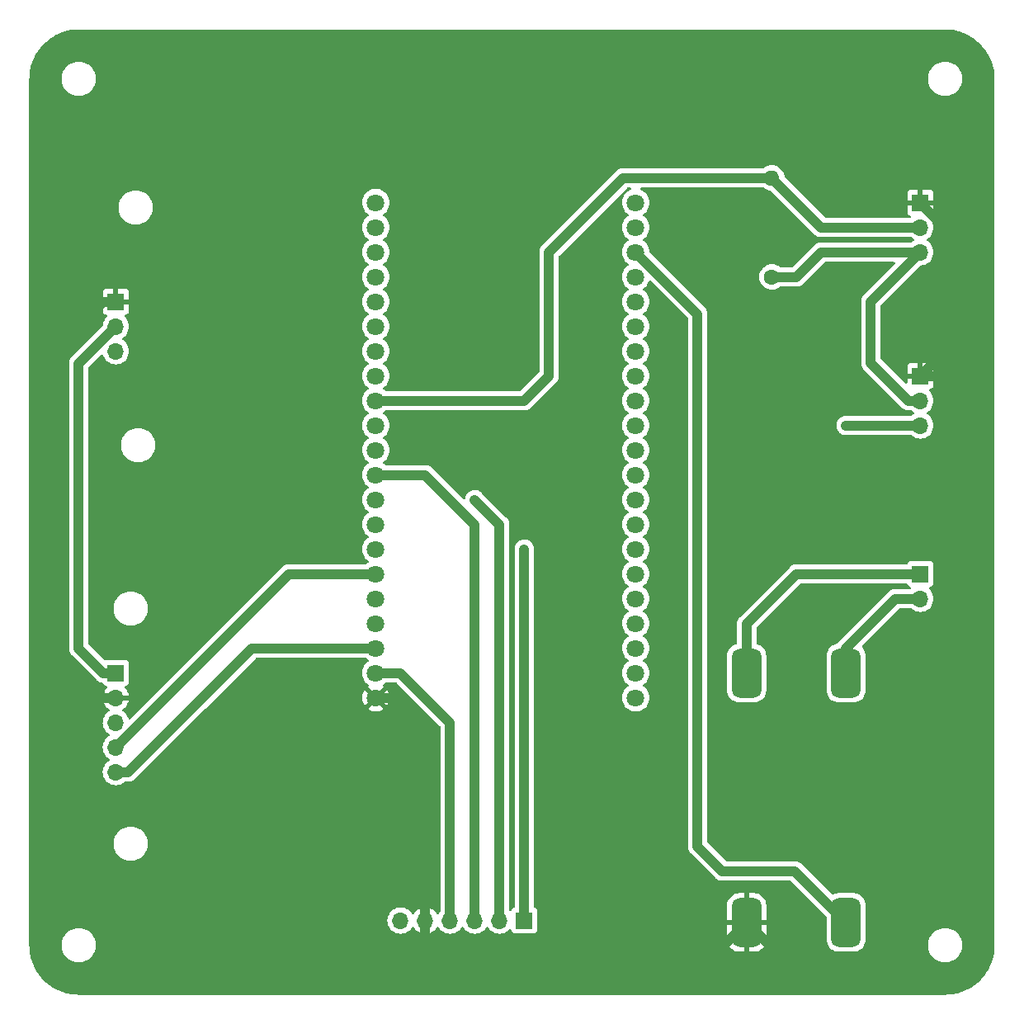
<source format=gbr>
%TF.GenerationSoftware,KiCad,Pcbnew,(7.0.0)*%
%TF.CreationDate,2023-02-28T15:26:02+00:00*%
%TF.ProjectId,Board V1.0,426f6172-6420-4563-912e-302e6b696361,rev?*%
%TF.SameCoordinates,Original*%
%TF.FileFunction,Copper,L1,Top*%
%TF.FilePolarity,Positive*%
%FSLAX46Y46*%
G04 Gerber Fmt 4.6, Leading zero omitted, Abs format (unit mm)*
G04 Created by KiCad (PCBNEW (7.0.0)) date 2023-02-28 15:26:02*
%MOMM*%
%LPD*%
G01*
G04 APERTURE LIST*
G04 Aperture macros list*
%AMRoundRect*
0 Rectangle with rounded corners*
0 $1 Rounding radius*
0 $2 $3 $4 $5 $6 $7 $8 $9 X,Y pos of 4 corners*
0 Add a 4 corners polygon primitive as box body*
4,1,4,$2,$3,$4,$5,$6,$7,$8,$9,$2,$3,0*
0 Add four circle primitives for the rounded corners*
1,1,$1+$1,$2,$3*
1,1,$1+$1,$4,$5*
1,1,$1+$1,$6,$7*
1,1,$1+$1,$8,$9*
0 Add four rect primitives between the rounded corners*
20,1,$1+$1,$2,$3,$4,$5,0*
20,1,$1+$1,$4,$5,$6,$7,0*
20,1,$1+$1,$6,$7,$8,$9,0*
20,1,$1+$1,$8,$9,$2,$3,0*%
G04 Aperture macros list end*
%TA.AperFunction,ComponentPad*%
%ADD10C,1.800000*%
%TD*%
%TA.AperFunction,ComponentPad*%
%ADD11O,1.700000X1.700000*%
%TD*%
%TA.AperFunction,ComponentPad*%
%ADD12R,1.700000X1.700000*%
%TD*%
%TA.AperFunction,ComponentPad*%
%ADD13RoundRect,0.750000X-0.750000X1.750000X-0.750000X-1.750000X0.750000X-1.750000X0.750000X1.750000X0*%
%TD*%
%TA.AperFunction,ComponentPad*%
%ADD14C,1.600000*%
%TD*%
%TA.AperFunction,ComponentPad*%
%ADD15O,1.600000X1.600000*%
%TD*%
%TA.AperFunction,ViaPad*%
%ADD16C,1.000000*%
%TD*%
%TA.AperFunction,Conductor*%
%ADD17C,1.000000*%
%TD*%
G04 APERTURE END LIST*
D10*
%TO.P,U1,42,MIC+*%
%TO.N,unconnected-(U1-MIC+-Pad42)*%
X134620000Y-73660000D03*
%TO.P,U1,41,MIC-*%
%TO.N,unconnected-(U1-MIC--Pad41)*%
X134620000Y-76200000D03*
%TO.P,U1,40,CLK*%
%TO.N,unconnected-(U1-CLK-Pad40)*%
X134620000Y-78740000D03*
%TO.P,U1,39,SD0*%
%TO.N,unconnected-(U1-SD0-Pad39)*%
X134620000Y-81280000D03*
%TO.P,U1,38,SD1*%
%TO.N,unconnected-(U1-SD1-Pad38)*%
X134620000Y-83820000D03*
%TO.P,U1,37,GPIO15*%
%TO.N,unconnected-(U1-GPIO15-Pad37)*%
X134620000Y-86360000D03*
%TO.P,U1,36,GPIO2*%
%TO.N,unconnected-(U1-GPIO2-Pad36)*%
X134620000Y-88900000D03*
%TO.P,U1,35,GPIO0*%
%TO.N,unconnected-(U1-GPIO0-Pad35)*%
X134620000Y-91440000D03*
%TO.P,U1,34,GPIO4*%
%TO.N,Temperature Data*%
X134620000Y-93980000D03*
%TO.P,U1,33,NC*%
%TO.N,unconnected-(U1-NC-Pad33)*%
X134620000Y-96520000D03*
%TO.P,U1,32,NC*%
%TO.N,unconnected-(U1-NC-Pad32)*%
X134620000Y-99060000D03*
%TO.P,U1,31,GPIO5*%
%TO.N,SS*%
X134620000Y-101600000D03*
%TO.P,U1,30,GPIO18*%
%TO.N,SCK*%
X134620000Y-104140000D03*
%TO.P,U1,29,GPIO19*%
%TO.N,MISO*%
X134620000Y-106680000D03*
%TO.P,U1,28,GND*%
%TO.N,unconnected-(U1-GND-Pad28)*%
X134620000Y-109220000D03*
%TO.P,U1,27,GPIO21*%
%TO.N,TX*%
X134620000Y-111760000D03*
%TO.P,U1,26,RX*%
%TO.N,unconnected-(U1-RX-Pad26)*%
X134620000Y-114300000D03*
%TO.P,U1,25,TX*%
%TO.N,unconnected-(U1-TX-Pad25)*%
X134620000Y-116840000D03*
%TO.P,U1,24,GPIO22*%
%TO.N,RX*%
X134620000Y-119380000D03*
%TO.P,U1,23,GPIO23*%
%TO.N,MOSI*%
X134620000Y-121920000D03*
%TO.P,U1,22,GND*%
%TO.N,GND*%
X134620000Y-124460000D03*
%TO.P,U1,21,SPK-*%
%TO.N,unconnected-(U1-SPK--Pad21)*%
X161290000Y-73660000D03*
%TO.P,U1,20,SPK+*%
%TO.N,unconnected-(U1-SPK+-Pad20)*%
X161290000Y-76200000D03*
%TO.P,U1,19,5V*%
%TO.N,+5V*%
X161290000Y-78740000D03*
%TO.P,U1,18,CMD*%
%TO.N,unconnected-(U1-CMD-Pad18)*%
X161290000Y-81280000D03*
%TO.P,U1,17,SD3*%
%TO.N,unconnected-(U1-SD3-Pad17)*%
X161290000Y-83820000D03*
%TO.P,U1,16,SD2*%
%TO.N,unconnected-(U1-SD2-Pad16)*%
X161290000Y-86360000D03*
%TO.P,U1,15,GPIO13*%
%TO.N,unconnected-(U1-GPIO13-Pad15)*%
X161290000Y-88900000D03*
%TO.P,U1,14,GND*%
%TO.N,unconnected-(U1-GND-Pad14)*%
X161290000Y-91440000D03*
%TO.P,U1,13,GPIO12*%
%TO.N,unconnected-(U1-GPIO12-Pad13)*%
X161290000Y-93980000D03*
%TO.P,U1,12,GPIO14*%
%TO.N,unconnected-(U1-GPIO14-Pad12)*%
X161290000Y-96520000D03*
%TO.P,U1,11,GPIO27*%
%TO.N,unconnected-(U1-GPIO27-Pad11)*%
X161290000Y-99060000D03*
%TO.P,U1,10,GPIO26*%
%TO.N,unconnected-(U1-GPIO26-Pad10)*%
X161290000Y-101600000D03*
%TO.P,U1,9,GPIO25*%
%TO.N,unconnected-(U1-GPIO25-Pad9)*%
X161290000Y-104140000D03*
%TO.P,U1,8,GPIO33*%
%TO.N,pH Analog*%
X161290000Y-106680000D03*
%TO.P,U1,7,GPIO32*%
%TO.N,Level Sensor*%
X161290000Y-109220000D03*
%TO.P,U1,6,GPIO35*%
%TO.N,unconnected-(U1-GPIO35-Pad6)*%
X161290000Y-111760000D03*
%TO.P,U1,5,GPIO34*%
%TO.N,unconnected-(U1-GPIO34-Pad5)*%
X161290000Y-114300000D03*
%TO.P,U1,4,GPIO39*%
%TO.N,unconnected-(U1-GPIO39-Pad4)*%
X161290000Y-116840000D03*
%TO.P,U1,3,GPIO36*%
%TO.N,unconnected-(U1-GPIO36-Pad3)*%
X161290000Y-119380000D03*
%TO.P,U1,2,NC*%
%TO.N,unconnected-(U1-NC-Pad2)*%
X161290000Y-121920000D03*
%TO.P,U1,1,3V3*%
%TO.N,+3.3V*%
X161290000Y-124460000D03*
%TD*%
D11*
%TO.P,J6,2,Pin_2*%
%TO.N,Net-(J6-Pin_2)*%
X190499999Y-114299999D03*
D12*
%TO.P,J6,1,Pin_1*%
%TO.N,Net-(J6-Pin_1)*%
X190499999Y-111759999D03*
%TD*%
%TO.P,J5,1,Pin_1*%
%TO.N,GND*%
X190499999Y-91439999D03*
D11*
%TO.P,J5,2,Pin_2*%
%TO.N,+3.3V*%
X190499999Y-93979999D03*
%TO.P,J5,3,Pin_3*%
%TO.N,Level Sensor*%
X190499999Y-96519999D03*
%TD*%
D12*
%TO.P,J4,1,Pin_1*%
%TO.N,GND*%
X190499999Y-73659999D03*
D11*
%TO.P,J4,2,Pin_2*%
%TO.N,Temperature Data*%
X190499999Y-76199999D03*
%TO.P,J4,3,Pin_3*%
%TO.N,+3.3V*%
X190499999Y-78739999D03*
%TD*%
D12*
%TO.P,J2,1,Pin_1*%
%TO.N,GND*%
X107949999Y-83819999D03*
D11*
%TO.P,J2,2,Pin_2*%
%TO.N,+3.3V*%
X107949999Y-86359999D03*
%TO.P,J2,3,Pin_3*%
%TO.N,pH Analog*%
X107949999Y-88899999D03*
%TD*%
D12*
%TO.P,J3,1,Pin_1*%
%TO.N,+3.3V*%
X107949999Y-121919999D03*
D11*
%TO.P,J3,2,Pin_2*%
%TO.N,GND*%
X107949999Y-124459999D03*
%TO.P,J3,3,Pin_3*%
%TO.N,unconnected-(J3-Pin_3-Pad3)*%
X107949999Y-126999999D03*
%TO.P,J3,4,Pin_4*%
%TO.N,TX*%
X107949999Y-129539999D03*
%TO.P,J3,5,Pin_5*%
%TO.N,RX*%
X107949999Y-132079999D03*
%TD*%
D12*
%TO.P,J1,1,Pin_1*%
%TO.N,MISO*%
X149859999Y-147319999D03*
D11*
%TO.P,J1,2,Pin_2*%
%TO.N,SCK*%
X147319999Y-147319999D03*
%TO.P,J1,3,Pin_3*%
%TO.N,SS*%
X144779999Y-147319999D03*
%TO.P,J1,4,Pin_4*%
%TO.N,MOSI*%
X142239999Y-147319999D03*
%TO.P,J1,5,Pin_5*%
%TO.N,GND*%
X139699999Y-147319999D03*
%TO.P,J1,6,Pin_6*%
%TO.N,+5V*%
X137159999Y-147319999D03*
%TD*%
D13*
%TO.P,MT3608 Module,1,VIN+*%
%TO.N,+5V*%
X182880000Y-147520000D03*
%TO.P,MT3608 Module,2,VIN-*%
%TO.N,GND*%
X172680000Y-147520000D03*
%TO.P,MT3608 Module,3,VOUT+*%
%TO.N,Net-(J6-Pin_2)*%
X182880000Y-121920000D03*
%TO.P,MT3608 Module,4,VOUT-*%
%TO.N,Net-(J6-Pin_1)*%
X172680000Y-121920000D03*
%TD*%
D14*
%TO.P,R1,1*%
%TO.N,+3.3V*%
X175260000Y-81280000D03*
D15*
%TO.P,R1,2*%
%TO.N,Temperature Data*%
X175259999Y-71119999D03*
%TD*%
D16*
%TO.N,Level Sensor*%
X182880000Y-96520000D03*
%TO.N,MISO*%
X149860000Y-109220000D03*
%TO.N,SCK*%
X144780000Y-104140000D03*
%TD*%
D17*
%TO.N,Temperature Data*%
X149860000Y-93980000D02*
X134620000Y-93980000D01*
X152400000Y-78740000D02*
X152400000Y-91440000D01*
X152400000Y-91440000D02*
X149860000Y-93980000D01*
X160020000Y-71120000D02*
X152400000Y-78740000D01*
X175260000Y-71120000D02*
X160020000Y-71120000D01*
%TO.N,+5V*%
X167640000Y-85090000D02*
X161290000Y-78740000D01*
X170180000Y-142240000D02*
X167640000Y-139700000D01*
X177600000Y-142240000D02*
X170180000Y-142240000D01*
X167640000Y-139700000D02*
X167640000Y-85090000D01*
X182880000Y-147520000D02*
X177600000Y-142240000D01*
%TO.N,Level Sensor*%
X182880000Y-96520000D02*
X190500000Y-96520000D01*
%TO.N,GND*%
X177560000Y-152400000D02*
X172680000Y-147520000D01*
X185420000Y-152400000D02*
X177560000Y-152400000D01*
X187960000Y-149860000D02*
X185420000Y-152400000D01*
X187960000Y-144780000D02*
X187960000Y-149860000D01*
X195580000Y-137160000D02*
X187960000Y-144780000D01*
X195580000Y-93980000D02*
X195580000Y-137160000D01*
X193040000Y-91440000D02*
X195580000Y-93980000D01*
X190500000Y-91440000D02*
X193040000Y-91440000D01*
%TO.N,+3.3V*%
X185420000Y-83820000D02*
X185420000Y-90102081D01*
X190500000Y-78740000D02*
X185420000Y-83820000D01*
X185420000Y-90102081D02*
X189297919Y-93980000D01*
X189297919Y-93980000D02*
X190500000Y-93980000D01*
%TO.N,GND*%
X195580000Y-86360000D02*
X190500000Y-91440000D01*
X195580000Y-78740000D02*
X195580000Y-86360000D01*
X190500000Y-73660000D02*
X195580000Y-78740000D01*
%TO.N,Net-(J6-Pin_1)*%
X172680000Y-116880000D02*
X172680000Y-121920000D01*
X177800000Y-111760000D02*
X172680000Y-116880000D01*
X190500000Y-111760000D02*
X177800000Y-111760000D01*
%TO.N,Net-(J6-Pin_2)*%
X182880000Y-119380000D02*
X182880000Y-121920000D01*
X187960000Y-114300000D02*
X182880000Y-119380000D01*
X190500000Y-114300000D02*
X187960000Y-114300000D01*
%TO.N,GND*%
X167800000Y-152400000D02*
X172680000Y-147520000D01*
X142240000Y-152400000D02*
X167800000Y-152400000D01*
X139700000Y-149860000D02*
X142240000Y-152400000D01*
X139700000Y-147320000D02*
X139700000Y-149860000D01*
%TO.N,MISO*%
X149860000Y-109220000D02*
X149860000Y-147320000D01*
%TO.N,SCK*%
X147320000Y-106680000D02*
X147320000Y-147320000D01*
%TO.N,SS*%
X144780000Y-106680000D02*
X144780000Y-147320000D01*
%TO.N,MOSI*%
X142240000Y-127000000D02*
X142240000Y-147320000D01*
%TO.N,GND*%
X139700000Y-127000000D02*
X139700000Y-147320000D01*
%TO.N,SCK*%
X147320000Y-106680000D02*
X144780000Y-104140000D01*
%TO.N,SS*%
X139700000Y-101600000D02*
X134620000Y-101600000D01*
X144780000Y-106680000D02*
X139700000Y-101600000D01*
%TO.N,MOSI*%
X142240000Y-127000000D02*
X137160000Y-121920000D01*
X137160000Y-121920000D02*
X134620000Y-121920000D01*
%TO.N,GND*%
X137160000Y-124460000D02*
X134620000Y-124460000D01*
X139700000Y-127000000D02*
X137160000Y-124460000D01*
%TO.N,+3.3V*%
X180340000Y-78740000D02*
X177800000Y-81280000D01*
X190500000Y-78740000D02*
X180340000Y-78740000D01*
X177800000Y-81280000D02*
X175260000Y-81280000D01*
%TO.N,Temperature Data*%
X180340000Y-76200000D02*
X175260000Y-71120000D01*
X190500000Y-76200000D02*
X180340000Y-76200000D01*
%TO.N,TX*%
X125730000Y-111760000D02*
X134620000Y-111760000D01*
X107950000Y-129540000D02*
X125730000Y-111760000D01*
%TO.N,RX*%
X121920000Y-119380000D02*
X134620000Y-119380000D01*
X109220000Y-132080000D02*
X121920000Y-119380000D01*
X107950000Y-132080000D02*
X109220000Y-132080000D01*
%TO.N,+3.3V*%
X106680000Y-121920000D02*
X107950000Y-121920000D01*
X104140000Y-90170000D02*
X104140000Y-119380000D01*
X104140000Y-119380000D02*
X106680000Y-121920000D01*
X107950000Y-86360000D02*
X104140000Y-90170000D01*
%TO.N,GND*%
X106680000Y-124460000D02*
X107950000Y-124460000D01*
X101600000Y-119380000D02*
X106680000Y-124460000D01*
X101600000Y-88900000D02*
X101600000Y-119380000D01*
X107950000Y-83820000D02*
X106680000Y-83820000D01*
X106680000Y-83820000D02*
X101600000Y-88900000D01*
%TD*%
%TA.AperFunction,Conductor*%
%TO.N,GND*%
G36*
X193042562Y-55880605D02*
G01*
X193257373Y-55889490D01*
X193460249Y-55898348D01*
X193470120Y-55899177D01*
X193685510Y-55926026D01*
X193685963Y-55926084D01*
X193888504Y-55952749D01*
X193897718Y-55954319D01*
X194109797Y-55998787D01*
X194110827Y-55999009D01*
X194310566Y-56043290D01*
X194319092Y-56045502D01*
X194456957Y-56086546D01*
X194526503Y-56107251D01*
X194528407Y-56107835D01*
X194579925Y-56124078D01*
X194723404Y-56169316D01*
X194731119Y-56172034D01*
X194932754Y-56250712D01*
X194935027Y-56251626D01*
X195123987Y-56329896D01*
X195130965Y-56333043D01*
X195325405Y-56428098D01*
X195328080Y-56429449D01*
X195418300Y-56476415D01*
X195509482Y-56523882D01*
X195515698Y-56527348D01*
X195701533Y-56638081D01*
X195704685Y-56640024D01*
X195877116Y-56749875D01*
X195882545Y-56753538D01*
X196058570Y-56879218D01*
X196062002Y-56881759D01*
X196224219Y-57006232D01*
X196228874Y-57009985D01*
X196393920Y-57149771D01*
X196397552Y-57152972D01*
X196548327Y-57291132D01*
X196552235Y-57294873D01*
X196705125Y-57447763D01*
X196708866Y-57451671D01*
X196847026Y-57602446D01*
X196850227Y-57606078D01*
X196990013Y-57771124D01*
X196993766Y-57775779D01*
X197118239Y-57937996D01*
X197120780Y-57941428D01*
X197246460Y-58117453D01*
X197250123Y-58122882D01*
X197359974Y-58295313D01*
X197361917Y-58298465D01*
X197472650Y-58484300D01*
X197476116Y-58490516D01*
X197570534Y-58671889D01*
X197571946Y-58674686D01*
X197666942Y-58869004D01*
X197670102Y-58876011D01*
X197748351Y-59064920D01*
X197749307Y-59067298D01*
X197801305Y-59200556D01*
X197810932Y-59225229D01*
X197827949Y-59268838D01*
X197830693Y-59276627D01*
X197892163Y-59471591D01*
X197892747Y-59473495D01*
X197954494Y-59680898D01*
X197956710Y-59689441D01*
X198000949Y-59888987D01*
X198001249Y-59890380D01*
X198045675Y-60102260D01*
X198047253Y-60111521D01*
X198073887Y-60313829D01*
X198073996Y-60314676D01*
X198100818Y-60529849D01*
X198101652Y-60539778D01*
X198110512Y-60742701D01*
X198110524Y-60742986D01*
X198119394Y-60957438D01*
X198119500Y-60962562D01*
X198119500Y-149857438D01*
X198119394Y-149862562D01*
X198110524Y-150077013D01*
X198110512Y-150077298D01*
X198101652Y-150280220D01*
X198100818Y-150290149D01*
X198073996Y-150505322D01*
X198073887Y-150506169D01*
X198047253Y-150708477D01*
X198045675Y-150717738D01*
X198001249Y-150929618D01*
X198000949Y-150931011D01*
X197956710Y-151130557D01*
X197954494Y-151139100D01*
X197892747Y-151346503D01*
X197892163Y-151348407D01*
X197830693Y-151543371D01*
X197827949Y-151551160D01*
X197749307Y-151752700D01*
X197748351Y-151755078D01*
X197670102Y-151943987D01*
X197666942Y-151950994D01*
X197571946Y-152145312D01*
X197570534Y-152148109D01*
X197476116Y-152329482D01*
X197472650Y-152335698D01*
X197361917Y-152521533D01*
X197359974Y-152524685D01*
X197250123Y-152697116D01*
X197246460Y-152702545D01*
X197120780Y-152878570D01*
X197118239Y-152882002D01*
X196993766Y-153044219D01*
X196990013Y-153048874D01*
X196850227Y-153213920D01*
X196847026Y-153217552D01*
X196708866Y-153368327D01*
X196705125Y-153372235D01*
X196552235Y-153525125D01*
X196548327Y-153528866D01*
X196397552Y-153667026D01*
X196393920Y-153670227D01*
X196228874Y-153810013D01*
X196224219Y-153813766D01*
X196062002Y-153938239D01*
X196058570Y-153940780D01*
X195882545Y-154066460D01*
X195877116Y-154070123D01*
X195704685Y-154179974D01*
X195701533Y-154181917D01*
X195515698Y-154292650D01*
X195509482Y-154296116D01*
X195328109Y-154390534D01*
X195325312Y-154391946D01*
X195130994Y-154486942D01*
X195123987Y-154490102D01*
X194935078Y-154568351D01*
X194932700Y-154569307D01*
X194731160Y-154647949D01*
X194723371Y-154650693D01*
X194528407Y-154712163D01*
X194526503Y-154712747D01*
X194319100Y-154774494D01*
X194310557Y-154776710D01*
X194111011Y-154820949D01*
X194109618Y-154821249D01*
X193897738Y-154865675D01*
X193888477Y-154867253D01*
X193686169Y-154893887D01*
X193685322Y-154893996D01*
X193470149Y-154920818D01*
X193460220Y-154921652D01*
X193257408Y-154930507D01*
X193257124Y-154930519D01*
X193042563Y-154939394D01*
X193037438Y-154939500D01*
X104142562Y-154939500D01*
X104137437Y-154939394D01*
X103922874Y-154930519D01*
X103922590Y-154930507D01*
X103719778Y-154921652D01*
X103709849Y-154920818D01*
X103494676Y-154893996D01*
X103493829Y-154893887D01*
X103291521Y-154867253D01*
X103282260Y-154865675D01*
X103070380Y-154821249D01*
X103068987Y-154820949D01*
X102869441Y-154776710D01*
X102860898Y-154774494D01*
X102653495Y-154712747D01*
X102651591Y-154712163D01*
X102456627Y-154650693D01*
X102448845Y-154647951D01*
X102318255Y-154596995D01*
X102247298Y-154569307D01*
X102244920Y-154568351D01*
X102056011Y-154490102D01*
X102049004Y-154486942D01*
X101854657Y-154391931D01*
X101851889Y-154390534D01*
X101670516Y-154296116D01*
X101664300Y-154292650D01*
X101478465Y-154181917D01*
X101475313Y-154179974D01*
X101302882Y-154070123D01*
X101297453Y-154066460D01*
X101121428Y-153940780D01*
X101117996Y-153938239D01*
X100955779Y-153813766D01*
X100951124Y-153810013D01*
X100786078Y-153670227D01*
X100782446Y-153667026D01*
X100631671Y-153528866D01*
X100627763Y-153525125D01*
X100474873Y-153372235D01*
X100471132Y-153368327D01*
X100332972Y-153217552D01*
X100329771Y-153213920D01*
X100189985Y-153048874D01*
X100186232Y-153044219D01*
X100061759Y-152882002D01*
X100059218Y-152878570D01*
X99933538Y-152702545D01*
X99929875Y-152697116D01*
X99820024Y-152524685D01*
X99818081Y-152521533D01*
X99707348Y-152335698D01*
X99703882Y-152329482D01*
X99609464Y-152148109D01*
X99608098Y-152145404D01*
X99513043Y-151950965D01*
X99509896Y-151943987D01*
X99431626Y-151755027D01*
X99430712Y-151752754D01*
X99352034Y-151551119D01*
X99349316Y-151543404D01*
X99287835Y-151348407D01*
X99287251Y-151346503D01*
X99225504Y-151139100D01*
X99223288Y-151130557D01*
X99179009Y-150930827D01*
X99178787Y-150929797D01*
X99134319Y-150717718D01*
X99132749Y-150708504D01*
X99106084Y-150505963D01*
X99106025Y-150505502D01*
X99079177Y-150290120D01*
X99078348Y-150280249D01*
X99069487Y-150077298D01*
X99065925Y-149991182D01*
X102389500Y-149991182D01*
X102390189Y-149995754D01*
X102390190Y-149995765D01*
X102427912Y-150246028D01*
X102427913Y-150246035D01*
X102428604Y-150250615D01*
X102429969Y-150255043D01*
X102429971Y-150255048D01*
X102504569Y-150496891D01*
X102504573Y-150496901D01*
X102505937Y-150501323D01*
X102507946Y-150505496D01*
X102507949Y-150505502D01*
X102515172Y-150520500D01*
X102619772Y-150737704D01*
X102767567Y-150954479D01*
X102946019Y-151146805D01*
X103151143Y-151310386D01*
X103378357Y-151441568D01*
X103622584Y-151537420D01*
X103878370Y-151595802D01*
X104074506Y-151610500D01*
X104203177Y-151610500D01*
X104205494Y-151610500D01*
X104401630Y-151595802D01*
X104657416Y-151537420D01*
X104901643Y-151441568D01*
X105128857Y-151310386D01*
X105333981Y-151146805D01*
X105512433Y-150954479D01*
X105660228Y-150737704D01*
X105774063Y-150501323D01*
X105851396Y-150250615D01*
X105890500Y-149991182D01*
X105890500Y-149728818D01*
X105851396Y-149469385D01*
X105808939Y-149331744D01*
X170680001Y-149331744D01*
X170680192Y-149336625D01*
X170689990Y-149461129D01*
X170691674Y-149471392D01*
X170744017Y-149679120D01*
X170747679Y-149689585D01*
X170836126Y-149884306D01*
X170841603Y-149893958D01*
X170963390Y-150069749D01*
X170970508Y-150078274D01*
X171121725Y-150229491D01*
X171130250Y-150236609D01*
X171306041Y-150358396D01*
X171315693Y-150363873D01*
X171510414Y-150452320D01*
X171520879Y-150455982D01*
X171728608Y-150508325D01*
X171738869Y-150510009D01*
X171863374Y-150519808D01*
X171868254Y-150520000D01*
X172413674Y-150520000D01*
X172426549Y-150516549D01*
X172430000Y-150503674D01*
X172430000Y-150503673D01*
X172930000Y-150503673D01*
X172933450Y-150516548D01*
X172946326Y-150519999D01*
X173491744Y-150519999D01*
X173496625Y-150519807D01*
X173621129Y-150510009D01*
X173631392Y-150508325D01*
X173839120Y-150455982D01*
X173849585Y-150452320D01*
X174044306Y-150363873D01*
X174053958Y-150358396D01*
X174229749Y-150236609D01*
X174238274Y-150229491D01*
X174389491Y-150078274D01*
X174396609Y-150069749D01*
X174518396Y-149893958D01*
X174523873Y-149884306D01*
X174612320Y-149689585D01*
X174615982Y-149679120D01*
X174668325Y-149471391D01*
X174670009Y-149461130D01*
X174679808Y-149336625D01*
X174680000Y-149331746D01*
X174680000Y-147786326D01*
X174676549Y-147773450D01*
X174663674Y-147770000D01*
X172946326Y-147770000D01*
X172933450Y-147773450D01*
X172930000Y-147786326D01*
X172930000Y-150503673D01*
X172430000Y-150503673D01*
X172430000Y-147786326D01*
X172426549Y-147773450D01*
X172413674Y-147770000D01*
X170696327Y-147770000D01*
X170683451Y-147773450D01*
X170680001Y-147786326D01*
X170680001Y-149331744D01*
X105808939Y-149331744D01*
X105774063Y-149218677D01*
X105660228Y-148982296D01*
X105512433Y-148765521D01*
X105333981Y-148573195D01*
X105128857Y-148409614D01*
X104912590Y-148284752D01*
X104905664Y-148280753D01*
X104905658Y-148280750D01*
X104901643Y-148278432D01*
X104897324Y-148276737D01*
X104897318Y-148276734D01*
X104661738Y-148184276D01*
X104661734Y-148184275D01*
X104657416Y-148182580D01*
X104652893Y-148181547D01*
X104652891Y-148181547D01*
X104406149Y-148125229D01*
X104406143Y-148125228D01*
X104401630Y-148124198D01*
X104397008Y-148123851D01*
X104397004Y-148123851D01*
X104207808Y-148109673D01*
X104207797Y-148109672D01*
X104205494Y-148109500D01*
X104074506Y-148109500D01*
X104072203Y-148109672D01*
X104072191Y-148109673D01*
X103882995Y-148123851D01*
X103882989Y-148123851D01*
X103878370Y-148124198D01*
X103873858Y-148125227D01*
X103873850Y-148125229D01*
X103627108Y-148181547D01*
X103627102Y-148181548D01*
X103622584Y-148182580D01*
X103618268Y-148184273D01*
X103618261Y-148184276D01*
X103382681Y-148276734D01*
X103382670Y-148276739D01*
X103378357Y-148278432D01*
X103374346Y-148280747D01*
X103374335Y-148280753D01*
X103160830Y-148404021D01*
X103151143Y-148409614D01*
X103147519Y-148412503D01*
X103147516Y-148412506D01*
X102949646Y-148570302D01*
X102949641Y-148570306D01*
X102946019Y-148573195D01*
X102942865Y-148576593D01*
X102942863Y-148576596D01*
X102770719Y-148762123D01*
X102770713Y-148762129D01*
X102767567Y-148765521D01*
X102619772Y-148982296D01*
X102617759Y-148986474D01*
X102617756Y-148986481D01*
X102507949Y-149214497D01*
X102507944Y-149214508D01*
X102505937Y-149218677D01*
X102504574Y-149223093D01*
X102504569Y-149223108D01*
X102429971Y-149464951D01*
X102429968Y-149464959D01*
X102428604Y-149469385D01*
X102427914Y-149473961D01*
X102427912Y-149473971D01*
X102390190Y-149724234D01*
X102390189Y-149724246D01*
X102389500Y-149728818D01*
X102389500Y-149991182D01*
X99065925Y-149991182D01*
X99060605Y-149862562D01*
X99060500Y-149857439D01*
X99060500Y-147320000D01*
X135804341Y-147320000D01*
X135824937Y-147555408D01*
X135826336Y-147560630D01*
X135826337Y-147560634D01*
X135884694Y-147778430D01*
X135884697Y-147778438D01*
X135886097Y-147783663D01*
X135888385Y-147788570D01*
X135888386Y-147788572D01*
X135983678Y-147992927D01*
X135983681Y-147992933D01*
X135985965Y-147997830D01*
X135989064Y-148002257D01*
X135989066Y-148002259D01*
X136118399Y-148186966D01*
X136118402Y-148186970D01*
X136121505Y-148191401D01*
X136288599Y-148358495D01*
X136293031Y-148361598D01*
X136293033Y-148361600D01*
X136437260Y-148462589D01*
X136482170Y-148494035D01*
X136696337Y-148593903D01*
X136924592Y-148655063D01*
X137160000Y-148675659D01*
X137395408Y-148655063D01*
X137623663Y-148593903D01*
X137837830Y-148494035D01*
X138031401Y-148358495D01*
X138198495Y-148191401D01*
X138328730Y-148005405D01*
X138373048Y-147966540D01*
X138430305Y-147952529D01*
X138487562Y-147966540D01*
X138531880Y-148005405D01*
X138658784Y-148186643D01*
X138665721Y-148194909D01*
X138825090Y-148354278D01*
X138833356Y-148361215D01*
X139017991Y-148490498D01*
X139027323Y-148495886D01*
X139231602Y-148591143D01*
X139241736Y-148594831D01*
X139436219Y-148646943D01*
X139447448Y-148647311D01*
X139450000Y-148636369D01*
X139450000Y-146003631D01*
X139447448Y-145992688D01*
X139436219Y-145993056D01*
X139241736Y-146045168D01*
X139231602Y-146048856D01*
X139027332Y-146144110D01*
X139017982Y-146149508D01*
X138833357Y-146278784D01*
X138825092Y-146285719D01*
X138665719Y-146445092D01*
X138658788Y-146453352D01*
X138531880Y-146634596D01*
X138487562Y-146673461D01*
X138430305Y-146687472D01*
X138373048Y-146673461D01*
X138328730Y-146634595D01*
X138328425Y-146634159D01*
X138198495Y-146448599D01*
X138031401Y-146281505D01*
X138026970Y-146278402D01*
X138026966Y-146278399D01*
X137842259Y-146149066D01*
X137842257Y-146149064D01*
X137837830Y-146145965D01*
X137832933Y-146143681D01*
X137832927Y-146143678D01*
X137628572Y-146048386D01*
X137628570Y-146048385D01*
X137623663Y-146046097D01*
X137618438Y-146044697D01*
X137618430Y-146044694D01*
X137400634Y-145986337D01*
X137400630Y-145986336D01*
X137395408Y-145984937D01*
X137390020Y-145984465D01*
X137390017Y-145984465D01*
X137165395Y-145964813D01*
X137160000Y-145964341D01*
X137154605Y-145964813D01*
X136929982Y-145984465D01*
X136929977Y-145984465D01*
X136924592Y-145984937D01*
X136919371Y-145986335D01*
X136919365Y-145986337D01*
X136701569Y-146044694D01*
X136701557Y-146044698D01*
X136696337Y-146046097D01*
X136691432Y-146048383D01*
X136691427Y-146048386D01*
X136487081Y-146143675D01*
X136487077Y-146143677D01*
X136482171Y-146145965D01*
X136477738Y-146149068D01*
X136477731Y-146149073D01*
X136293034Y-146278399D01*
X136293029Y-146278402D01*
X136288599Y-146281505D01*
X136284775Y-146285328D01*
X136284769Y-146285334D01*
X136125334Y-146444769D01*
X136125328Y-146444775D01*
X136121505Y-146448599D01*
X136118402Y-146453029D01*
X136118399Y-146453034D01*
X135989073Y-146637731D01*
X135989068Y-146637738D01*
X135985965Y-146642171D01*
X135983677Y-146647077D01*
X135983675Y-146647081D01*
X135888386Y-146851427D01*
X135888383Y-146851432D01*
X135886097Y-146856337D01*
X135884698Y-146861557D01*
X135884694Y-146861569D01*
X135826337Y-147079365D01*
X135826335Y-147079371D01*
X135824937Y-147084592D01*
X135824465Y-147089977D01*
X135824465Y-147089982D01*
X135804813Y-147314605D01*
X135804341Y-147320000D01*
X99060500Y-147320000D01*
X99060500Y-139577182D01*
X107723500Y-139577182D01*
X107724189Y-139581754D01*
X107724190Y-139581765D01*
X107761912Y-139832028D01*
X107761913Y-139832035D01*
X107762604Y-139836615D01*
X107763969Y-139841043D01*
X107763971Y-139841048D01*
X107838569Y-140082891D01*
X107838573Y-140082901D01*
X107839937Y-140087323D01*
X107841946Y-140091496D01*
X107841949Y-140091502D01*
X107932376Y-140279275D01*
X107953772Y-140323704D01*
X108101567Y-140540479D01*
X108280019Y-140732805D01*
X108485143Y-140896386D01*
X108712357Y-141027568D01*
X108956584Y-141123420D01*
X109212370Y-141181802D01*
X109408506Y-141196500D01*
X109537177Y-141196500D01*
X109539494Y-141196500D01*
X109735630Y-141181802D01*
X109991416Y-141123420D01*
X110235643Y-141027568D01*
X110462857Y-140896386D01*
X110667981Y-140732805D01*
X110846433Y-140540479D01*
X110994228Y-140323704D01*
X111108063Y-140087323D01*
X111185396Y-139836615D01*
X111224500Y-139577182D01*
X111224500Y-139314818D01*
X111185396Y-139055385D01*
X111108063Y-138804677D01*
X110994228Y-138568296D01*
X110846433Y-138351521D01*
X110667981Y-138159195D01*
X110462857Y-137995614D01*
X110368216Y-137940973D01*
X110239664Y-137866753D01*
X110239658Y-137866750D01*
X110235643Y-137864432D01*
X110231324Y-137862737D01*
X110231318Y-137862734D01*
X109995738Y-137770276D01*
X109995734Y-137770275D01*
X109991416Y-137768580D01*
X109986893Y-137767547D01*
X109986891Y-137767547D01*
X109740149Y-137711229D01*
X109740143Y-137711228D01*
X109735630Y-137710198D01*
X109731008Y-137709851D01*
X109731004Y-137709851D01*
X109541808Y-137695673D01*
X109541797Y-137695672D01*
X109539494Y-137695500D01*
X109408506Y-137695500D01*
X109406203Y-137695672D01*
X109406191Y-137695673D01*
X109216995Y-137709851D01*
X109216989Y-137709851D01*
X109212370Y-137710198D01*
X109207858Y-137711227D01*
X109207850Y-137711229D01*
X108961108Y-137767547D01*
X108961102Y-137767548D01*
X108956584Y-137768580D01*
X108952268Y-137770273D01*
X108952261Y-137770276D01*
X108716681Y-137862734D01*
X108716670Y-137862739D01*
X108712357Y-137864432D01*
X108708346Y-137866747D01*
X108708335Y-137866753D01*
X108489161Y-137993294D01*
X108485143Y-137995614D01*
X108481519Y-137998503D01*
X108481516Y-137998506D01*
X108283646Y-138156302D01*
X108283641Y-138156306D01*
X108280019Y-138159195D01*
X108276865Y-138162593D01*
X108276863Y-138162596D01*
X108104719Y-138348123D01*
X108104713Y-138348129D01*
X108101567Y-138351521D01*
X107953772Y-138568296D01*
X107951759Y-138572474D01*
X107951756Y-138572481D01*
X107841949Y-138800497D01*
X107841944Y-138800508D01*
X107839937Y-138804677D01*
X107838574Y-138809093D01*
X107838569Y-138809108D01*
X107763971Y-139050951D01*
X107763968Y-139050959D01*
X107762604Y-139055385D01*
X107761914Y-139059961D01*
X107761912Y-139059971D01*
X107724190Y-139310234D01*
X107724189Y-139310246D01*
X107723500Y-139314818D01*
X107723500Y-139577182D01*
X99060500Y-139577182D01*
X99060500Y-132080000D01*
X106594341Y-132080000D01*
X106614937Y-132315408D01*
X106616336Y-132320630D01*
X106616337Y-132320634D01*
X106674694Y-132538430D01*
X106674697Y-132538438D01*
X106676097Y-132543663D01*
X106678385Y-132548570D01*
X106678386Y-132548572D01*
X106773678Y-132752927D01*
X106773681Y-132752933D01*
X106775965Y-132757830D01*
X106779064Y-132762257D01*
X106779066Y-132762259D01*
X106908399Y-132946966D01*
X106908402Y-132946970D01*
X106911505Y-132951401D01*
X107078599Y-133118495D01*
X107272170Y-133254035D01*
X107486337Y-133353903D01*
X107714592Y-133415063D01*
X107950000Y-133435659D01*
X108185408Y-133415063D01*
X108413663Y-133353903D01*
X108627830Y-133254035D01*
X108821401Y-133118495D01*
X108825233Y-133114662D01*
X108829373Y-133111189D01*
X108830138Y-133112100D01*
X108863305Y-133089939D01*
X108910758Y-133080500D01*
X109205722Y-133080500D01*
X109208862Y-133080539D01*
X109296363Y-133082757D01*
X109354458Y-133072344D01*
X109363739Y-133071042D01*
X109422438Y-133065074D01*
X109451464Y-133055966D01*
X109466713Y-133052224D01*
X109496653Y-133046858D01*
X109551423Y-133024980D01*
X109560303Y-133021818D01*
X109616588Y-133004159D01*
X109643194Y-132989390D01*
X109657362Y-132982662D01*
X109685617Y-132971377D01*
X109734891Y-132938902D01*
X109742910Y-132934043D01*
X109794502Y-132905409D01*
X109805961Y-132895570D01*
X109817583Y-132885594D01*
X109830125Y-132876137D01*
X109855519Y-132859402D01*
X109897238Y-132817681D01*
X109904122Y-132811301D01*
X109948895Y-132772866D01*
X109967524Y-132748798D01*
X109977884Y-132737035D01*
X117102928Y-125611991D01*
X133827006Y-125611991D01*
X133835113Y-125623181D01*
X133847602Y-125632901D01*
X133856151Y-125638487D01*
X134051194Y-125744039D01*
X134060547Y-125748141D01*
X134270290Y-125820146D01*
X134280199Y-125822655D01*
X134498929Y-125859155D01*
X134509127Y-125860000D01*
X134730873Y-125860000D01*
X134741070Y-125859155D01*
X134959800Y-125822655D01*
X134969709Y-125820146D01*
X135179452Y-125748141D01*
X135188805Y-125744039D01*
X135383845Y-125638488D01*
X135392397Y-125632901D01*
X135404888Y-125623179D01*
X135412992Y-125611992D01*
X135406331Y-125599884D01*
X134631542Y-124825095D01*
X134620000Y-124818431D01*
X134608457Y-124825095D01*
X133833666Y-125599885D01*
X133827006Y-125611991D01*
X117102928Y-125611991D01*
X118249802Y-124465117D01*
X133215626Y-124465117D01*
X133233937Y-124686102D01*
X133235621Y-124696196D01*
X133290059Y-124911166D01*
X133293378Y-124920833D01*
X133382456Y-125123913D01*
X133387322Y-125132903D01*
X133461245Y-125246051D01*
X133469212Y-125253776D01*
X133478592Y-125247853D01*
X134254904Y-124471542D01*
X134261568Y-124460000D01*
X134978431Y-124460000D01*
X134985095Y-124471542D01*
X135761405Y-125247852D01*
X135770786Y-125253776D01*
X135778754Y-125246051D01*
X135852675Y-125132906D01*
X135857543Y-125123911D01*
X135946621Y-124920833D01*
X135949940Y-124911166D01*
X136004378Y-124696196D01*
X136006062Y-124686102D01*
X136024374Y-124465117D01*
X136024374Y-124454883D01*
X136006062Y-124233897D01*
X136004378Y-124223803D01*
X135949940Y-124008833D01*
X135946621Y-123999166D01*
X135857543Y-123796086D01*
X135852678Y-123787096D01*
X135778753Y-123673947D01*
X135770786Y-123666222D01*
X135761405Y-123672146D01*
X134985095Y-124448457D01*
X134978431Y-124460000D01*
X134261568Y-124460000D01*
X134254904Y-124448457D01*
X133478592Y-123672145D01*
X133469212Y-123666222D01*
X133461245Y-123673946D01*
X133387322Y-123787096D01*
X133382456Y-123796086D01*
X133293378Y-123999166D01*
X133290059Y-124008833D01*
X133235621Y-124223803D01*
X133233937Y-124233897D01*
X133215626Y-124454883D01*
X133215626Y-124465117D01*
X118249802Y-124465117D01*
X122298101Y-120416818D01*
X122338329Y-120389939D01*
X122385782Y-120380500D01*
X133584160Y-120380500D01*
X133629235Y-120388983D01*
X133666925Y-120412510D01*
X133668216Y-120413913D01*
X133672261Y-120417061D01*
X133672264Y-120417064D01*
X133845818Y-120552147D01*
X133881056Y-120595540D01*
X133893656Y-120650000D01*
X133881056Y-120704460D01*
X133845818Y-120747853D01*
X133672270Y-120882930D01*
X133672258Y-120882940D01*
X133668216Y-120886087D01*
X133664746Y-120889855D01*
X133664742Y-120889860D01*
X133514491Y-121053077D01*
X133514488Y-121053080D01*
X133511021Y-121056847D01*
X133508226Y-121061124D01*
X133508219Y-121061134D01*
X133386878Y-121246862D01*
X133384076Y-121251151D01*
X133382021Y-121255835D01*
X133382016Y-121255845D01*
X133292903Y-121459003D01*
X133290843Y-121463700D01*
X133289585Y-121468665D01*
X133289584Y-121468670D01*
X133235125Y-121683720D01*
X133235123Y-121683729D01*
X133233866Y-121688695D01*
X133233442Y-121693802D01*
X133233441Y-121693813D01*
X133215200Y-121913955D01*
X133214700Y-121920000D01*
X133215124Y-121925117D01*
X133233441Y-122146186D01*
X133233442Y-122146195D01*
X133233866Y-122151305D01*
X133235123Y-122156272D01*
X133235125Y-122156279D01*
X133289584Y-122371329D01*
X133290843Y-122376300D01*
X133292903Y-122380996D01*
X133382016Y-122584154D01*
X133382019Y-122584159D01*
X133384076Y-122588849D01*
X133404180Y-122619620D01*
X133508219Y-122778865D01*
X133508222Y-122778869D01*
X133511021Y-122783153D01*
X133668216Y-122953913D01*
X133732592Y-123004019D01*
X133846225Y-123092462D01*
X133881463Y-123135856D01*
X133894063Y-123190316D01*
X133881463Y-123244777D01*
X133846224Y-123288170D01*
X133835114Y-123296816D01*
X133827007Y-123308006D01*
X133833667Y-123320114D01*
X134608457Y-124094904D01*
X134620000Y-124101568D01*
X134631542Y-124094904D01*
X135406332Y-123320113D01*
X135412992Y-123308007D01*
X135404885Y-123296817D01*
X135393776Y-123288171D01*
X135358536Y-123244778D01*
X135345936Y-123190317D01*
X135358535Y-123135856D01*
X135393771Y-123092465D01*
X135571784Y-122953913D01*
X135573074Y-122952510D01*
X135610765Y-122928983D01*
X135655840Y-122920500D01*
X136694217Y-122920500D01*
X136741670Y-122929939D01*
X136781898Y-122956819D01*
X141203181Y-127378101D01*
X141230061Y-127418329D01*
X141239500Y-127465782D01*
X141239500Y-146359242D01*
X141230061Y-146406695D01*
X141207901Y-146439858D01*
X141208813Y-146440624D01*
X141205335Y-146444769D01*
X141201505Y-146448599D01*
X141198403Y-146453028D01*
X141198403Y-146453029D01*
X141071269Y-146634596D01*
X141026951Y-146673461D01*
X140969694Y-146687472D01*
X140912437Y-146673461D01*
X140868119Y-146634595D01*
X140741215Y-146453357D01*
X140734280Y-146445092D01*
X140574909Y-146285721D01*
X140566643Y-146278784D01*
X140382008Y-146149501D01*
X140372676Y-146144113D01*
X140168397Y-146048856D01*
X140158263Y-146045168D01*
X139963780Y-145993056D01*
X139952551Y-145992688D01*
X139950000Y-146003631D01*
X139950000Y-148636369D01*
X139952551Y-148647311D01*
X139963780Y-148646943D01*
X140158263Y-148594831D01*
X140168397Y-148591143D01*
X140372676Y-148495886D01*
X140382008Y-148490498D01*
X140566643Y-148361215D01*
X140574909Y-148354278D01*
X140734278Y-148194909D01*
X140741219Y-148186638D01*
X140868119Y-148005406D01*
X140912437Y-147966540D01*
X140969694Y-147952529D01*
X141026951Y-147966540D01*
X141071269Y-148005405D01*
X141198399Y-148186966D01*
X141198402Y-148186970D01*
X141201505Y-148191401D01*
X141368599Y-148358495D01*
X141373031Y-148361598D01*
X141373033Y-148361600D01*
X141517260Y-148462589D01*
X141562170Y-148494035D01*
X141776337Y-148593903D01*
X142004592Y-148655063D01*
X142240000Y-148675659D01*
X142475408Y-148655063D01*
X142703663Y-148593903D01*
X142917830Y-148494035D01*
X143111401Y-148358495D01*
X143278495Y-148191401D01*
X143408424Y-148005842D01*
X143452743Y-147966976D01*
X143510000Y-147952965D01*
X143567257Y-147966976D01*
X143611575Y-148005842D01*
X143738395Y-148186961D01*
X143738401Y-148186968D01*
X143741505Y-148191401D01*
X143908599Y-148358495D01*
X143913031Y-148361598D01*
X143913033Y-148361600D01*
X144057260Y-148462589D01*
X144102170Y-148494035D01*
X144316337Y-148593903D01*
X144544592Y-148655063D01*
X144780000Y-148675659D01*
X145015408Y-148655063D01*
X145243663Y-148593903D01*
X145457830Y-148494035D01*
X145651401Y-148358495D01*
X145818495Y-148191401D01*
X145948424Y-148005842D01*
X145992743Y-147966976D01*
X146050000Y-147952965D01*
X146107257Y-147966976D01*
X146151575Y-148005842D01*
X146278395Y-148186961D01*
X146278401Y-148186968D01*
X146281505Y-148191401D01*
X146448599Y-148358495D01*
X146453031Y-148361598D01*
X146453033Y-148361600D01*
X146597260Y-148462589D01*
X146642170Y-148494035D01*
X146856337Y-148593903D01*
X147084592Y-148655063D01*
X147320000Y-148675659D01*
X147555408Y-148655063D01*
X147783663Y-148593903D01*
X147997830Y-148494035D01*
X148191401Y-148358495D01*
X148313329Y-148236566D01*
X148366072Y-148205273D01*
X148427365Y-148203084D01*
X148482210Y-148230537D01*
X148517189Y-148280916D01*
X148566204Y-148412331D01*
X148571518Y-148419430D01*
X148571519Y-148419431D01*
X148627367Y-148494035D01*
X148652454Y-148527546D01*
X148767669Y-148613796D01*
X148902517Y-148664091D01*
X148962127Y-148670500D01*
X150757872Y-148670499D01*
X150817483Y-148664091D01*
X150952331Y-148613796D01*
X151067546Y-148527546D01*
X151153796Y-148412331D01*
X151204091Y-148277483D01*
X151210500Y-148217873D01*
X151210499Y-147253674D01*
X170680000Y-147253674D01*
X170683450Y-147266549D01*
X170696326Y-147270000D01*
X172413674Y-147270000D01*
X172426549Y-147266549D01*
X172430000Y-147253674D01*
X172930000Y-147253674D01*
X172933450Y-147266549D01*
X172946326Y-147270000D01*
X174663673Y-147270000D01*
X174676548Y-147266549D01*
X174679999Y-147253674D01*
X174679999Y-145708256D01*
X174679807Y-145703374D01*
X174670009Y-145578870D01*
X174668325Y-145568607D01*
X174615982Y-145360879D01*
X174612320Y-145350414D01*
X174523873Y-145155693D01*
X174518396Y-145146041D01*
X174396609Y-144970250D01*
X174389491Y-144961725D01*
X174238274Y-144810508D01*
X174229749Y-144803390D01*
X174053958Y-144681603D01*
X174044306Y-144676126D01*
X173849585Y-144587679D01*
X173839120Y-144584017D01*
X173631391Y-144531674D01*
X173621130Y-144529990D01*
X173496625Y-144520191D01*
X173491746Y-144520000D01*
X172946326Y-144520000D01*
X172933450Y-144523450D01*
X172930000Y-144536326D01*
X172930000Y-147253674D01*
X172430000Y-147253674D01*
X172430000Y-144536327D01*
X172426549Y-144523451D01*
X172413674Y-144520001D01*
X171868256Y-144520001D01*
X171863374Y-144520192D01*
X171738870Y-144529990D01*
X171728607Y-144531674D01*
X171520879Y-144584017D01*
X171510414Y-144587679D01*
X171315693Y-144676126D01*
X171306041Y-144681603D01*
X171130250Y-144803390D01*
X171121725Y-144810508D01*
X170970508Y-144961725D01*
X170963390Y-144970250D01*
X170841603Y-145146041D01*
X170836126Y-145155693D01*
X170747679Y-145350414D01*
X170744017Y-145360879D01*
X170691674Y-145568608D01*
X170689990Y-145578869D01*
X170680191Y-145703374D01*
X170680000Y-145708254D01*
X170680000Y-147253674D01*
X151210499Y-147253674D01*
X151210499Y-146422128D01*
X151204091Y-146362517D01*
X151153796Y-146227669D01*
X151067546Y-146112454D01*
X150977030Y-146044694D01*
X150959431Y-146031519D01*
X150959430Y-146031518D01*
X150952331Y-146026204D01*
X150941164Y-146022039D01*
X150898930Y-145995601D01*
X150870512Y-145954670D01*
X150860500Y-145905858D01*
X150860500Y-109275244D01*
X150861097Y-109263090D01*
X150864744Y-109226061D01*
X150865341Y-109220000D01*
X150860623Y-109172106D01*
X150860500Y-109170441D01*
X150860500Y-109169258D01*
X150855525Y-109120336D01*
X150846024Y-109023868D01*
X150845559Y-109022336D01*
X150845074Y-109017562D01*
X150816189Y-108925501D01*
X150815870Y-108924467D01*
X150812440Y-108913160D01*
X150788814Y-108835273D01*
X150787151Y-108832163D01*
X150786767Y-108831105D01*
X150786042Y-108829416D01*
X150784159Y-108823412D01*
X150739082Y-108742197D01*
X150738160Y-108740505D01*
X150698785Y-108666841D01*
X150695910Y-108661462D01*
X150692226Y-108656974D01*
X150689418Y-108652370D01*
X150688455Y-108650987D01*
X150685409Y-108645498D01*
X150681317Y-108640731D01*
X150681314Y-108640727D01*
X150627221Y-108577717D01*
X150625453Y-108575611D01*
X150620929Y-108570099D01*
X150570883Y-108509117D01*
X150566175Y-108505253D01*
X150561868Y-108500946D01*
X150562175Y-108500638D01*
X150561621Y-108500097D01*
X150561518Y-108500207D01*
X150556961Y-108495875D01*
X150552866Y-108491105D01*
X150485057Y-108438616D01*
X150482294Y-108436413D01*
X150423250Y-108387957D01*
X150423249Y-108387956D01*
X150418538Y-108384090D01*
X150413161Y-108381216D01*
X150408101Y-108377835D01*
X150408153Y-108377757D01*
X150397614Y-108370930D01*
X150391958Y-108366552D01*
X150318190Y-108330367D01*
X150314345Y-108328397D01*
X150250101Y-108294058D01*
X150250094Y-108294055D01*
X150244727Y-108291186D01*
X150238904Y-108289419D01*
X150238898Y-108289417D01*
X150237522Y-108289000D01*
X150218907Y-108281666D01*
X150209271Y-108276940D01*
X150203188Y-108275365D01*
X150203183Y-108275363D01*
X150133188Y-108257240D01*
X150128276Y-108255860D01*
X150061961Y-108235744D01*
X150061959Y-108235743D01*
X150056132Y-108233976D01*
X150050075Y-108233379D01*
X150050064Y-108233377D01*
X150045057Y-108232884D01*
X150026146Y-108229525D01*
X150018377Y-108227514D01*
X150018375Y-108227513D01*
X150012285Y-108225937D01*
X150006007Y-108225618D01*
X150006004Y-108225618D01*
X149937345Y-108222135D01*
X149931477Y-108221697D01*
X149866065Y-108215256D01*
X149866062Y-108215256D01*
X149860000Y-108214659D01*
X149845362Y-108216100D01*
X149826946Y-108216537D01*
X149815348Y-108215949D01*
X149815342Y-108215949D01*
X149809064Y-108215631D01*
X149802852Y-108216582D01*
X149802842Y-108216583D01*
X149738433Y-108226450D01*
X149731814Y-108227283D01*
X149669928Y-108233379D01*
X149669927Y-108233379D01*
X149663868Y-108233976D01*
X149658043Y-108235742D01*
X149658037Y-108235744D01*
X149646370Y-108239283D01*
X149629160Y-108243190D01*
X149614148Y-108245490D01*
X149614137Y-108245492D01*
X149607929Y-108246444D01*
X149544241Y-108270031D01*
X149537190Y-108272403D01*
X149481102Y-108289417D01*
X149481095Y-108289419D01*
X149475273Y-108291186D01*
X149469909Y-108294052D01*
X149469904Y-108294055D01*
X149455999Y-108301488D01*
X149440619Y-108308407D01*
X149417113Y-108317114D01*
X149411778Y-108320438D01*
X149411770Y-108320443D01*
X149362499Y-108351153D01*
X149355365Y-108355277D01*
X149306835Y-108381217D01*
X149306827Y-108381221D01*
X149301462Y-108384090D01*
X149296757Y-108387950D01*
X149296751Y-108387955D01*
X149281805Y-108400221D01*
X149268739Y-108409595D01*
X149249761Y-108421424D01*
X149249758Y-108421425D01*
X149244429Y-108424748D01*
X149239876Y-108429075D01*
X149239872Y-108429079D01*
X149200369Y-108466629D01*
X149193607Y-108472604D01*
X149149117Y-108509117D01*
X149145257Y-108513819D01*
X149145248Y-108513829D01*
X149130711Y-108531542D01*
X149120298Y-108542742D01*
X149101506Y-108560606D01*
X149101501Y-108560611D01*
X149096947Y-108564941D01*
X149093357Y-108570099D01*
X149064267Y-108611892D01*
X149058349Y-108619714D01*
X149027958Y-108656747D01*
X149027952Y-108656755D01*
X149024090Y-108661462D01*
X149021220Y-108666830D01*
X149021218Y-108666834D01*
X149008731Y-108690195D01*
X149001151Y-108702573D01*
X148984298Y-108726787D01*
X148984293Y-108726795D01*
X148980705Y-108731951D01*
X148978227Y-108737724D01*
X148978222Y-108737734D01*
X148959549Y-108781245D01*
X148954960Y-108790792D01*
X148934057Y-108829901D01*
X148931186Y-108835273D01*
X148929419Y-108841094D01*
X148929419Y-108841097D01*
X148920693Y-108869863D01*
X148915985Y-108882763D01*
X148902940Y-108913160D01*
X148902936Y-108913170D01*
X148900460Y-108918942D01*
X148899195Y-108925095D01*
X148899193Y-108925103D01*
X148890379Y-108967991D01*
X148887580Y-108979017D01*
X148875743Y-109018040D01*
X148875741Y-109018047D01*
X148873976Y-109023868D01*
X148873379Y-109029927D01*
X148873379Y-109029928D01*
X148870081Y-109063408D01*
X148868140Y-109076210D01*
X148860766Y-109112095D01*
X148860765Y-109112101D01*
X148859500Y-109118259D01*
X148859500Y-109124548D01*
X148859500Y-109164756D01*
X148858903Y-109176909D01*
X148854659Y-109220000D01*
X148855256Y-109226061D01*
X148858903Y-109263090D01*
X148859500Y-109275244D01*
X148859500Y-145905858D01*
X148849488Y-145954670D01*
X148821070Y-145995601D01*
X148778835Y-146022039D01*
X148767669Y-146026204D01*
X148760572Y-146031516D01*
X148760568Y-146031519D01*
X148659550Y-146107141D01*
X148659546Y-146107144D01*
X148652454Y-146112454D01*
X148647144Y-146119546D01*
X148647141Y-146119550D01*
X148571519Y-146220568D01*
X148571516Y-146220572D01*
X148566204Y-146227669D01*
X148563104Y-146235978D01*
X148563105Y-146235978D01*
X148560682Y-146242475D01*
X148520220Y-146297337D01*
X148456874Y-146322522D01*
X148389789Y-146310418D01*
X148339238Y-146264684D01*
X148320500Y-146199141D01*
X148320500Y-106694237D01*
X148320540Y-106691096D01*
X148320951Y-106674883D01*
X148322756Y-106603636D01*
X148312345Y-106545554D01*
X148311042Y-106536260D01*
X148305074Y-106477562D01*
X148295966Y-106448536D01*
X148292223Y-106433284D01*
X148287967Y-106409533D01*
X148287965Y-106409529D01*
X148286858Y-106403347D01*
X148284526Y-106397508D01*
X148264976Y-106348565D01*
X148261816Y-106339689D01*
X148259532Y-106332412D01*
X148244159Y-106283412D01*
X148229396Y-106256814D01*
X148222660Y-106242631D01*
X148211377Y-106214383D01*
X148178917Y-106165131D01*
X148174036Y-106157073D01*
X148148463Y-106111000D01*
X148148462Y-106110999D01*
X148145409Y-106105498D01*
X148125591Y-106082413D01*
X148116140Y-106069879D01*
X148099402Y-106044481D01*
X148057692Y-106002770D01*
X148051287Y-105995860D01*
X148016960Y-105955874D01*
X148012866Y-105951105D01*
X148007896Y-105947258D01*
X148007891Y-105947253D01*
X147988805Y-105932479D01*
X147977026Y-105922105D01*
X145526524Y-103471604D01*
X145518352Y-103462588D01*
X145506070Y-103447622D01*
X145490883Y-103429117D01*
X145453703Y-103398603D01*
X145452412Y-103397492D01*
X145451580Y-103396660D01*
X145413422Y-103365546D01*
X145338538Y-103304090D01*
X145337128Y-103303336D01*
X145333407Y-103300302D01*
X145327840Y-103297394D01*
X145327837Y-103297392D01*
X145247853Y-103255612D01*
X145246812Y-103255061D01*
X145198751Y-103229372D01*
X145164727Y-103211186D01*
X145161349Y-103210161D01*
X145160305Y-103209673D01*
X145158613Y-103208997D01*
X145153049Y-103206091D01*
X145147018Y-103204365D01*
X145147005Y-103204360D01*
X145063727Y-103180531D01*
X145061845Y-103179977D01*
X144981951Y-103155741D01*
X144981949Y-103155740D01*
X144976132Y-103153976D01*
X144970357Y-103153406D01*
X144965117Y-103152138D01*
X144963456Y-103151840D01*
X144957418Y-103150113D01*
X144951156Y-103149636D01*
X144951150Y-103149635D01*
X144868378Y-103143332D01*
X144865641Y-103143093D01*
X144786062Y-103135256D01*
X144780000Y-103134659D01*
X144773936Y-103135256D01*
X144767850Y-103135256D01*
X144767850Y-103134833D01*
X144767072Y-103134840D01*
X144767076Y-103134981D01*
X144760789Y-103135139D01*
X144754524Y-103134663D01*
X144748298Y-103135455D01*
X144748291Y-103135456D01*
X144669481Y-103145493D01*
X144665971Y-103145889D01*
X144589931Y-103153378D01*
X144589922Y-103153379D01*
X144583868Y-103153976D01*
X144578037Y-103155744D01*
X144572072Y-103156931D01*
X144572054Y-103156840D01*
X144559789Y-103159462D01*
X144558918Y-103159573D01*
X144558906Y-103159575D01*
X144552672Y-103160370D01*
X144474925Y-103186944D01*
X144470819Y-103188268D01*
X144401097Y-103209419D01*
X144401094Y-103209419D01*
X144395273Y-103211186D01*
X144389912Y-103214050D01*
X144389900Y-103214056D01*
X144388618Y-103214742D01*
X144370292Y-103222709D01*
X144366077Y-103224149D01*
X144366066Y-103224153D01*
X144360128Y-103226184D01*
X144354713Y-103229371D01*
X144354712Y-103229372D01*
X144292398Y-103266053D01*
X144287951Y-103268549D01*
X144226832Y-103301219D01*
X144226827Y-103301221D01*
X144221462Y-103304090D01*
X144216759Y-103307949D01*
X144216746Y-103307958D01*
X144212853Y-103311153D01*
X144197121Y-103322140D01*
X144190198Y-103326215D01*
X144190189Y-103326221D01*
X144184773Y-103329410D01*
X144180106Y-103333625D01*
X144180101Y-103333630D01*
X144129097Y-103379710D01*
X144124638Y-103383551D01*
X144073825Y-103425253D01*
X144069117Y-103429117D01*
X144065257Y-103433819D01*
X144065246Y-103433831D01*
X144059785Y-103440485D01*
X144047078Y-103453810D01*
X144038454Y-103461602D01*
X144038443Y-103461613D01*
X144033787Y-103465821D01*
X144030074Y-103470876D01*
X144030066Y-103470886D01*
X143991483Y-103523428D01*
X143987392Y-103528695D01*
X143947954Y-103576751D01*
X143947944Y-103576765D01*
X143944090Y-103581462D01*
X143941226Y-103586818D01*
X143941217Y-103586833D01*
X143935466Y-103597593D01*
X143926064Y-103612518D01*
X143917075Y-103624760D01*
X143917071Y-103624766D01*
X143913351Y-103629833D01*
X143910726Y-103635544D01*
X143910721Y-103635554D01*
X143884995Y-103691542D01*
X143881680Y-103698220D01*
X143851186Y-103755273D01*
X143849419Y-103761095D01*
X143849414Y-103761109D01*
X143844838Y-103776193D01*
X143838858Y-103791955D01*
X143831022Y-103809010D01*
X143831016Y-103809026D01*
X143828395Y-103814732D01*
X143826974Y-103820851D01*
X143826974Y-103820854D01*
X143813849Y-103877409D01*
X143811720Y-103885368D01*
X143795744Y-103938035D01*
X143795741Y-103938048D01*
X143793976Y-103943868D01*
X143793379Y-103949921D01*
X143793377Y-103949935D01*
X143791481Y-103969179D01*
X143788871Y-103985041D01*
X143784958Y-104001907D01*
X143754043Y-104059312D01*
X143698281Y-104093098D01*
X143633087Y-104093925D01*
X143576485Y-104061564D01*
X140417567Y-100902647D01*
X140415374Y-100900398D01*
X140359390Y-100841503D01*
X140359389Y-100841502D01*
X140355059Y-100836947D01*
X140349897Y-100833354D01*
X140306642Y-100803247D01*
X140299119Y-100797575D01*
X140258280Y-100764275D01*
X140258277Y-100764273D01*
X140253407Y-100760302D01*
X140226437Y-100746213D01*
X140213024Y-100738087D01*
X140188049Y-100720705D01*
X140133817Y-100697432D01*
X140125351Y-100693411D01*
X140073049Y-100666091D01*
X140043802Y-100657722D01*
X140029021Y-100652459D01*
X140006841Y-100642941D01*
X140006835Y-100642939D01*
X140001058Y-100640460D01*
X139994905Y-100639195D01*
X139994891Y-100639191D01*
X139943273Y-100628583D01*
X139934126Y-100626338D01*
X139883465Y-100611842D01*
X139883453Y-100611839D01*
X139877418Y-100610113D01*
X139871154Y-100609635D01*
X139871149Y-100609635D01*
X139847075Y-100607802D01*
X139831533Y-100605622D01*
X139807902Y-100600766D01*
X139807901Y-100600765D01*
X139801741Y-100599500D01*
X139795452Y-100599500D01*
X139742759Y-100599500D01*
X139733344Y-100599142D01*
X139680794Y-100595140D01*
X139680789Y-100595140D01*
X139674524Y-100594663D01*
X139668290Y-100595456D01*
X139668284Y-100595457D01*
X139644349Y-100598506D01*
X139628683Y-100599500D01*
X135655840Y-100599500D01*
X135610765Y-100591017D01*
X135573074Y-100567489D01*
X135571784Y-100566087D01*
X135567748Y-100562946D01*
X135567743Y-100562941D01*
X135394181Y-100427854D01*
X135358943Y-100384461D01*
X135346343Y-100330000D01*
X135358943Y-100275539D01*
X135394181Y-100232146D01*
X135571784Y-100093913D01*
X135728979Y-99923153D01*
X135855924Y-99728849D01*
X135949157Y-99516300D01*
X136006134Y-99291305D01*
X136025300Y-99060000D01*
X136006134Y-98828695D01*
X135949157Y-98603700D01*
X135855924Y-98391151D01*
X135728979Y-98196847D01*
X135571784Y-98026087D01*
X135394180Y-97887852D01*
X135358943Y-97844461D01*
X135346343Y-97790000D01*
X135358943Y-97735539D01*
X135394181Y-97692146D01*
X135571784Y-97553913D01*
X135728979Y-97383153D01*
X135855924Y-97188849D01*
X135949157Y-96976300D01*
X136006134Y-96751305D01*
X136025300Y-96520000D01*
X136006134Y-96288695D01*
X135949157Y-96063700D01*
X135855924Y-95851151D01*
X135728979Y-95656847D01*
X135571784Y-95486087D01*
X135561901Y-95478395D01*
X135394181Y-95347854D01*
X135358943Y-95304461D01*
X135346343Y-95250000D01*
X135358943Y-95195539D01*
X135394181Y-95152146D01*
X135394183Y-95152145D01*
X135571784Y-95013913D01*
X135573074Y-95012510D01*
X135610765Y-94988983D01*
X135655840Y-94980500D01*
X149845722Y-94980500D01*
X149848862Y-94980539D01*
X149936363Y-94982757D01*
X149994458Y-94972344D01*
X150003739Y-94971042D01*
X150062438Y-94965074D01*
X150091464Y-94955966D01*
X150106713Y-94952224D01*
X150136653Y-94946858D01*
X150191423Y-94924980D01*
X150200303Y-94921818D01*
X150256588Y-94904159D01*
X150283194Y-94889390D01*
X150297362Y-94882662D01*
X150325617Y-94871377D01*
X150374891Y-94838902D01*
X150382910Y-94834043D01*
X150434502Y-94805409D01*
X150445961Y-94795570D01*
X150457583Y-94785594D01*
X150470125Y-94776137D01*
X150495519Y-94759402D01*
X150537238Y-94717681D01*
X150544122Y-94711301D01*
X150588895Y-94672866D01*
X150607520Y-94648802D01*
X150617879Y-94637040D01*
X153097409Y-92157510D01*
X153099579Y-92155394D01*
X153163053Y-92095059D01*
X153196763Y-92046624D01*
X153202405Y-92039141D01*
X153239697Y-91993408D01*
X153253781Y-91966443D01*
X153261909Y-91953025D01*
X153279295Y-91928049D01*
X153302568Y-91873815D01*
X153306595Y-91865336D01*
X153333909Y-91813049D01*
X153342275Y-91783808D01*
X153347539Y-91769019D01*
X153359540Y-91741058D01*
X153371421Y-91683238D01*
X153373650Y-91674155D01*
X153389886Y-91617418D01*
X153392195Y-91587082D01*
X153394376Y-91571539D01*
X153399234Y-91547901D01*
X153399233Y-91547901D01*
X153400500Y-91541741D01*
X153400500Y-91482756D01*
X153400858Y-91473340D01*
X153403397Y-91440000D01*
X153405337Y-91414524D01*
X153401493Y-91384348D01*
X153400500Y-91368683D01*
X153400500Y-79205783D01*
X153409939Y-79158330D01*
X153436819Y-79118102D01*
X160398102Y-72156819D01*
X160438330Y-72129939D01*
X160485783Y-72120500D01*
X160718100Y-72120500D01*
X160784196Y-72139584D01*
X160829947Y-72190962D01*
X160841270Y-72258820D01*
X160814681Y-72322270D01*
X160758363Y-72361781D01*
X160730345Y-72371399D01*
X160730337Y-72371402D01*
X160725497Y-72373064D01*
X160721001Y-72375496D01*
X160720992Y-72375501D01*
X160525882Y-72481090D01*
X160525878Y-72481092D01*
X160521374Y-72483530D01*
X160517334Y-72486674D01*
X160517327Y-72486679D01*
X160342263Y-72622936D01*
X160342255Y-72622943D01*
X160338216Y-72626087D01*
X160334746Y-72629855D01*
X160334742Y-72629860D01*
X160184491Y-72793077D01*
X160184488Y-72793080D01*
X160181021Y-72796847D01*
X160178226Y-72801124D01*
X160178219Y-72801134D01*
X160056878Y-72986862D01*
X160054076Y-72991151D01*
X160052021Y-72995835D01*
X160052016Y-72995845D01*
X159962903Y-73199003D01*
X159960843Y-73203700D01*
X159959585Y-73208665D01*
X159959584Y-73208670D01*
X159905125Y-73423720D01*
X159905123Y-73423729D01*
X159903866Y-73428695D01*
X159903442Y-73433802D01*
X159903441Y-73433813D01*
X159895747Y-73526677D01*
X159884700Y-73660000D01*
X159885124Y-73665117D01*
X159903441Y-73886186D01*
X159903442Y-73886195D01*
X159903866Y-73891305D01*
X159905123Y-73896272D01*
X159905125Y-73896279D01*
X159939554Y-74032234D01*
X159960843Y-74116300D01*
X159962903Y-74120996D01*
X160052016Y-74324154D01*
X160052019Y-74324159D01*
X160054076Y-74328849D01*
X160117548Y-74426000D01*
X160178219Y-74518865D01*
X160178222Y-74518869D01*
X160181021Y-74523153D01*
X160338216Y-74693913D01*
X160515819Y-74832146D01*
X160551056Y-74875538D01*
X160563656Y-74929999D01*
X160551057Y-74984459D01*
X160515819Y-75027852D01*
X160342265Y-75162934D01*
X160342254Y-75162944D01*
X160338216Y-75166087D01*
X160334746Y-75169855D01*
X160334742Y-75169860D01*
X160184491Y-75333077D01*
X160184488Y-75333080D01*
X160181021Y-75336847D01*
X160178226Y-75341124D01*
X160178219Y-75341134D01*
X160062844Y-75517731D01*
X160054076Y-75531151D01*
X160052021Y-75535835D01*
X160052016Y-75535845D01*
X159962903Y-75739003D01*
X159960843Y-75743700D01*
X159959585Y-75748665D01*
X159959584Y-75748670D01*
X159905125Y-75963720D01*
X159905123Y-75963729D01*
X159903866Y-75968695D01*
X159903442Y-75973802D01*
X159903441Y-75973813D01*
X159885200Y-76193955D01*
X159884700Y-76200000D01*
X159885124Y-76205117D01*
X159903441Y-76426186D01*
X159903442Y-76426195D01*
X159903866Y-76431305D01*
X159905123Y-76436272D01*
X159905125Y-76436279D01*
X159906228Y-76440634D01*
X159960843Y-76656300D01*
X159962903Y-76660996D01*
X160052016Y-76864154D01*
X160052019Y-76864159D01*
X160054076Y-76868849D01*
X160074167Y-76899600D01*
X160178219Y-77058865D01*
X160178222Y-77058869D01*
X160181021Y-77063153D01*
X160338216Y-77233913D01*
X160342263Y-77237063D01*
X160342270Y-77237069D01*
X160515818Y-77372147D01*
X160551056Y-77415540D01*
X160563656Y-77470000D01*
X160551056Y-77524460D01*
X160515818Y-77567853D01*
X160342270Y-77702930D01*
X160342258Y-77702940D01*
X160338216Y-77706087D01*
X160334746Y-77709855D01*
X160334742Y-77709860D01*
X160184491Y-77873077D01*
X160184488Y-77873080D01*
X160181021Y-77876847D01*
X160178226Y-77881124D01*
X160178219Y-77881134D01*
X160072442Y-78043040D01*
X160054076Y-78071151D01*
X160052021Y-78075835D01*
X160052016Y-78075845D01*
X159962903Y-78279003D01*
X159960843Y-78283700D01*
X159959585Y-78288665D01*
X159959584Y-78288670D01*
X159905125Y-78503720D01*
X159905123Y-78503729D01*
X159903866Y-78508695D01*
X159903442Y-78513802D01*
X159903441Y-78513813D01*
X159893130Y-78638259D01*
X159884700Y-78740000D01*
X159885124Y-78745117D01*
X159903441Y-78966186D01*
X159903442Y-78966195D01*
X159903866Y-78971305D01*
X159905123Y-78976272D01*
X159905125Y-78976279D01*
X159959584Y-79191329D01*
X159960843Y-79196300D01*
X159962903Y-79200996D01*
X160052016Y-79404154D01*
X160052019Y-79404159D01*
X160054076Y-79408849D01*
X160117548Y-79506000D01*
X160178219Y-79598865D01*
X160178222Y-79598869D01*
X160181021Y-79603153D01*
X160338216Y-79773913D01*
X160342263Y-79777063D01*
X160342270Y-79777069D01*
X160515818Y-79912147D01*
X160551056Y-79955540D01*
X160563656Y-80010000D01*
X160551056Y-80064460D01*
X160515818Y-80107853D01*
X160342270Y-80242930D01*
X160342258Y-80242940D01*
X160338216Y-80246087D01*
X160334746Y-80249855D01*
X160334742Y-80249860D01*
X160184491Y-80413077D01*
X160184488Y-80413080D01*
X160181021Y-80416847D01*
X160178226Y-80421124D01*
X160178219Y-80421134D01*
X160056878Y-80606862D01*
X160054076Y-80611151D01*
X160052021Y-80615835D01*
X160052016Y-80615845D01*
X159962903Y-80819003D01*
X159960843Y-80823700D01*
X159959585Y-80828665D01*
X159959584Y-80828670D01*
X159905125Y-81043720D01*
X159905123Y-81043729D01*
X159903866Y-81048695D01*
X159903442Y-81053802D01*
X159903441Y-81053813D01*
X159885200Y-81273955D01*
X159884700Y-81280000D01*
X159885124Y-81285117D01*
X159903441Y-81506186D01*
X159903442Y-81506195D01*
X159903866Y-81511305D01*
X159905123Y-81516272D01*
X159905125Y-81516279D01*
X159909877Y-81535043D01*
X159960843Y-81736300D01*
X159962903Y-81740996D01*
X160052016Y-81944154D01*
X160052019Y-81944159D01*
X160054076Y-81948849D01*
X160099055Y-82017695D01*
X160178219Y-82138865D01*
X160178222Y-82138869D01*
X160181021Y-82143153D01*
X160338216Y-82313913D01*
X160515819Y-82452146D01*
X160551056Y-82495538D01*
X160563656Y-82549999D01*
X160551057Y-82604459D01*
X160515819Y-82647852D01*
X160342265Y-82782934D01*
X160342254Y-82782944D01*
X160338216Y-82786087D01*
X160334746Y-82789855D01*
X160334742Y-82789860D01*
X160184491Y-82953077D01*
X160184488Y-82953080D01*
X160181021Y-82956847D01*
X160178226Y-82961124D01*
X160178219Y-82961134D01*
X160056878Y-83146862D01*
X160054076Y-83151151D01*
X160052021Y-83155835D01*
X160052016Y-83155845D01*
X159977036Y-83326784D01*
X159960843Y-83363700D01*
X159959585Y-83368665D01*
X159959584Y-83368670D01*
X159905125Y-83583720D01*
X159905123Y-83583729D01*
X159903866Y-83588695D01*
X159903442Y-83593802D01*
X159903441Y-83593813D01*
X159893130Y-83718259D01*
X159884700Y-83820000D01*
X159885124Y-83825117D01*
X159903441Y-84046186D01*
X159903442Y-84046195D01*
X159903866Y-84051305D01*
X159905123Y-84056272D01*
X159905125Y-84056279D01*
X159959584Y-84271329D01*
X159960843Y-84276300D01*
X159962903Y-84280996D01*
X160052016Y-84484154D01*
X160052019Y-84484159D01*
X160054076Y-84488849D01*
X160105182Y-84567073D01*
X160178219Y-84678865D01*
X160178222Y-84678869D01*
X160181021Y-84683153D01*
X160338216Y-84853913D01*
X160342263Y-84857063D01*
X160342270Y-84857069D01*
X160515818Y-84992147D01*
X160551056Y-85035540D01*
X160563656Y-85090000D01*
X160551056Y-85144460D01*
X160515818Y-85187853D01*
X160342270Y-85322930D01*
X160342258Y-85322940D01*
X160338216Y-85326087D01*
X160334746Y-85329855D01*
X160334742Y-85329860D01*
X160184491Y-85493077D01*
X160184488Y-85493080D01*
X160181021Y-85496847D01*
X160178226Y-85501124D01*
X160178219Y-85501134D01*
X160062844Y-85677731D01*
X160054076Y-85691151D01*
X160052021Y-85695835D01*
X160052016Y-85695845D01*
X159962903Y-85899003D01*
X159960843Y-85903700D01*
X159959585Y-85908665D01*
X159959584Y-85908670D01*
X159905125Y-86123720D01*
X159905123Y-86123729D01*
X159903866Y-86128695D01*
X159903442Y-86133802D01*
X159903441Y-86133813D01*
X159890360Y-86291694D01*
X159884700Y-86360000D01*
X159885124Y-86365117D01*
X159903441Y-86586186D01*
X159903442Y-86586195D01*
X159903866Y-86591305D01*
X159905123Y-86596272D01*
X159905125Y-86596279D01*
X159906228Y-86600634D01*
X159960843Y-86816300D01*
X159962903Y-86820996D01*
X160052016Y-87024154D01*
X160052019Y-87024159D01*
X160054076Y-87028849D01*
X160117548Y-87126000D01*
X160178219Y-87218865D01*
X160178222Y-87218869D01*
X160181021Y-87223153D01*
X160338216Y-87393913D01*
X160342263Y-87397063D01*
X160342270Y-87397069D01*
X160515818Y-87532147D01*
X160551056Y-87575540D01*
X160563656Y-87630000D01*
X160551056Y-87684460D01*
X160515818Y-87727853D01*
X160342270Y-87862930D01*
X160342258Y-87862940D01*
X160338216Y-87866087D01*
X160334746Y-87869855D01*
X160334742Y-87869860D01*
X160184491Y-88033077D01*
X160184488Y-88033080D01*
X160181021Y-88036847D01*
X160178226Y-88041124D01*
X160178219Y-88041134D01*
X160062844Y-88217731D01*
X160054076Y-88231151D01*
X160052021Y-88235835D01*
X160052016Y-88235845D01*
X159962903Y-88439003D01*
X159960843Y-88443700D01*
X159959585Y-88448665D01*
X159959584Y-88448670D01*
X159905125Y-88663720D01*
X159905123Y-88663729D01*
X159903866Y-88668695D01*
X159903442Y-88673802D01*
X159903441Y-88673813D01*
X159885200Y-88893955D01*
X159884700Y-88900000D01*
X159885124Y-88905117D01*
X159903441Y-89126186D01*
X159903442Y-89126195D01*
X159903866Y-89131305D01*
X159905123Y-89136272D01*
X159905125Y-89136279D01*
X159952362Y-89322811D01*
X159960843Y-89356300D01*
X159962903Y-89360996D01*
X160052016Y-89564154D01*
X160052019Y-89564159D01*
X160054076Y-89568849D01*
X160111656Y-89656982D01*
X160178219Y-89758865D01*
X160178222Y-89758869D01*
X160181021Y-89763153D01*
X160338216Y-89933913D01*
X160342263Y-89937063D01*
X160342270Y-89937069D01*
X160515818Y-90072147D01*
X160551056Y-90115540D01*
X160563656Y-90170000D01*
X160551056Y-90224460D01*
X160515818Y-90267853D01*
X160342270Y-90402930D01*
X160342258Y-90402940D01*
X160338216Y-90406087D01*
X160334746Y-90409855D01*
X160334742Y-90409860D01*
X160184491Y-90573077D01*
X160184488Y-90573080D01*
X160181021Y-90576847D01*
X160178226Y-90581124D01*
X160178219Y-90581134D01*
X160056878Y-90766862D01*
X160054076Y-90771151D01*
X160052021Y-90775835D01*
X160052016Y-90775845D01*
X159962903Y-90979003D01*
X159960843Y-90983700D01*
X159959585Y-90988665D01*
X159959584Y-90988670D01*
X159905125Y-91203720D01*
X159905123Y-91203729D01*
X159903866Y-91208695D01*
X159903442Y-91213802D01*
X159903441Y-91213813D01*
X159890609Y-91368683D01*
X159884700Y-91440000D01*
X159885124Y-91445117D01*
X159903441Y-91666186D01*
X159903442Y-91666195D01*
X159903866Y-91671305D01*
X159905123Y-91676272D01*
X159905125Y-91676279D01*
X159959584Y-91891329D01*
X159960843Y-91896300D01*
X159962903Y-91900996D01*
X160052016Y-92104154D01*
X160052019Y-92104159D01*
X160054076Y-92108849D01*
X160084461Y-92155356D01*
X160178219Y-92298865D01*
X160178222Y-92298869D01*
X160181021Y-92303153D01*
X160338216Y-92473913D01*
X160342263Y-92477063D01*
X160342270Y-92477069D01*
X160515818Y-92612147D01*
X160551056Y-92655540D01*
X160563656Y-92710000D01*
X160551056Y-92764460D01*
X160515818Y-92807853D01*
X160342270Y-92942930D01*
X160342258Y-92942940D01*
X160338216Y-92946087D01*
X160334746Y-92949855D01*
X160334742Y-92949860D01*
X160184491Y-93113077D01*
X160184488Y-93113080D01*
X160181021Y-93116847D01*
X160178226Y-93121124D01*
X160178219Y-93121134D01*
X160062844Y-93297731D01*
X160054076Y-93311151D01*
X160052021Y-93315835D01*
X160052016Y-93315845D01*
X159962903Y-93519003D01*
X159960843Y-93523700D01*
X159959585Y-93528665D01*
X159959584Y-93528670D01*
X159905125Y-93743720D01*
X159905123Y-93743729D01*
X159903866Y-93748695D01*
X159903442Y-93753802D01*
X159903441Y-93753813D01*
X159885200Y-93973955D01*
X159884700Y-93980000D01*
X159885124Y-93985117D01*
X159903441Y-94206186D01*
X159903442Y-94206195D01*
X159903866Y-94211305D01*
X159905123Y-94216272D01*
X159905125Y-94216279D01*
X159906228Y-94220634D01*
X159960843Y-94436300D01*
X159962903Y-94440996D01*
X160052016Y-94644154D01*
X160052019Y-94644159D01*
X160054076Y-94648849D01*
X160099055Y-94717695D01*
X160178219Y-94838865D01*
X160178222Y-94838869D01*
X160181021Y-94843153D01*
X160338216Y-95013913D01*
X160342263Y-95017063D01*
X160342270Y-95017069D01*
X160515818Y-95152147D01*
X160551056Y-95195540D01*
X160563656Y-95250000D01*
X160551056Y-95304460D01*
X160515818Y-95347853D01*
X160342270Y-95482930D01*
X160342258Y-95482940D01*
X160338216Y-95486087D01*
X160334746Y-95489855D01*
X160334742Y-95489860D01*
X160184491Y-95653077D01*
X160184488Y-95653080D01*
X160181021Y-95656847D01*
X160178226Y-95661124D01*
X160178219Y-95661134D01*
X160062844Y-95837731D01*
X160054076Y-95851151D01*
X160052021Y-95855835D01*
X160052016Y-95855845D01*
X159962903Y-96059003D01*
X159960843Y-96063700D01*
X159959585Y-96068665D01*
X159959584Y-96068670D01*
X159905125Y-96283720D01*
X159905123Y-96283729D01*
X159903866Y-96288695D01*
X159903442Y-96293802D01*
X159903441Y-96293813D01*
X159885203Y-96513935D01*
X159884700Y-96520000D01*
X159885124Y-96525117D01*
X159903441Y-96746186D01*
X159903442Y-96746195D01*
X159903866Y-96751305D01*
X159905123Y-96756272D01*
X159905125Y-96756279D01*
X159935513Y-96876276D01*
X159960843Y-96976300D01*
X159962903Y-96980996D01*
X160052016Y-97184154D01*
X160052019Y-97184159D01*
X160054076Y-97188849D01*
X160096736Y-97254145D01*
X160178219Y-97378865D01*
X160178222Y-97378869D01*
X160181021Y-97383153D01*
X160338216Y-97553913D01*
X160342263Y-97557063D01*
X160342270Y-97557069D01*
X160515818Y-97692147D01*
X160551056Y-97735540D01*
X160563656Y-97790000D01*
X160551056Y-97844460D01*
X160515818Y-97887853D01*
X160342270Y-98022930D01*
X160342258Y-98022940D01*
X160338216Y-98026087D01*
X160334746Y-98029855D01*
X160334742Y-98029860D01*
X160184491Y-98193077D01*
X160184488Y-98193080D01*
X160181021Y-98196847D01*
X160178226Y-98201124D01*
X160178219Y-98201134D01*
X160056878Y-98386862D01*
X160054076Y-98391151D01*
X160052021Y-98395835D01*
X160052016Y-98395845D01*
X159962903Y-98599003D01*
X159960843Y-98603700D01*
X159959585Y-98608665D01*
X159959584Y-98608670D01*
X159905125Y-98823720D01*
X159905123Y-98823729D01*
X159903866Y-98828695D01*
X159903442Y-98833802D01*
X159903441Y-98833813D01*
X159894059Y-98947048D01*
X159884700Y-99060000D01*
X159885124Y-99065117D01*
X159903441Y-99286186D01*
X159903442Y-99286195D01*
X159903866Y-99291305D01*
X159905123Y-99296272D01*
X159905125Y-99296279D01*
X159939885Y-99433539D01*
X159960843Y-99516300D01*
X159962903Y-99520996D01*
X160052016Y-99724154D01*
X160052019Y-99724159D01*
X160054076Y-99728849D01*
X160117548Y-99826000D01*
X160178219Y-99918865D01*
X160178222Y-99918869D01*
X160181021Y-99923153D01*
X160338216Y-100093913D01*
X160342263Y-100097063D01*
X160342270Y-100097069D01*
X160515818Y-100232147D01*
X160551056Y-100275540D01*
X160563656Y-100330000D01*
X160551056Y-100384460D01*
X160515818Y-100427853D01*
X160342270Y-100562930D01*
X160342258Y-100562940D01*
X160338216Y-100566087D01*
X160334746Y-100569855D01*
X160334742Y-100569860D01*
X160184491Y-100733077D01*
X160184488Y-100733080D01*
X160181021Y-100736847D01*
X160178226Y-100741124D01*
X160178219Y-100741134D01*
X160056878Y-100926862D01*
X160054076Y-100931151D01*
X160052021Y-100935835D01*
X160052016Y-100935845D01*
X159962903Y-101139003D01*
X159960843Y-101143700D01*
X159959585Y-101148665D01*
X159959584Y-101148670D01*
X159905125Y-101363720D01*
X159905123Y-101363729D01*
X159903866Y-101368695D01*
X159903442Y-101373802D01*
X159903441Y-101373813D01*
X159885200Y-101593955D01*
X159884700Y-101600000D01*
X159885124Y-101605117D01*
X159903441Y-101826186D01*
X159903442Y-101826195D01*
X159903866Y-101831305D01*
X159905123Y-101836272D01*
X159905125Y-101836279D01*
X159959584Y-102051329D01*
X159960843Y-102056300D01*
X159962903Y-102060996D01*
X160052016Y-102264154D01*
X160052019Y-102264159D01*
X160054076Y-102268849D01*
X160117548Y-102366001D01*
X160178219Y-102458865D01*
X160178222Y-102458869D01*
X160181021Y-102463153D01*
X160338216Y-102633913D01*
X160342263Y-102637063D01*
X160342270Y-102637069D01*
X160515818Y-102772147D01*
X160551056Y-102815540D01*
X160563656Y-102870000D01*
X160551056Y-102924460D01*
X160515818Y-102967853D01*
X160342270Y-103102930D01*
X160342258Y-103102940D01*
X160338216Y-103106087D01*
X160334746Y-103109855D01*
X160334742Y-103109860D01*
X160184491Y-103273077D01*
X160184488Y-103273080D01*
X160181021Y-103276847D01*
X160178226Y-103281124D01*
X160178219Y-103281134D01*
X160059670Y-103462588D01*
X160054076Y-103471151D01*
X160052021Y-103475835D01*
X160052016Y-103475845D01*
X159962903Y-103679003D01*
X159960843Y-103683700D01*
X159959585Y-103688665D01*
X159959584Y-103688670D01*
X159905125Y-103903720D01*
X159905123Y-103903729D01*
X159903866Y-103908695D01*
X159903442Y-103913802D01*
X159903441Y-103913813D01*
X159888586Y-104093098D01*
X159884700Y-104140000D01*
X159885124Y-104145117D01*
X159903441Y-104366186D01*
X159903442Y-104366195D01*
X159903866Y-104371305D01*
X159905123Y-104376272D01*
X159905125Y-104376279D01*
X159959584Y-104591329D01*
X159960843Y-104596300D01*
X159962903Y-104600996D01*
X160052016Y-104804154D01*
X160052019Y-104804159D01*
X160054076Y-104808849D01*
X160117548Y-104906001D01*
X160178219Y-104998865D01*
X160178222Y-104998869D01*
X160181021Y-105003153D01*
X160338216Y-105173913D01*
X160515819Y-105312146D01*
X160551056Y-105355538D01*
X160563656Y-105409999D01*
X160551057Y-105464459D01*
X160515819Y-105507852D01*
X160342265Y-105642934D01*
X160342254Y-105642944D01*
X160338216Y-105646087D01*
X160334746Y-105649855D01*
X160334742Y-105649860D01*
X160184491Y-105813077D01*
X160184488Y-105813080D01*
X160181021Y-105816847D01*
X160178226Y-105821124D01*
X160178219Y-105821134D01*
X160093306Y-105951105D01*
X160054076Y-106011151D01*
X160052021Y-106015835D01*
X160052016Y-106015845D01*
X159964930Y-106214383D01*
X159960843Y-106223700D01*
X159959585Y-106228665D01*
X159959584Y-106228670D01*
X159905125Y-106443720D01*
X159905123Y-106443729D01*
X159903866Y-106448695D01*
X159903442Y-106453802D01*
X159903441Y-106453813D01*
X159885200Y-106673955D01*
X159884700Y-106680000D01*
X159885124Y-106685117D01*
X159903441Y-106906186D01*
X159903442Y-106906195D01*
X159903866Y-106911305D01*
X159905123Y-106916272D01*
X159905125Y-106916279D01*
X159959584Y-107131329D01*
X159960843Y-107136300D01*
X159962903Y-107140996D01*
X160052016Y-107344154D01*
X160052019Y-107344159D01*
X160054076Y-107348849D01*
X160117548Y-107446001D01*
X160178219Y-107538865D01*
X160178222Y-107538869D01*
X160181021Y-107543153D01*
X160338216Y-107713913D01*
X160515819Y-107852146D01*
X160551056Y-107895538D01*
X160563656Y-107949999D01*
X160551057Y-108004459D01*
X160515819Y-108047852D01*
X160342265Y-108182934D01*
X160342254Y-108182944D01*
X160338216Y-108186087D01*
X160334746Y-108189855D01*
X160334742Y-108189860D01*
X160184491Y-108353077D01*
X160184488Y-108353080D01*
X160181021Y-108356847D01*
X160178226Y-108361124D01*
X160178219Y-108361134D01*
X160066887Y-108531542D01*
X160054076Y-108551151D01*
X160014784Y-108640727D01*
X159977035Y-108726787D01*
X159960843Y-108763700D01*
X159959585Y-108768665D01*
X159959584Y-108768670D01*
X159905125Y-108983720D01*
X159905123Y-108983729D01*
X159903866Y-108988695D01*
X159903442Y-108993802D01*
X159903441Y-108993813D01*
X159889164Y-109166124D01*
X159884700Y-109220000D01*
X159885124Y-109225117D01*
X159903441Y-109446186D01*
X159903442Y-109446195D01*
X159903866Y-109451305D01*
X159905123Y-109456272D01*
X159905125Y-109456279D01*
X159959584Y-109671329D01*
X159960843Y-109676300D01*
X159962903Y-109680996D01*
X160052016Y-109884154D01*
X160052019Y-109884159D01*
X160054076Y-109888849D01*
X160117548Y-109986000D01*
X160178219Y-110078865D01*
X160178222Y-110078869D01*
X160181021Y-110083153D01*
X160338216Y-110253913D01*
X160342263Y-110257063D01*
X160342270Y-110257069D01*
X160515818Y-110392147D01*
X160551056Y-110435540D01*
X160563656Y-110490000D01*
X160551056Y-110544460D01*
X160515818Y-110587853D01*
X160342270Y-110722930D01*
X160342258Y-110722940D01*
X160338216Y-110726087D01*
X160334746Y-110729855D01*
X160334742Y-110729860D01*
X160184491Y-110893077D01*
X160184488Y-110893080D01*
X160181021Y-110896847D01*
X160178226Y-110901124D01*
X160178219Y-110901134D01*
X160072442Y-111063040D01*
X160054076Y-111091151D01*
X160052021Y-111095835D01*
X160052016Y-111095845D01*
X159962903Y-111299003D01*
X159960843Y-111303700D01*
X159959585Y-111308665D01*
X159959584Y-111308670D01*
X159905125Y-111523720D01*
X159905123Y-111523729D01*
X159903866Y-111528695D01*
X159903442Y-111533802D01*
X159903441Y-111533813D01*
X159885200Y-111753955D01*
X159884700Y-111760000D01*
X159885124Y-111765117D01*
X159903441Y-111986186D01*
X159903442Y-111986195D01*
X159903866Y-111991305D01*
X159905123Y-111996272D01*
X159905125Y-111996279D01*
X159959584Y-112211329D01*
X159960843Y-112216300D01*
X159962903Y-112220996D01*
X160052016Y-112424154D01*
X160052019Y-112424159D01*
X160054076Y-112428849D01*
X160117548Y-112526001D01*
X160178219Y-112618865D01*
X160178222Y-112618869D01*
X160181021Y-112623153D01*
X160338216Y-112793913D01*
X160342265Y-112797064D01*
X160342270Y-112797069D01*
X160515818Y-112932147D01*
X160551056Y-112975540D01*
X160563656Y-113030000D01*
X160551056Y-113084460D01*
X160515818Y-113127853D01*
X160342270Y-113262930D01*
X160342258Y-113262940D01*
X160338216Y-113266087D01*
X160334746Y-113269855D01*
X160334742Y-113269860D01*
X160184491Y-113433077D01*
X160184488Y-113433080D01*
X160181021Y-113436847D01*
X160178226Y-113441124D01*
X160178219Y-113441134D01*
X160072442Y-113603040D01*
X160054076Y-113631151D01*
X160052021Y-113635835D01*
X160052016Y-113635845D01*
X159962903Y-113839003D01*
X159960843Y-113843700D01*
X159959585Y-113848665D01*
X159959584Y-113848670D01*
X159905125Y-114063720D01*
X159905123Y-114063729D01*
X159903866Y-114068695D01*
X159903442Y-114073802D01*
X159903441Y-114073813D01*
X159885200Y-114293955D01*
X159884700Y-114300000D01*
X159885124Y-114305117D01*
X159903441Y-114526186D01*
X159903442Y-114526195D01*
X159903866Y-114531305D01*
X159905123Y-114536272D01*
X159905125Y-114536279D01*
X159940173Y-114674677D01*
X159960843Y-114756300D01*
X159962903Y-114760996D01*
X160052016Y-114964154D01*
X160052019Y-114964159D01*
X160054076Y-114968849D01*
X160117548Y-115066001D01*
X160178219Y-115158865D01*
X160178222Y-115158869D01*
X160181021Y-115163153D01*
X160338216Y-115333913D01*
X160342263Y-115337063D01*
X160342270Y-115337069D01*
X160515818Y-115472147D01*
X160551056Y-115515540D01*
X160563656Y-115570000D01*
X160551056Y-115624460D01*
X160515818Y-115667853D01*
X160342270Y-115802930D01*
X160342258Y-115802940D01*
X160338216Y-115806087D01*
X160334746Y-115809855D01*
X160334742Y-115809860D01*
X160184491Y-115973077D01*
X160184488Y-115973080D01*
X160181021Y-115976847D01*
X160178226Y-115981124D01*
X160178219Y-115981134D01*
X160059772Y-116162432D01*
X160054076Y-116171151D01*
X160052021Y-116175835D01*
X160052016Y-116175845D01*
X159983447Y-116332168D01*
X159960843Y-116383700D01*
X159959585Y-116388665D01*
X159959584Y-116388670D01*
X159905125Y-116603720D01*
X159905123Y-116603729D01*
X159903866Y-116608695D01*
X159903442Y-116613802D01*
X159903441Y-116613813D01*
X159885200Y-116833955D01*
X159884700Y-116840000D01*
X159885124Y-116845117D01*
X159903441Y-117066186D01*
X159903442Y-117066195D01*
X159903866Y-117071305D01*
X159905123Y-117076272D01*
X159905125Y-117076279D01*
X159951170Y-117258102D01*
X159960843Y-117296300D01*
X159962903Y-117300996D01*
X160052016Y-117504154D01*
X160052019Y-117504159D01*
X160054076Y-117508849D01*
X160117548Y-117606000D01*
X160178219Y-117698865D01*
X160178222Y-117698869D01*
X160181021Y-117703153D01*
X160338216Y-117873913D01*
X160515819Y-118012146D01*
X160551056Y-118055538D01*
X160563656Y-118109999D01*
X160551057Y-118164459D01*
X160515819Y-118207852D01*
X160342265Y-118342934D01*
X160342254Y-118342944D01*
X160338216Y-118346087D01*
X160334746Y-118349855D01*
X160334742Y-118349860D01*
X160184491Y-118513077D01*
X160184488Y-118513080D01*
X160181021Y-118516847D01*
X160178226Y-118521124D01*
X160178219Y-118521134D01*
X160072442Y-118683040D01*
X160054076Y-118711151D01*
X160052021Y-118715835D01*
X160052016Y-118715845D01*
X159980086Y-118879830D01*
X159960843Y-118923700D01*
X159959585Y-118928665D01*
X159959584Y-118928670D01*
X159905125Y-119143720D01*
X159905123Y-119143729D01*
X159903866Y-119148695D01*
X159903442Y-119153802D01*
X159903441Y-119153813D01*
X159895031Y-119255317D01*
X159884700Y-119380000D01*
X159885124Y-119385117D01*
X159903441Y-119606186D01*
X159903442Y-119606195D01*
X159903866Y-119611305D01*
X159905123Y-119616272D01*
X159905125Y-119616279D01*
X159947113Y-119782083D01*
X159960843Y-119836300D01*
X159979907Y-119879763D01*
X160052016Y-120044154D01*
X160052019Y-120044159D01*
X160054076Y-120048849D01*
X160112249Y-120137889D01*
X160178219Y-120238865D01*
X160178222Y-120238869D01*
X160181021Y-120243153D01*
X160338216Y-120413913D01*
X160342265Y-120417064D01*
X160342270Y-120417069D01*
X160515818Y-120552147D01*
X160551056Y-120595540D01*
X160563656Y-120650000D01*
X160551056Y-120704460D01*
X160515818Y-120747853D01*
X160342270Y-120882930D01*
X160342258Y-120882940D01*
X160338216Y-120886087D01*
X160334746Y-120889855D01*
X160334742Y-120889860D01*
X160184491Y-121053077D01*
X160184488Y-121053080D01*
X160181021Y-121056847D01*
X160178226Y-121061124D01*
X160178219Y-121061134D01*
X160056878Y-121246862D01*
X160054076Y-121251151D01*
X160052021Y-121255835D01*
X160052016Y-121255845D01*
X159962903Y-121459003D01*
X159960843Y-121463700D01*
X159959585Y-121468665D01*
X159959584Y-121468670D01*
X159905125Y-121683720D01*
X159905123Y-121683729D01*
X159903866Y-121688695D01*
X159903442Y-121693802D01*
X159903441Y-121693813D01*
X159885200Y-121913955D01*
X159884700Y-121920000D01*
X159885124Y-121925117D01*
X159903441Y-122146186D01*
X159903442Y-122146195D01*
X159903866Y-122151305D01*
X159905123Y-122156272D01*
X159905125Y-122156279D01*
X159959584Y-122371329D01*
X159960843Y-122376300D01*
X159962903Y-122380996D01*
X160052016Y-122584154D01*
X160052019Y-122584159D01*
X160054076Y-122588849D01*
X160074180Y-122619620D01*
X160178219Y-122778865D01*
X160178222Y-122778869D01*
X160181021Y-122783153D01*
X160338216Y-122953913D01*
X160342263Y-122957063D01*
X160342270Y-122957069D01*
X160515818Y-123092147D01*
X160551056Y-123135540D01*
X160563656Y-123190000D01*
X160551056Y-123244460D01*
X160515818Y-123287853D01*
X160342270Y-123422930D01*
X160342258Y-123422940D01*
X160338216Y-123426087D01*
X160334746Y-123429855D01*
X160334742Y-123429860D01*
X160184491Y-123593077D01*
X160184488Y-123593080D01*
X160181021Y-123596847D01*
X160178226Y-123601124D01*
X160178219Y-123601134D01*
X160062680Y-123777982D01*
X160054076Y-123791151D01*
X160052021Y-123795835D01*
X160052016Y-123795845D01*
X159962903Y-123999003D01*
X159960843Y-124003700D01*
X159959585Y-124008665D01*
X159959584Y-124008670D01*
X159905125Y-124223720D01*
X159905123Y-124223729D01*
X159903866Y-124228695D01*
X159903442Y-124233802D01*
X159903441Y-124233813D01*
X159885656Y-124448457D01*
X159884700Y-124460000D01*
X159885124Y-124465117D01*
X159903441Y-124686186D01*
X159903442Y-124686195D01*
X159903866Y-124691305D01*
X159905123Y-124696272D01*
X159905125Y-124696279D01*
X159959272Y-124910096D01*
X159960843Y-124916300D01*
X159962903Y-124920996D01*
X160052016Y-125124154D01*
X160052019Y-125124159D01*
X160054076Y-125128849D01*
X160117548Y-125226001D01*
X160178219Y-125318865D01*
X160178222Y-125318869D01*
X160181021Y-125323153D01*
X160338216Y-125493913D01*
X160521374Y-125636470D01*
X160725497Y-125746936D01*
X160945019Y-125822298D01*
X161173951Y-125860500D01*
X161400916Y-125860500D01*
X161406049Y-125860500D01*
X161634981Y-125822298D01*
X161854503Y-125746936D01*
X162058626Y-125636470D01*
X162241784Y-125493913D01*
X162398979Y-125323153D01*
X162525924Y-125128849D01*
X162619157Y-124916300D01*
X162676134Y-124691305D01*
X162695300Y-124460000D01*
X162676134Y-124228695D01*
X162619157Y-124003700D01*
X162525924Y-123791151D01*
X162398979Y-123596847D01*
X162241784Y-123426087D01*
X162226407Y-123414119D01*
X162090073Y-123308006D01*
X162064180Y-123287852D01*
X162028943Y-123244461D01*
X162016343Y-123190000D01*
X162028943Y-123135539D01*
X162064181Y-123092146D01*
X162241784Y-122953913D01*
X162398979Y-122783153D01*
X162525924Y-122588849D01*
X162619157Y-122376300D01*
X162676134Y-122151305D01*
X162695300Y-121920000D01*
X162676134Y-121688695D01*
X162619157Y-121463700D01*
X162525924Y-121251151D01*
X162412401Y-121077391D01*
X162401780Y-121061134D01*
X162401778Y-121061132D01*
X162398979Y-121056847D01*
X162241784Y-120886087D01*
X162064180Y-120747852D01*
X162028943Y-120704461D01*
X162016343Y-120650000D01*
X162028943Y-120595539D01*
X162064181Y-120552146D01*
X162241784Y-120413913D01*
X162398979Y-120243153D01*
X162525924Y-120048849D01*
X162619157Y-119836300D01*
X162676134Y-119611305D01*
X162695300Y-119380000D01*
X162676134Y-119148695D01*
X162619157Y-118923700D01*
X162525924Y-118711151D01*
X162398979Y-118516847D01*
X162241784Y-118346087D01*
X162237733Y-118342934D01*
X162237729Y-118342930D01*
X162064181Y-118207852D01*
X162028942Y-118164459D01*
X162016343Y-118109999D01*
X162028943Y-118055538D01*
X162064177Y-118012148D01*
X162241784Y-117873913D01*
X162398979Y-117703153D01*
X162525924Y-117508849D01*
X162619157Y-117296300D01*
X162676134Y-117071305D01*
X162695300Y-116840000D01*
X162676134Y-116608695D01*
X162619157Y-116383700D01*
X162525924Y-116171151D01*
X162398979Y-115976847D01*
X162241784Y-115806087D01*
X162064180Y-115667852D01*
X162028943Y-115624461D01*
X162016343Y-115570000D01*
X162028943Y-115515539D01*
X162064181Y-115472146D01*
X162241784Y-115333913D01*
X162398979Y-115163153D01*
X162525924Y-114968849D01*
X162619157Y-114756300D01*
X162676134Y-114531305D01*
X162695300Y-114300000D01*
X162676134Y-114068695D01*
X162619157Y-113843700D01*
X162525924Y-113631151D01*
X162398979Y-113436847D01*
X162241784Y-113266087D01*
X162195690Y-113230211D01*
X162064181Y-113127854D01*
X162028943Y-113084461D01*
X162016343Y-113030000D01*
X162028943Y-112975539D01*
X162064181Y-112932146D01*
X162241784Y-112793913D01*
X162398979Y-112623153D01*
X162525924Y-112428849D01*
X162619157Y-112216300D01*
X162676134Y-111991305D01*
X162695300Y-111760000D01*
X162676134Y-111528695D01*
X162619157Y-111303700D01*
X162525924Y-111091151D01*
X162398979Y-110896847D01*
X162241784Y-110726087D01*
X162237734Y-110722935D01*
X162064181Y-110587854D01*
X162028943Y-110544461D01*
X162016343Y-110490000D01*
X162028943Y-110435539D01*
X162064181Y-110392146D01*
X162241784Y-110253913D01*
X162398979Y-110083153D01*
X162525924Y-109888849D01*
X162619157Y-109676300D01*
X162676134Y-109451305D01*
X162695300Y-109220000D01*
X162676134Y-108988695D01*
X162619157Y-108763700D01*
X162525924Y-108551151D01*
X162398979Y-108356847D01*
X162241784Y-108186087D01*
X162064180Y-108047852D01*
X162028943Y-108004461D01*
X162016343Y-107950000D01*
X162028943Y-107895539D01*
X162064181Y-107852146D01*
X162241784Y-107713913D01*
X162398979Y-107543153D01*
X162525924Y-107348849D01*
X162619157Y-107136300D01*
X162676134Y-106911305D01*
X162695300Y-106680000D01*
X162676134Y-106448695D01*
X162619157Y-106223700D01*
X162525924Y-106011151D01*
X162398979Y-105816847D01*
X162241784Y-105646087D01*
X162064180Y-105507852D01*
X162028943Y-105464461D01*
X162016343Y-105410000D01*
X162028943Y-105355539D01*
X162064181Y-105312146D01*
X162241784Y-105173913D01*
X162398979Y-105003153D01*
X162525924Y-104808849D01*
X162619157Y-104596300D01*
X162676134Y-104371305D01*
X162695300Y-104140000D01*
X162676134Y-103908695D01*
X162619157Y-103683700D01*
X162525924Y-103471151D01*
X162398979Y-103276847D01*
X162241784Y-103106087D01*
X162064180Y-102967852D01*
X162028943Y-102924461D01*
X162016343Y-102870000D01*
X162028943Y-102815539D01*
X162064181Y-102772146D01*
X162241784Y-102633913D01*
X162398979Y-102463153D01*
X162525924Y-102268849D01*
X162619157Y-102056300D01*
X162676134Y-101831305D01*
X162695300Y-101600000D01*
X162676134Y-101368695D01*
X162619157Y-101143700D01*
X162525924Y-100931151D01*
X162412401Y-100757391D01*
X162401780Y-100741134D01*
X162401778Y-100741132D01*
X162398979Y-100736847D01*
X162241784Y-100566087D01*
X162064180Y-100427852D01*
X162028943Y-100384461D01*
X162016343Y-100330000D01*
X162028943Y-100275539D01*
X162064181Y-100232146D01*
X162241784Y-100093913D01*
X162398979Y-99923153D01*
X162525924Y-99728849D01*
X162619157Y-99516300D01*
X162676134Y-99291305D01*
X162695300Y-99060000D01*
X162676134Y-98828695D01*
X162619157Y-98603700D01*
X162525924Y-98391151D01*
X162398979Y-98196847D01*
X162241784Y-98026087D01*
X162064180Y-97887852D01*
X162028943Y-97844461D01*
X162016343Y-97790000D01*
X162028943Y-97735539D01*
X162064181Y-97692146D01*
X162241784Y-97553913D01*
X162398979Y-97383153D01*
X162525924Y-97188849D01*
X162619157Y-96976300D01*
X162676134Y-96751305D01*
X162695300Y-96520000D01*
X162676134Y-96288695D01*
X162619157Y-96063700D01*
X162525924Y-95851151D01*
X162398979Y-95656847D01*
X162241784Y-95486087D01*
X162231901Y-95478395D01*
X162064181Y-95347854D01*
X162028943Y-95304461D01*
X162016343Y-95250000D01*
X162028943Y-95195539D01*
X162064181Y-95152146D01*
X162241784Y-95013913D01*
X162398979Y-94843153D01*
X162525924Y-94648849D01*
X162619157Y-94436300D01*
X162676134Y-94211305D01*
X162695300Y-93980000D01*
X162676134Y-93748695D01*
X162619157Y-93523700D01*
X162525924Y-93311151D01*
X162398979Y-93116847D01*
X162241784Y-92946087D01*
X162237735Y-92942935D01*
X162237729Y-92942930D01*
X162064181Y-92807852D01*
X162028942Y-92764459D01*
X162016343Y-92709999D01*
X162028943Y-92655538D01*
X162064177Y-92612148D01*
X162241784Y-92473913D01*
X162398979Y-92303153D01*
X162525924Y-92108849D01*
X162619157Y-91896300D01*
X162676134Y-91671305D01*
X162695300Y-91440000D01*
X162676134Y-91208695D01*
X162619157Y-90983700D01*
X162525924Y-90771151D01*
X162398979Y-90576847D01*
X162241784Y-90406087D01*
X162064180Y-90267852D01*
X162028943Y-90224461D01*
X162016343Y-90170000D01*
X162028943Y-90115539D01*
X162064181Y-90072146D01*
X162241784Y-89933913D01*
X162398979Y-89763153D01*
X162525924Y-89568849D01*
X162619157Y-89356300D01*
X162676134Y-89131305D01*
X162695300Y-88900000D01*
X162676134Y-88668695D01*
X162619157Y-88443700D01*
X162525924Y-88231151D01*
X162398979Y-88036847D01*
X162241784Y-87866087D01*
X162231906Y-87858399D01*
X162064181Y-87727854D01*
X162028943Y-87684461D01*
X162016343Y-87630000D01*
X162028943Y-87575539D01*
X162064181Y-87532146D01*
X162241784Y-87393913D01*
X162398979Y-87223153D01*
X162525924Y-87028849D01*
X162619157Y-86816300D01*
X162676134Y-86591305D01*
X162695300Y-86360000D01*
X162676134Y-86128695D01*
X162619157Y-85903700D01*
X162525924Y-85691151D01*
X162398979Y-85496847D01*
X162241784Y-85326087D01*
X162225662Y-85313539D01*
X162146913Y-85252246D01*
X162064180Y-85187852D01*
X162028943Y-85144461D01*
X162016343Y-85090000D01*
X162028943Y-85035539D01*
X162064181Y-84992146D01*
X162123159Y-84946242D01*
X162241784Y-84853913D01*
X162398979Y-84683153D01*
X162525924Y-84488849D01*
X162619157Y-84276300D01*
X162676134Y-84051305D01*
X162695300Y-83820000D01*
X162676134Y-83588695D01*
X162619157Y-83363700D01*
X162525924Y-83151151D01*
X162398979Y-82956847D01*
X162241784Y-82786087D01*
X162064180Y-82647852D01*
X162028943Y-82604461D01*
X162016343Y-82550000D01*
X162028943Y-82495539D01*
X162064181Y-82452146D01*
X162241784Y-82313913D01*
X162398979Y-82143153D01*
X162525924Y-81948849D01*
X162619157Y-81736300D01*
X162619477Y-81735035D01*
X162653024Y-81684258D01*
X162708111Y-81655539D01*
X162770214Y-81657142D01*
X162823745Y-81688666D01*
X166603181Y-85468101D01*
X166630061Y-85508329D01*
X166639500Y-85555782D01*
X166639500Y-139685722D01*
X166639460Y-139688862D01*
X166637243Y-139776363D01*
X166638351Y-139782548D01*
X166638352Y-139782554D01*
X166647648Y-139834420D01*
X166648957Y-139843748D01*
X166654289Y-139896180D01*
X166654290Y-139896185D01*
X166654926Y-139902438D01*
X166656807Y-139908435D01*
X166656810Y-139908447D01*
X166664032Y-139931466D01*
X166667772Y-139946702D01*
X166672031Y-139970464D01*
X166672035Y-139970478D01*
X166673142Y-139976653D01*
X166675471Y-139982483D01*
X166695020Y-140031425D01*
X166698179Y-140040298D01*
X166715841Y-140096588D01*
X166718891Y-140102083D01*
X166730603Y-140123184D01*
X166737337Y-140137363D01*
X166746290Y-140159778D01*
X166746292Y-140159783D01*
X166748623Y-140165617D01*
X166752082Y-140170866D01*
X166752085Y-140170871D01*
X166781080Y-140214867D01*
X166785961Y-140222923D01*
X166811536Y-140268999D01*
X166811538Y-140269002D01*
X166814591Y-140274502D01*
X166818689Y-140279275D01*
X166834404Y-140297581D01*
X166843855Y-140310116D01*
X166857133Y-140330263D01*
X166857138Y-140330269D01*
X166860598Y-140335519D01*
X166865044Y-140339965D01*
X166865045Y-140339966D01*
X166902300Y-140377221D01*
X166908705Y-140384131D01*
X166947134Y-140428895D01*
X166971198Y-140447522D01*
X166982968Y-140457889D01*
X169462450Y-142937371D01*
X169464643Y-142939620D01*
X169524941Y-143003053D01*
X169530102Y-143006645D01*
X169573361Y-143036755D01*
X169580874Y-143042419D01*
X169626592Y-143079697D01*
X169632166Y-143082608D01*
X169632173Y-143082613D01*
X169653557Y-143093783D01*
X169666985Y-143101918D01*
X169691951Y-143119295D01*
X169697728Y-143121774D01*
X169746165Y-143142560D01*
X169754675Y-143146602D01*
X169806951Y-143173909D01*
X169836195Y-143182276D01*
X169850979Y-143187539D01*
X169878942Y-143199540D01*
X169936727Y-143211414D01*
X169945869Y-143213657D01*
X170002582Y-143229886D01*
X170008857Y-143230363D01*
X170008858Y-143230364D01*
X170012331Y-143230628D01*
X170032915Y-143232195D01*
X170048459Y-143234376D01*
X170072096Y-143239234D01*
X170072100Y-143239234D01*
X170078259Y-143240500D01*
X170137244Y-143240500D01*
X170146660Y-143240858D01*
X170205476Y-143245337D01*
X170235651Y-143241493D01*
X170251317Y-143240500D01*
X177134217Y-143240500D01*
X177181670Y-143249939D01*
X177221898Y-143276819D01*
X180843181Y-146898102D01*
X180870061Y-146938330D01*
X180879500Y-146985783D01*
X180879500Y-149331770D01*
X180879500Y-149331795D01*
X180879501Y-149334216D01*
X180879691Y-149336625D01*
X180879692Y-149336651D01*
X180889488Y-149461129D01*
X180889904Y-149466412D01*
X180891179Y-149471473D01*
X180891180Y-149471477D01*
X180943502Y-149679120D01*
X180944904Y-149684683D01*
X181037993Y-149889626D01*
X181041165Y-149894205D01*
X181041166Y-149894206D01*
X181163005Y-150070071D01*
X181163010Y-150070077D01*
X181166181Y-150074654D01*
X181325346Y-150233819D01*
X181329923Y-150236990D01*
X181329928Y-150236994D01*
X181406653Y-150290149D01*
X181510374Y-150362007D01*
X181715317Y-150455096D01*
X181933588Y-150510096D01*
X182065783Y-150520500D01*
X183694216Y-150520499D01*
X183826412Y-150510096D01*
X184044683Y-150455096D01*
X184249626Y-150362007D01*
X184434654Y-150233819D01*
X184593819Y-150074654D01*
X184651649Y-149991182D01*
X191289500Y-149991182D01*
X191290189Y-149995754D01*
X191290190Y-149995765D01*
X191327912Y-150246028D01*
X191327913Y-150246035D01*
X191328604Y-150250615D01*
X191329969Y-150255043D01*
X191329971Y-150255048D01*
X191404569Y-150496891D01*
X191404573Y-150496901D01*
X191405937Y-150501323D01*
X191407946Y-150505496D01*
X191407949Y-150505502D01*
X191415172Y-150520500D01*
X191519772Y-150737704D01*
X191667567Y-150954479D01*
X191846019Y-151146805D01*
X192051143Y-151310386D01*
X192278357Y-151441568D01*
X192522584Y-151537420D01*
X192778370Y-151595802D01*
X192974506Y-151610500D01*
X193103177Y-151610500D01*
X193105494Y-151610500D01*
X193301630Y-151595802D01*
X193557416Y-151537420D01*
X193801643Y-151441568D01*
X194028857Y-151310386D01*
X194233981Y-151146805D01*
X194412433Y-150954479D01*
X194560228Y-150737704D01*
X194674063Y-150501323D01*
X194751396Y-150250615D01*
X194790500Y-149991182D01*
X194790500Y-149728818D01*
X194751396Y-149469385D01*
X194674063Y-149218677D01*
X194560228Y-148982296D01*
X194412433Y-148765521D01*
X194233981Y-148573195D01*
X194028857Y-148409614D01*
X193812590Y-148284752D01*
X193805664Y-148280753D01*
X193805658Y-148280750D01*
X193801643Y-148278432D01*
X193797324Y-148276737D01*
X193797318Y-148276734D01*
X193561738Y-148184276D01*
X193561734Y-148184275D01*
X193557416Y-148182580D01*
X193552893Y-148181547D01*
X193552891Y-148181547D01*
X193306149Y-148125229D01*
X193306143Y-148125228D01*
X193301630Y-148124198D01*
X193297008Y-148123851D01*
X193297004Y-148123851D01*
X193107808Y-148109673D01*
X193107797Y-148109672D01*
X193105494Y-148109500D01*
X192974506Y-148109500D01*
X192972203Y-148109672D01*
X192972191Y-148109673D01*
X192782995Y-148123851D01*
X192782989Y-148123851D01*
X192778370Y-148124198D01*
X192773858Y-148125227D01*
X192773850Y-148125229D01*
X192527108Y-148181547D01*
X192527102Y-148181548D01*
X192522584Y-148182580D01*
X192518268Y-148184273D01*
X192518261Y-148184276D01*
X192282681Y-148276734D01*
X192282670Y-148276739D01*
X192278357Y-148278432D01*
X192274346Y-148280747D01*
X192274335Y-148280753D01*
X192060830Y-148404021D01*
X192051143Y-148409614D01*
X192047519Y-148412503D01*
X192047516Y-148412506D01*
X191849646Y-148570302D01*
X191849641Y-148570306D01*
X191846019Y-148573195D01*
X191842865Y-148576593D01*
X191842863Y-148576596D01*
X191670719Y-148762123D01*
X191670713Y-148762129D01*
X191667567Y-148765521D01*
X191519772Y-148982296D01*
X191517759Y-148986474D01*
X191517756Y-148986481D01*
X191407949Y-149214497D01*
X191407944Y-149214508D01*
X191405937Y-149218677D01*
X191404574Y-149223093D01*
X191404569Y-149223108D01*
X191329971Y-149464951D01*
X191329968Y-149464959D01*
X191328604Y-149469385D01*
X191327914Y-149473961D01*
X191327912Y-149473971D01*
X191290190Y-149724234D01*
X191290189Y-149724246D01*
X191289500Y-149728818D01*
X191289500Y-149991182D01*
X184651649Y-149991182D01*
X184722007Y-149889626D01*
X184815096Y-149684683D01*
X184870096Y-149466412D01*
X184880500Y-149334217D01*
X184880499Y-145705784D01*
X184870096Y-145573588D01*
X184815096Y-145355317D01*
X184722007Y-145150374D01*
X184597217Y-144970250D01*
X184596994Y-144969928D01*
X184596990Y-144969923D01*
X184593819Y-144965346D01*
X184434654Y-144806181D01*
X184430077Y-144803010D01*
X184430071Y-144803005D01*
X184254206Y-144681166D01*
X184254205Y-144681165D01*
X184249626Y-144677993D01*
X184155403Y-144635195D01*
X184049756Y-144587208D01*
X184049753Y-144587207D01*
X184044683Y-144584904D01*
X184039278Y-144583542D01*
X183831479Y-144531180D01*
X183831470Y-144531178D01*
X183826412Y-144529904D01*
X183821211Y-144529494D01*
X183821207Y-144529494D01*
X183696651Y-144519691D01*
X183696636Y-144519690D01*
X183694217Y-144519500D01*
X183691771Y-144519500D01*
X182068229Y-144519500D01*
X182068203Y-144519500D01*
X182065784Y-144519501D01*
X182063365Y-144519691D01*
X182063348Y-144519692D01*
X181938791Y-144529494D01*
X181938784Y-144529495D01*
X181933588Y-144529904D01*
X181928528Y-144531179D01*
X181928522Y-144531180D01*
X181720721Y-144583542D01*
X181720717Y-144583543D01*
X181715317Y-144584904D01*
X181710249Y-144587205D01*
X181710243Y-144587208D01*
X181549077Y-144660413D01*
X181500578Y-144671483D01*
X181451631Y-144662600D01*
X181410115Y-144635195D01*
X178317567Y-141542647D01*
X178315374Y-141540398D01*
X178259390Y-141481503D01*
X178259389Y-141481502D01*
X178255059Y-141476947D01*
X178249897Y-141473354D01*
X178206642Y-141443247D01*
X178199119Y-141437575D01*
X178158280Y-141404275D01*
X178158277Y-141404273D01*
X178153407Y-141400302D01*
X178126437Y-141386213D01*
X178113024Y-141378087D01*
X178088049Y-141360705D01*
X178033817Y-141337432D01*
X178025351Y-141333411D01*
X177973049Y-141306091D01*
X177943802Y-141297722D01*
X177929021Y-141292459D01*
X177906841Y-141282941D01*
X177906835Y-141282939D01*
X177901058Y-141280460D01*
X177894905Y-141279195D01*
X177894891Y-141279191D01*
X177843273Y-141268583D01*
X177834126Y-141266338D01*
X177783465Y-141251842D01*
X177783453Y-141251839D01*
X177777418Y-141250113D01*
X177771154Y-141249635D01*
X177771149Y-141249635D01*
X177747075Y-141247802D01*
X177731533Y-141245622D01*
X177707902Y-141240766D01*
X177707901Y-141240765D01*
X177701741Y-141239500D01*
X177695452Y-141239500D01*
X177642759Y-141239500D01*
X177633344Y-141239142D01*
X177580794Y-141235140D01*
X177580789Y-141235140D01*
X177574524Y-141234663D01*
X177568290Y-141235456D01*
X177568284Y-141235457D01*
X177544349Y-141238506D01*
X177528683Y-141239500D01*
X170645783Y-141239500D01*
X170598330Y-141230061D01*
X170558102Y-141203181D01*
X168676819Y-139321899D01*
X168649939Y-139281671D01*
X168640500Y-139234218D01*
X168640500Y-123731795D01*
X170679500Y-123731795D01*
X170679501Y-123734216D01*
X170679691Y-123736635D01*
X170679692Y-123736651D01*
X170689494Y-123861207D01*
X170689904Y-123866412D01*
X170744904Y-124084683D01*
X170747207Y-124089753D01*
X170747208Y-124089756D01*
X170752573Y-124101568D01*
X170837993Y-124289626D01*
X170841165Y-124294205D01*
X170841166Y-124294206D01*
X170963005Y-124470071D01*
X170963010Y-124470077D01*
X170966181Y-124474654D01*
X171125346Y-124633819D01*
X171129923Y-124636990D01*
X171129928Y-124636994D01*
X171238989Y-124712551D01*
X171310374Y-124762007D01*
X171515317Y-124855096D01*
X171733588Y-124910096D01*
X171865783Y-124920500D01*
X173494216Y-124920499D01*
X173626412Y-124910096D01*
X173844683Y-124855096D01*
X174049626Y-124762007D01*
X174234654Y-124633819D01*
X174393819Y-124474654D01*
X174522007Y-124289626D01*
X174615096Y-124084683D01*
X174670096Y-123866412D01*
X174680500Y-123734217D01*
X174680499Y-120105784D01*
X174670096Y-119973588D01*
X174615096Y-119755317D01*
X174522007Y-119550374D01*
X174452520Y-119450075D01*
X174396994Y-119369928D01*
X174396990Y-119369923D01*
X174393819Y-119365346D01*
X174234654Y-119206181D01*
X174230077Y-119203010D01*
X174230071Y-119203005D01*
X174054206Y-119081166D01*
X174054205Y-119081165D01*
X174049626Y-119077993D01*
X173991942Y-119051792D01*
X173849752Y-118987206D01*
X173849747Y-118987204D01*
X173844683Y-118984904D01*
X173839289Y-118983544D01*
X173839281Y-118983542D01*
X173774202Y-118967144D01*
X173725746Y-118942683D01*
X173692381Y-118899867D01*
X173680500Y-118846903D01*
X173680500Y-117345783D01*
X173689939Y-117298330D01*
X173716819Y-117258102D01*
X178178102Y-112796819D01*
X178218330Y-112769939D01*
X178265783Y-112760500D01*
X189085858Y-112760500D01*
X189134670Y-112770512D01*
X189175601Y-112798930D01*
X189202039Y-112841164D01*
X189206204Y-112852331D01*
X189211518Y-112859430D01*
X189211519Y-112859431D01*
X189265953Y-112932146D01*
X189292454Y-112967546D01*
X189407669Y-113053796D01*
X189422475Y-113059318D01*
X189477337Y-113099780D01*
X189502522Y-113163126D01*
X189490418Y-113230211D01*
X189444684Y-113280762D01*
X189379141Y-113299500D01*
X187974278Y-113299500D01*
X187971137Y-113299460D01*
X187889924Y-113297402D01*
X187889921Y-113297402D01*
X187883637Y-113297243D01*
X187871267Y-113299460D01*
X187825578Y-113307648D01*
X187816254Y-113308955D01*
X187763821Y-113314288D01*
X187763807Y-113314290D01*
X187757562Y-113314926D01*
X187751568Y-113316806D01*
X187751565Y-113316807D01*
X187728526Y-113324035D01*
X187713292Y-113327774D01*
X187689539Y-113332032D01*
X187683347Y-113333142D01*
X187677514Y-113335471D01*
X187677496Y-113335477D01*
X187628567Y-113355021D01*
X187619697Y-113358179D01*
X187569411Y-113373957D01*
X187569396Y-113373963D01*
X187563412Y-113375841D01*
X187557922Y-113378887D01*
X187557915Y-113378891D01*
X187536809Y-113390605D01*
X187522640Y-113397334D01*
X187500223Y-113406289D01*
X187500213Y-113406293D01*
X187494383Y-113408623D01*
X187489140Y-113412078D01*
X187489131Y-113412083D01*
X187445123Y-113441086D01*
X187437073Y-113445963D01*
X187385498Y-113474591D01*
X187380729Y-113478684D01*
X187380726Y-113478687D01*
X187362414Y-113494407D01*
X187349887Y-113503852D01*
X187329731Y-113517136D01*
X187329719Y-113517145D01*
X187324481Y-113520598D01*
X187320039Y-113525039D01*
X187320035Y-113525043D01*
X187282774Y-113562303D01*
X187275868Y-113568704D01*
X187235873Y-113603040D01*
X187235869Y-113603043D01*
X187231105Y-113607134D01*
X187227260Y-113612100D01*
X187227260Y-113612101D01*
X187212480Y-113631194D01*
X187202108Y-113642969D01*
X182182646Y-118662432D01*
X182180398Y-118664624D01*
X182116947Y-118724941D01*
X182113359Y-118730095D01*
X182113352Y-118730104D01*
X182083244Y-118773361D01*
X182077574Y-118780881D01*
X182044274Y-118821721D01*
X182044271Y-118821724D01*
X182040302Y-118826593D01*
X182037396Y-118832155D01*
X182037388Y-118832168D01*
X182026210Y-118853566D01*
X182018079Y-118866987D01*
X182009140Y-118879830D01*
X181973531Y-118913864D01*
X181933387Y-118929107D01*
X181933588Y-118929904D01*
X181720721Y-118983542D01*
X181720717Y-118983543D01*
X181715317Y-118984904D01*
X181710249Y-118987205D01*
X181710243Y-118987208D01*
X181515448Y-119075688D01*
X181515445Y-119075689D01*
X181510374Y-119077993D01*
X181505798Y-119081162D01*
X181505793Y-119081166D01*
X181329928Y-119203005D01*
X181329916Y-119203014D01*
X181325346Y-119206181D01*
X181321409Y-119210117D01*
X181321403Y-119210123D01*
X181170123Y-119361403D01*
X181170117Y-119361409D01*
X181166181Y-119365346D01*
X181163014Y-119369916D01*
X181163005Y-119369928D01*
X181041166Y-119545793D01*
X181041162Y-119545798D01*
X181037993Y-119550374D01*
X181035689Y-119555445D01*
X181035688Y-119555448D01*
X180947208Y-119750243D01*
X180947205Y-119750249D01*
X180944904Y-119755317D01*
X180943543Y-119760717D01*
X180943542Y-119760721D01*
X180891180Y-119968520D01*
X180891178Y-119968531D01*
X180889904Y-119973588D01*
X180889494Y-119978786D01*
X180889494Y-119978792D01*
X180879691Y-120103348D01*
X180879690Y-120103364D01*
X180879500Y-120105783D01*
X180879500Y-120108227D01*
X180879500Y-120108228D01*
X180879500Y-123731770D01*
X180879500Y-123731795D01*
X180879501Y-123734216D01*
X180879691Y-123736635D01*
X180879692Y-123736651D01*
X180889494Y-123861207D01*
X180889904Y-123866412D01*
X180944904Y-124084683D01*
X180947207Y-124089753D01*
X180947208Y-124089756D01*
X180952573Y-124101568D01*
X181037993Y-124289626D01*
X181041165Y-124294205D01*
X181041166Y-124294206D01*
X181163005Y-124470071D01*
X181163010Y-124470077D01*
X181166181Y-124474654D01*
X181325346Y-124633819D01*
X181329923Y-124636990D01*
X181329928Y-124636994D01*
X181438989Y-124712551D01*
X181510374Y-124762007D01*
X181715317Y-124855096D01*
X181933588Y-124910096D01*
X182065783Y-124920500D01*
X183694216Y-124920499D01*
X183826412Y-124910096D01*
X184044683Y-124855096D01*
X184249626Y-124762007D01*
X184434654Y-124633819D01*
X184593819Y-124474654D01*
X184722007Y-124289626D01*
X184815096Y-124084683D01*
X184870096Y-123866412D01*
X184880500Y-123734217D01*
X184880499Y-120105784D01*
X184870096Y-119973588D01*
X184815096Y-119755317D01*
X184722007Y-119550374D01*
X184652520Y-119450075D01*
X184596994Y-119369928D01*
X184596990Y-119369923D01*
X184593819Y-119365346D01*
X184539377Y-119310903D01*
X184507283Y-119255317D01*
X184507283Y-119191129D01*
X184539377Y-119135542D01*
X186416818Y-117258102D01*
X188338100Y-115336819D01*
X188378329Y-115309939D01*
X188425782Y-115300500D01*
X189539242Y-115300500D01*
X189586695Y-115309939D01*
X189619861Y-115332100D01*
X189620627Y-115331189D01*
X189624767Y-115334663D01*
X189628599Y-115338495D01*
X189822170Y-115474035D01*
X190036337Y-115573903D01*
X190264592Y-115635063D01*
X190500000Y-115655659D01*
X190735408Y-115635063D01*
X190963663Y-115573903D01*
X191177830Y-115474035D01*
X191371401Y-115338495D01*
X191538495Y-115171401D01*
X191674035Y-114977830D01*
X191773903Y-114763663D01*
X191835063Y-114535408D01*
X191855659Y-114300000D01*
X191835063Y-114064592D01*
X191773903Y-113836337D01*
X191674035Y-113622171D01*
X191538495Y-113428599D01*
X191416569Y-113306673D01*
X191385273Y-113253927D01*
X191383084Y-113192634D01*
X191410537Y-113137789D01*
X191460916Y-113102810D01*
X191592331Y-113053796D01*
X191707546Y-112967546D01*
X191793796Y-112852331D01*
X191844091Y-112717483D01*
X191850500Y-112657873D01*
X191850499Y-110862128D01*
X191844091Y-110802517D01*
X191793796Y-110667669D01*
X191707546Y-110552454D01*
X191696867Y-110544460D01*
X191599431Y-110471519D01*
X191599430Y-110471518D01*
X191592331Y-110466204D01*
X191521965Y-110439959D01*
X191464752Y-110418620D01*
X191464750Y-110418619D01*
X191457483Y-110415909D01*
X191449770Y-110415079D01*
X191449767Y-110415079D01*
X191401180Y-110409855D01*
X191401169Y-110409854D01*
X191397873Y-110409500D01*
X191394550Y-110409500D01*
X189605439Y-110409500D01*
X189605420Y-110409500D01*
X189602128Y-110409501D01*
X189598850Y-110409853D01*
X189598838Y-110409854D01*
X189550231Y-110415079D01*
X189550225Y-110415080D01*
X189542517Y-110415909D01*
X189535252Y-110418618D01*
X189535246Y-110418620D01*
X189415980Y-110463104D01*
X189415978Y-110463104D01*
X189407669Y-110466204D01*
X189400572Y-110471516D01*
X189400568Y-110471519D01*
X189299550Y-110547141D01*
X189299546Y-110547144D01*
X189292454Y-110552454D01*
X189287144Y-110559546D01*
X189287141Y-110559550D01*
X189211519Y-110660568D01*
X189211516Y-110660572D01*
X189206204Y-110667669D01*
X189203104Y-110675978D01*
X189203105Y-110675978D01*
X189202040Y-110678834D01*
X189175601Y-110721070D01*
X189134670Y-110749488D01*
X189085858Y-110759500D01*
X177814237Y-110759500D01*
X177811096Y-110759460D01*
X177729923Y-110757403D01*
X177729920Y-110757403D01*
X177723636Y-110757244D01*
X177717453Y-110758352D01*
X177717441Y-110758353D01*
X177665581Y-110767648D01*
X177656254Y-110768957D01*
X177603815Y-110774290D01*
X177603813Y-110774290D01*
X177597562Y-110774926D01*
X177591573Y-110776804D01*
X177591563Y-110776807D01*
X177568526Y-110784035D01*
X177553289Y-110787774D01*
X177529538Y-110792031D01*
X177529525Y-110792034D01*
X177523347Y-110793142D01*
X177517520Y-110795469D01*
X177517504Y-110795474D01*
X177468567Y-110815021D01*
X177459697Y-110818179D01*
X177409411Y-110833957D01*
X177409396Y-110833963D01*
X177403412Y-110835841D01*
X177397922Y-110838887D01*
X177397915Y-110838891D01*
X177376809Y-110850605D01*
X177362640Y-110857334D01*
X177340223Y-110866289D01*
X177340213Y-110866293D01*
X177334383Y-110868623D01*
X177329140Y-110872078D01*
X177329131Y-110872083D01*
X177285123Y-110901086D01*
X177277073Y-110905963D01*
X177225498Y-110934591D01*
X177220729Y-110938684D01*
X177220726Y-110938687D01*
X177202414Y-110954407D01*
X177189887Y-110963852D01*
X177169731Y-110977136D01*
X177169719Y-110977145D01*
X177164481Y-110980598D01*
X177160039Y-110985039D01*
X177160035Y-110985043D01*
X177122774Y-111022303D01*
X177115868Y-111028704D01*
X177075873Y-111063040D01*
X177075869Y-111063043D01*
X177071105Y-111067134D01*
X177067260Y-111072100D01*
X177067260Y-111072101D01*
X177052480Y-111091194D01*
X177042108Y-111102969D01*
X171982646Y-116162432D01*
X171980398Y-116164624D01*
X171916947Y-116224941D01*
X171913359Y-116230095D01*
X171913352Y-116230104D01*
X171883244Y-116273361D01*
X171877574Y-116280881D01*
X171844274Y-116321721D01*
X171844271Y-116321724D01*
X171840302Y-116326593D01*
X171837396Y-116332155D01*
X171837388Y-116332168D01*
X171826210Y-116353566D01*
X171818082Y-116366982D01*
X171804300Y-116386784D01*
X171804295Y-116386792D01*
X171800705Y-116391951D01*
X171798228Y-116397721D01*
X171798225Y-116397728D01*
X171777439Y-116446165D01*
X171773399Y-116454671D01*
X171746091Y-116506951D01*
X171744363Y-116512989D01*
X171744360Y-116512997D01*
X171737720Y-116536201D01*
X171732459Y-116550978D01*
X171722942Y-116573157D01*
X171720460Y-116578942D01*
X171719194Y-116585097D01*
X171719192Y-116585107D01*
X171708587Y-116636712D01*
X171706342Y-116645859D01*
X171691842Y-116696534D01*
X171691839Y-116696547D01*
X171690113Y-116702582D01*
X171689636Y-116708842D01*
X171689635Y-116708849D01*
X171687801Y-116732929D01*
X171685622Y-116748463D01*
X171681463Y-116768705D01*
X171679500Y-116778259D01*
X171679500Y-116784550D01*
X171679500Y-116837241D01*
X171679142Y-116846656D01*
X171675140Y-116899205D01*
X171675140Y-116899210D01*
X171674663Y-116905476D01*
X171675456Y-116911709D01*
X171675457Y-116911715D01*
X171678506Y-116935651D01*
X171679500Y-116951317D01*
X171679500Y-118846903D01*
X171667619Y-118899867D01*
X171634254Y-118942683D01*
X171585798Y-118967144D01*
X171520718Y-118983542D01*
X171520707Y-118983545D01*
X171515317Y-118984904D01*
X171510255Y-118987203D01*
X171510247Y-118987206D01*
X171315448Y-119075688D01*
X171315445Y-119075689D01*
X171310374Y-119077993D01*
X171305798Y-119081162D01*
X171305793Y-119081166D01*
X171129928Y-119203005D01*
X171129916Y-119203014D01*
X171125346Y-119206181D01*
X171121409Y-119210117D01*
X171121403Y-119210123D01*
X170970123Y-119361403D01*
X170970117Y-119361409D01*
X170966181Y-119365346D01*
X170963014Y-119369916D01*
X170963005Y-119369928D01*
X170841166Y-119545793D01*
X170841162Y-119545798D01*
X170837993Y-119550374D01*
X170835689Y-119555445D01*
X170835688Y-119555448D01*
X170747208Y-119750243D01*
X170747205Y-119750249D01*
X170744904Y-119755317D01*
X170743543Y-119760717D01*
X170743542Y-119760721D01*
X170691180Y-119968520D01*
X170691178Y-119968531D01*
X170689904Y-119973588D01*
X170689494Y-119978786D01*
X170689494Y-119978792D01*
X170679691Y-120103348D01*
X170679690Y-120103364D01*
X170679500Y-120105783D01*
X170679500Y-120108227D01*
X170679500Y-120108228D01*
X170679500Y-123731770D01*
X170679500Y-123731795D01*
X168640500Y-123731795D01*
X168640500Y-85104262D01*
X168640540Y-85101121D01*
X168640921Y-85086097D01*
X168642757Y-85013637D01*
X168632349Y-84955573D01*
X168631041Y-84946242D01*
X168628290Y-84919189D01*
X168625074Y-84887562D01*
X168615964Y-84858528D01*
X168612227Y-84843305D01*
X168606858Y-84813347D01*
X168604524Y-84807503D01*
X168584976Y-84758565D01*
X168581816Y-84749689D01*
X168570781Y-84714518D01*
X168564159Y-84693412D01*
X168549396Y-84666814D01*
X168542660Y-84652631D01*
X168533708Y-84630220D01*
X168531377Y-84624383D01*
X168498917Y-84575131D01*
X168494036Y-84567073D01*
X168468463Y-84521000D01*
X168468462Y-84520999D01*
X168465409Y-84515498D01*
X168450360Y-84497968D01*
X168445591Y-84492413D01*
X168436140Y-84479879D01*
X168419402Y-84454481D01*
X168377691Y-84412770D01*
X168371287Y-84405860D01*
X168336960Y-84365874D01*
X168332866Y-84361105D01*
X168327896Y-84357258D01*
X168327891Y-84357253D01*
X168308805Y-84342479D01*
X168297026Y-84332105D01*
X165620460Y-81655539D01*
X162726571Y-78761651D01*
X162701751Y-78726117D01*
X162690676Y-78684213D01*
X162676134Y-78508695D01*
X162619157Y-78283700D01*
X162525924Y-78071151D01*
X162398979Y-77876847D01*
X162241784Y-77706087D01*
X162231901Y-77698395D01*
X162064181Y-77567854D01*
X162028943Y-77524461D01*
X162016343Y-77470000D01*
X162028943Y-77415539D01*
X162064181Y-77372146D01*
X162068962Y-77368425D01*
X162241784Y-77233913D01*
X162398979Y-77063153D01*
X162525924Y-76868849D01*
X162619157Y-76656300D01*
X162676134Y-76431305D01*
X162695300Y-76200000D01*
X162676134Y-75968695D01*
X162619157Y-75743700D01*
X162525924Y-75531151D01*
X162398979Y-75336847D01*
X162241784Y-75166087D01*
X162225662Y-75153539D01*
X162109498Y-75063125D01*
X162064180Y-75027852D01*
X162028943Y-74984461D01*
X162016343Y-74930000D01*
X162028943Y-74875539D01*
X162064181Y-74832146D01*
X162241784Y-74693913D01*
X162398979Y-74523153D01*
X162525924Y-74328849D01*
X162619157Y-74116300D01*
X162676134Y-73891305D01*
X162695300Y-73660000D01*
X162676134Y-73428695D01*
X162619157Y-73203700D01*
X162525924Y-72991151D01*
X162398979Y-72796847D01*
X162241784Y-72626087D01*
X162188653Y-72584734D01*
X162062672Y-72486679D01*
X162062671Y-72486678D01*
X162058626Y-72483530D01*
X161936933Y-72417673D01*
X161859007Y-72375501D01*
X161859002Y-72375499D01*
X161854503Y-72373064D01*
X161849657Y-72371400D01*
X161849654Y-72371399D01*
X161821637Y-72361781D01*
X161765319Y-72322270D01*
X161738730Y-72258820D01*
X161750053Y-72190962D01*
X161795804Y-72139584D01*
X161861900Y-72120500D01*
X174382412Y-72120500D01*
X174419699Y-72126239D01*
X174453533Y-72142924D01*
X174607266Y-72250568D01*
X174813504Y-72346739D01*
X175033308Y-72405635D01*
X175095093Y-72411039D01*
X175136688Y-72422184D01*
X175171966Y-72446886D01*
X179622431Y-76897351D01*
X179624624Y-76899600D01*
X179684941Y-76963053D01*
X179690100Y-76966644D01*
X179690104Y-76966647D01*
X179733362Y-76996755D01*
X179740871Y-77002416D01*
X179786593Y-77039698D01*
X179792171Y-77042611D01*
X179792170Y-77042611D01*
X179813556Y-77053782D01*
X179826980Y-77061915D01*
X179851951Y-77079295D01*
X179906163Y-77102559D01*
X179914673Y-77106601D01*
X179966951Y-77133909D01*
X179996199Y-77142277D01*
X180010975Y-77147538D01*
X180038942Y-77159540D01*
X180096718Y-77171413D01*
X180105866Y-77173658D01*
X180162582Y-77189887D01*
X180192916Y-77192196D01*
X180208463Y-77194377D01*
X180232095Y-77199234D01*
X180232102Y-77199234D01*
X180238259Y-77200500D01*
X180297241Y-77200500D01*
X180306656Y-77200858D01*
X180365476Y-77205337D01*
X180395651Y-77201493D01*
X180411317Y-77200500D01*
X189539242Y-77200500D01*
X189586695Y-77209939D01*
X189619861Y-77232100D01*
X189620627Y-77231189D01*
X189624767Y-77234663D01*
X189628599Y-77238495D01*
X189633032Y-77241599D01*
X189633038Y-77241604D01*
X189814158Y-77368425D01*
X189853024Y-77412743D01*
X189867035Y-77470000D01*
X189853024Y-77527257D01*
X189814159Y-77571575D01*
X189633041Y-77698395D01*
X189628599Y-77701505D01*
X189624771Y-77705332D01*
X189620624Y-77708813D01*
X189619858Y-77707901D01*
X189586695Y-77730061D01*
X189539242Y-77739500D01*
X180354237Y-77739500D01*
X180351096Y-77739460D01*
X180269923Y-77737403D01*
X180269920Y-77737403D01*
X180263636Y-77737244D01*
X180257453Y-77738352D01*
X180257441Y-77738353D01*
X180205581Y-77747648D01*
X180196254Y-77748957D01*
X180143815Y-77754290D01*
X180143813Y-77754290D01*
X180137562Y-77754926D01*
X180131573Y-77756804D01*
X180131563Y-77756807D01*
X180108526Y-77764035D01*
X180093289Y-77767774D01*
X180069538Y-77772031D01*
X180069525Y-77772034D01*
X180063347Y-77773142D01*
X180057520Y-77775469D01*
X180057504Y-77775474D01*
X180008567Y-77795021D01*
X179999697Y-77798179D01*
X179949411Y-77813957D01*
X179949396Y-77813963D01*
X179943412Y-77815841D01*
X179937922Y-77818887D01*
X179937915Y-77818891D01*
X179916809Y-77830605D01*
X179902640Y-77837334D01*
X179880223Y-77846289D01*
X179880213Y-77846293D01*
X179874383Y-77848623D01*
X179869140Y-77852078D01*
X179869131Y-77852083D01*
X179825123Y-77881086D01*
X179817073Y-77885963D01*
X179765498Y-77914591D01*
X179760729Y-77918684D01*
X179760726Y-77918687D01*
X179742414Y-77934407D01*
X179729887Y-77943852D01*
X179709731Y-77957136D01*
X179709719Y-77957145D01*
X179704481Y-77960598D01*
X179700039Y-77965039D01*
X179700035Y-77965043D01*
X179662774Y-78002303D01*
X179655868Y-78008704D01*
X179615873Y-78043040D01*
X179615869Y-78043043D01*
X179611105Y-78047134D01*
X179607260Y-78052100D01*
X179607260Y-78052101D01*
X179592480Y-78071194D01*
X179582108Y-78082969D01*
X177421899Y-80243181D01*
X177381671Y-80270061D01*
X177334218Y-80279500D01*
X176137588Y-80279500D01*
X176100301Y-80273761D01*
X176066465Y-80257075D01*
X176050772Y-80246087D01*
X175912734Y-80149432D01*
X175823568Y-80107853D01*
X175711405Y-80055550D01*
X175711403Y-80055549D01*
X175706496Y-80053261D01*
X175701271Y-80051861D01*
X175701263Y-80051858D01*
X175491916Y-79995764D01*
X175491907Y-79995762D01*
X175486692Y-79994365D01*
X175481304Y-79993893D01*
X175481301Y-79993893D01*
X175265395Y-79975004D01*
X175260000Y-79974532D01*
X175254605Y-79975004D01*
X175038698Y-79993893D01*
X175038693Y-79993893D01*
X175033308Y-79994365D01*
X175028094Y-79995762D01*
X175028083Y-79995764D01*
X174818736Y-80051858D01*
X174818724Y-80051862D01*
X174813504Y-80053261D01*
X174808599Y-80055547D01*
X174808594Y-80055550D01*
X174612176Y-80147142D01*
X174612172Y-80147144D01*
X174607266Y-80149432D01*
X174602833Y-80152535D01*
X174602826Y-80152540D01*
X174425296Y-80276847D01*
X174425291Y-80276850D01*
X174420861Y-80279953D01*
X174417037Y-80283776D01*
X174417031Y-80283782D01*
X174263782Y-80437031D01*
X174263776Y-80437037D01*
X174259953Y-80440861D01*
X174256850Y-80445291D01*
X174256847Y-80445296D01*
X174132540Y-80622826D01*
X174132535Y-80622833D01*
X174129432Y-80627266D01*
X174127144Y-80632172D01*
X174127142Y-80632176D01*
X174035550Y-80828594D01*
X174035547Y-80828599D01*
X174033261Y-80833504D01*
X174031862Y-80838724D01*
X174031858Y-80838736D01*
X173975764Y-81048083D01*
X173975762Y-81048094D01*
X173974365Y-81053308D01*
X173954532Y-81280000D01*
X173974365Y-81506692D01*
X173975762Y-81511907D01*
X173975764Y-81511916D01*
X174031858Y-81721263D01*
X174031861Y-81721271D01*
X174033261Y-81726496D01*
X174035549Y-81731403D01*
X174035550Y-81731405D01*
X174040026Y-81741003D01*
X174129432Y-81932734D01*
X174132539Y-81937171D01*
X174132540Y-81937173D01*
X174188922Y-82017695D01*
X174259953Y-82119139D01*
X174420861Y-82280047D01*
X174607266Y-82410568D01*
X174813504Y-82506739D01*
X174818734Y-82508140D01*
X174818736Y-82508141D01*
X174907638Y-82531962D01*
X175033308Y-82565635D01*
X175260000Y-82585468D01*
X175486692Y-82565635D01*
X175706496Y-82506739D01*
X175912734Y-82410568D01*
X176066466Y-82302924D01*
X176100301Y-82286239D01*
X176137588Y-82280500D01*
X177785722Y-82280500D01*
X177788862Y-82280539D01*
X177876363Y-82282757D01*
X177934458Y-82272344D01*
X177943739Y-82271042D01*
X178002438Y-82265074D01*
X178031464Y-82255966D01*
X178046713Y-82252224D01*
X178076653Y-82246858D01*
X178131423Y-82224980D01*
X178140303Y-82221818D01*
X178196588Y-82204159D01*
X178223194Y-82189390D01*
X178237362Y-82182662D01*
X178265617Y-82171377D01*
X178314891Y-82138902D01*
X178322910Y-82134043D01*
X178374502Y-82105409D01*
X178385961Y-82095570D01*
X178397583Y-82085594D01*
X178410125Y-82076137D01*
X178435519Y-82059402D01*
X178477238Y-82017681D01*
X178484122Y-82011301D01*
X178528895Y-81972866D01*
X178547520Y-81948802D01*
X178557879Y-81937040D01*
X180718101Y-79776819D01*
X180758330Y-79749939D01*
X180805783Y-79740500D01*
X187785217Y-79740500D01*
X187841512Y-79754015D01*
X187885535Y-79791615D01*
X187907690Y-79845102D01*
X187903148Y-79902818D01*
X187872898Y-79952181D01*
X184722646Y-83102432D01*
X184720398Y-83104624D01*
X184656947Y-83164941D01*
X184653359Y-83170095D01*
X184653352Y-83170104D01*
X184623244Y-83213361D01*
X184617574Y-83220881D01*
X184584274Y-83261721D01*
X184584271Y-83261724D01*
X184580302Y-83266593D01*
X184577396Y-83272155D01*
X184577388Y-83272168D01*
X184566210Y-83293566D01*
X184558082Y-83306982D01*
X184544300Y-83326784D01*
X184544295Y-83326792D01*
X184540705Y-83331951D01*
X184538228Y-83337721D01*
X184538225Y-83337728D01*
X184517439Y-83386165D01*
X184513399Y-83394671D01*
X184486091Y-83446951D01*
X184484363Y-83452989D01*
X184484360Y-83452997D01*
X184477720Y-83476201D01*
X184472459Y-83490978D01*
X184462942Y-83513157D01*
X184460460Y-83518942D01*
X184459194Y-83525097D01*
X184459192Y-83525107D01*
X184448587Y-83576712D01*
X184446342Y-83585859D01*
X184431842Y-83636534D01*
X184431839Y-83636547D01*
X184430113Y-83642582D01*
X184429636Y-83648842D01*
X184429635Y-83648849D01*
X184427801Y-83672929D01*
X184425622Y-83688463D01*
X184420766Y-83712097D01*
X184419500Y-83718259D01*
X184419500Y-83724550D01*
X184419500Y-83777241D01*
X184419142Y-83786656D01*
X184415140Y-83839205D01*
X184415140Y-83839210D01*
X184414663Y-83845476D01*
X184415456Y-83851709D01*
X184415457Y-83851715D01*
X184418506Y-83875651D01*
X184419500Y-83891317D01*
X184419500Y-90087803D01*
X184419460Y-90090943D01*
X184417243Y-90178444D01*
X184418351Y-90184629D01*
X184418352Y-90184635D01*
X184427648Y-90236501D01*
X184428957Y-90245829D01*
X184434289Y-90298261D01*
X184434290Y-90298266D01*
X184434926Y-90304519D01*
X184436807Y-90310516D01*
X184436810Y-90310528D01*
X184444032Y-90333547D01*
X184447772Y-90348783D01*
X184452031Y-90372545D01*
X184452035Y-90372559D01*
X184453142Y-90378734D01*
X184455471Y-90384564D01*
X184475020Y-90433506D01*
X184478179Y-90442379D01*
X184495841Y-90498669D01*
X184498891Y-90504164D01*
X184510603Y-90525265D01*
X184517337Y-90539444D01*
X184526290Y-90561859D01*
X184526292Y-90561864D01*
X184528623Y-90567698D01*
X184532082Y-90572947D01*
X184532085Y-90572952D01*
X184561080Y-90616948D01*
X184565961Y-90625004D01*
X184591536Y-90671080D01*
X184591538Y-90671083D01*
X184594591Y-90676583D01*
X184598689Y-90681356D01*
X184614404Y-90699662D01*
X184623855Y-90712197D01*
X184637133Y-90732344D01*
X184637138Y-90732350D01*
X184640598Y-90737600D01*
X184645045Y-90742047D01*
X184682300Y-90779302D01*
X184688705Y-90786212D01*
X184727134Y-90830976D01*
X184751198Y-90849603D01*
X184762968Y-90859970D01*
X188580369Y-94677371D01*
X188582562Y-94679620D01*
X188638522Y-94738490D01*
X188638524Y-94738492D01*
X188642860Y-94743053D01*
X188648024Y-94746647D01*
X188648026Y-94746649D01*
X188691267Y-94776746D01*
X188698788Y-94782417D01*
X188739634Y-94815722D01*
X188739643Y-94815727D01*
X188744512Y-94819698D01*
X188771475Y-94833782D01*
X188784899Y-94841915D01*
X188809870Y-94859295D01*
X188864082Y-94882559D01*
X188872594Y-94886602D01*
X188909805Y-94906040D01*
X188924870Y-94913909D01*
X188954118Y-94922277D01*
X188968894Y-94927538D01*
X188996861Y-94939540D01*
X189054637Y-94951413D01*
X189063785Y-94953658D01*
X189120501Y-94969887D01*
X189150835Y-94972196D01*
X189166382Y-94974377D01*
X189190014Y-94979234D01*
X189190021Y-94979234D01*
X189196178Y-94980500D01*
X189255161Y-94980500D01*
X189264576Y-94980858D01*
X189323396Y-94985337D01*
X189353571Y-94981493D01*
X189369237Y-94980500D01*
X189539242Y-94980500D01*
X189586695Y-94989939D01*
X189619861Y-95012100D01*
X189620627Y-95011189D01*
X189624767Y-95014663D01*
X189628599Y-95018495D01*
X189633032Y-95021599D01*
X189633038Y-95021604D01*
X189814158Y-95148425D01*
X189853024Y-95192743D01*
X189867035Y-95250000D01*
X189853024Y-95307257D01*
X189814159Y-95351575D01*
X189633041Y-95478395D01*
X189628599Y-95481505D01*
X189624771Y-95485332D01*
X189620624Y-95488813D01*
X189619858Y-95487901D01*
X189586695Y-95510061D01*
X189539242Y-95519500D01*
X182935244Y-95519500D01*
X182923090Y-95518903D01*
X182880000Y-95514659D01*
X182873938Y-95515256D01*
X182873936Y-95515256D01*
X182832129Y-95519373D01*
X182830429Y-95519500D01*
X182829258Y-95519500D01*
X182826148Y-95519816D01*
X182826131Y-95519817D01*
X182780579Y-95524448D01*
X182780195Y-95524487D01*
X182687277Y-95533640D01*
X182687272Y-95533640D01*
X182683868Y-95533976D01*
X182682336Y-95534440D01*
X182677562Y-95534926D01*
X182671559Y-95536809D01*
X182671556Y-95536810D01*
X182585558Y-95563792D01*
X182584433Y-95564139D01*
X182495273Y-95591186D01*
X182492160Y-95592849D01*
X182491082Y-95593241D01*
X182489407Y-95593959D01*
X182483412Y-95595841D01*
X182477919Y-95598889D01*
X182477909Y-95598894D01*
X182402183Y-95640924D01*
X182400463Y-95641861D01*
X182326834Y-95681218D01*
X182326830Y-95681220D01*
X182321462Y-95684090D01*
X182316974Y-95687771D01*
X182312373Y-95690579D01*
X182310985Y-95691544D01*
X182305498Y-95694591D01*
X182300731Y-95698682D01*
X182300727Y-95698686D01*
X182237733Y-95752764D01*
X182235631Y-95754529D01*
X182169117Y-95809117D01*
X182165258Y-95813817D01*
X182160945Y-95818131D01*
X182160650Y-95817836D01*
X182160107Y-95818391D01*
X182160205Y-95818484D01*
X182155875Y-95823038D01*
X182151105Y-95827134D01*
X182147261Y-95832099D01*
X182147258Y-95832103D01*
X182098636Y-95894917D01*
X182096435Y-95897678D01*
X182047953Y-95956754D01*
X182047949Y-95956758D01*
X182044090Y-95961462D01*
X182041219Y-95966832D01*
X182037836Y-95971896D01*
X182037759Y-95971845D01*
X182030940Y-95982372D01*
X182030401Y-95983068D01*
X182030396Y-95983074D01*
X182026552Y-95988042D01*
X182023788Y-95993675D01*
X182023784Y-95993683D01*
X181990356Y-96061832D01*
X181988386Y-96065676D01*
X181954059Y-96129896D01*
X181954055Y-96129904D01*
X181951186Y-96135273D01*
X181949419Y-96141096D01*
X181949412Y-96141114D01*
X181948994Y-96142494D01*
X181941675Y-96161072D01*
X181939712Y-96165074D01*
X181939706Y-96165087D01*
X181936940Y-96170729D01*
X181935365Y-96176811D01*
X181935363Y-96176817D01*
X181917240Y-96246811D01*
X181915860Y-96251721D01*
X181895745Y-96318034D01*
X181895743Y-96318040D01*
X181893976Y-96323868D01*
X181893379Y-96329922D01*
X181893377Y-96329935D01*
X181892884Y-96334942D01*
X181889526Y-96353845D01*
X181887512Y-96361624D01*
X181887509Y-96361641D01*
X181885937Y-96367715D01*
X181885619Y-96373978D01*
X181885618Y-96373987D01*
X181882135Y-96442653D01*
X181881697Y-96448521D01*
X181875256Y-96513935D01*
X181874659Y-96520000D01*
X181876100Y-96534637D01*
X181876537Y-96553053D01*
X181875949Y-96564651D01*
X181875949Y-96564656D01*
X181875631Y-96570936D01*
X181876582Y-96577148D01*
X181876583Y-96577155D01*
X181886450Y-96641564D01*
X181887283Y-96648184D01*
X181893976Y-96716132D01*
X181895743Y-96721956D01*
X181899282Y-96733623D01*
X181903189Y-96750834D01*
X181905490Y-96765853D01*
X181905493Y-96765865D01*
X181906444Y-96772071D01*
X181908625Y-96777961D01*
X181908626Y-96777963D01*
X181930022Y-96835733D01*
X181932400Y-96842798D01*
X181951186Y-96904727D01*
X181954055Y-96910095D01*
X181954057Y-96910099D01*
X181961487Y-96923999D01*
X181968409Y-96939382D01*
X181977114Y-96962887D01*
X181980440Y-96968224D01*
X181980441Y-96968225D01*
X182011147Y-97017489D01*
X182015271Y-97024624D01*
X182041216Y-97073163D01*
X182041220Y-97073170D01*
X182044090Y-97078538D01*
X182047954Y-97083246D01*
X182060221Y-97098194D01*
X182069599Y-97111267D01*
X182081419Y-97130231D01*
X182081421Y-97130234D01*
X182084748Y-97135571D01*
X182126639Y-97179640D01*
X182132604Y-97186392D01*
X182169117Y-97230883D01*
X182191540Y-97249285D01*
X182202730Y-97259688D01*
X182224941Y-97283053D01*
X182230097Y-97286642D01*
X182230101Y-97286645D01*
X182271893Y-97315733D01*
X182279719Y-97321653D01*
X182321462Y-97355910D01*
X182350201Y-97371271D01*
X182362577Y-97378850D01*
X182391951Y-97399295D01*
X182397727Y-97401773D01*
X182397733Y-97401777D01*
X182441248Y-97420451D01*
X182450789Y-97425036D01*
X182495273Y-97448814D01*
X182529877Y-97459310D01*
X182542773Y-97464018D01*
X182578942Y-97479540D01*
X182585103Y-97480806D01*
X182585106Y-97480807D01*
X182601093Y-97484092D01*
X182627994Y-97489620D01*
X182639013Y-97492417D01*
X182683868Y-97506024D01*
X182723405Y-97509917D01*
X182736207Y-97511858D01*
X182772095Y-97519234D01*
X182772102Y-97519234D01*
X182778259Y-97520500D01*
X182824756Y-97520500D01*
X182836909Y-97521096D01*
X182880000Y-97525341D01*
X182923090Y-97521096D01*
X182935244Y-97520500D01*
X189539242Y-97520500D01*
X189586695Y-97529939D01*
X189619861Y-97552100D01*
X189620627Y-97551189D01*
X189624767Y-97554663D01*
X189628599Y-97558495D01*
X189822170Y-97694035D01*
X190036337Y-97793903D01*
X190264592Y-97855063D01*
X190500000Y-97875659D01*
X190735408Y-97855063D01*
X190963663Y-97793903D01*
X191177830Y-97694035D01*
X191371401Y-97558495D01*
X191538495Y-97391401D01*
X191674035Y-97197830D01*
X191773903Y-96983663D01*
X191835063Y-96755408D01*
X191855659Y-96520000D01*
X191835063Y-96284592D01*
X191773903Y-96056337D01*
X191674035Y-95842171D01*
X191538495Y-95648599D01*
X191371401Y-95481505D01*
X191366968Y-95478401D01*
X191366961Y-95478395D01*
X191185842Y-95351575D01*
X191146976Y-95307257D01*
X191132965Y-95250000D01*
X191146976Y-95192743D01*
X191185842Y-95148425D01*
X191366961Y-95021604D01*
X191366961Y-95021603D01*
X191371401Y-95018495D01*
X191538495Y-94851401D01*
X191674035Y-94657830D01*
X191773903Y-94443663D01*
X191835063Y-94215408D01*
X191855659Y-93980000D01*
X191835063Y-93744592D01*
X191773903Y-93516337D01*
X191674035Y-93302171D01*
X191538495Y-93108599D01*
X191416181Y-92986285D01*
X191384885Y-92933539D01*
X191382696Y-92872246D01*
X191410149Y-92817401D01*
X191460529Y-92782422D01*
X191583777Y-92736452D01*
X191599189Y-92728037D01*
X191700092Y-92652501D01*
X191712501Y-92640092D01*
X191788037Y-92539189D01*
X191796452Y-92523777D01*
X191840888Y-92404641D01*
X191844426Y-92389667D01*
X191849646Y-92341114D01*
X191850000Y-92334518D01*
X191850000Y-91706326D01*
X191846549Y-91693450D01*
X191833674Y-91690000D01*
X189166326Y-91690000D01*
X189153450Y-91693450D01*
X189150000Y-91706326D01*
X189150000Y-92117799D01*
X189136485Y-92174094D01*
X189098885Y-92218117D01*
X189045398Y-92240272D01*
X188987682Y-92235730D01*
X188938319Y-92205480D01*
X187906513Y-91173674D01*
X189150000Y-91173674D01*
X189153450Y-91186549D01*
X189166326Y-91190000D01*
X190233674Y-91190000D01*
X190246549Y-91186549D01*
X190250000Y-91173674D01*
X190750000Y-91173674D01*
X190753450Y-91186549D01*
X190766326Y-91190000D01*
X191833674Y-91190000D01*
X191846549Y-91186549D01*
X191850000Y-91173674D01*
X191850000Y-90545482D01*
X191849646Y-90538885D01*
X191844426Y-90490332D01*
X191840888Y-90475358D01*
X191796452Y-90356222D01*
X191788037Y-90340810D01*
X191712501Y-90239907D01*
X191700092Y-90227498D01*
X191599189Y-90151962D01*
X191583777Y-90143547D01*
X191464641Y-90099111D01*
X191449667Y-90095573D01*
X191401114Y-90090353D01*
X191394518Y-90090000D01*
X190766326Y-90090000D01*
X190753450Y-90093450D01*
X190750000Y-90106326D01*
X190750000Y-91173674D01*
X190250000Y-91173674D01*
X190250000Y-90106326D01*
X190246549Y-90093450D01*
X190233674Y-90090000D01*
X189605482Y-90090000D01*
X189598885Y-90090353D01*
X189550332Y-90095573D01*
X189535358Y-90099111D01*
X189416222Y-90143547D01*
X189400810Y-90151962D01*
X189299907Y-90227498D01*
X189287498Y-90239907D01*
X189211962Y-90340810D01*
X189203547Y-90356222D01*
X189159111Y-90475358D01*
X189155573Y-90490332D01*
X189150353Y-90538885D01*
X189150000Y-90545482D01*
X189150000Y-91173674D01*
X187906513Y-91173674D01*
X186456819Y-89723980D01*
X186429939Y-89683752D01*
X186420500Y-89636299D01*
X186420500Y-84285783D01*
X186429939Y-84238330D01*
X186456819Y-84198102D01*
X187441560Y-83213361D01*
X190533032Y-80121887D01*
X190568305Y-80097189D01*
X190609900Y-80086043D01*
X190735408Y-80075063D01*
X190963663Y-80013903D01*
X191177830Y-79914035D01*
X191371401Y-79778495D01*
X191538495Y-79611401D01*
X191674035Y-79417830D01*
X191773903Y-79203663D01*
X191835063Y-78975408D01*
X191855659Y-78740000D01*
X191835063Y-78504592D01*
X191773903Y-78276337D01*
X191674035Y-78062171D01*
X191538495Y-77868599D01*
X191371401Y-77701505D01*
X191366968Y-77698401D01*
X191366961Y-77698395D01*
X191185842Y-77571575D01*
X191146976Y-77527257D01*
X191132965Y-77470000D01*
X191146976Y-77412743D01*
X191185842Y-77368425D01*
X191366961Y-77241604D01*
X191366961Y-77241603D01*
X191371401Y-77238495D01*
X191538495Y-77071401D01*
X191674035Y-76877830D01*
X191773903Y-76663663D01*
X191835063Y-76435408D01*
X191855659Y-76200000D01*
X191835063Y-75964592D01*
X191773903Y-75736337D01*
X191674035Y-75522171D01*
X191538495Y-75328599D01*
X191416181Y-75206285D01*
X191384885Y-75153539D01*
X191382696Y-75092246D01*
X191410149Y-75037401D01*
X191460529Y-75002422D01*
X191583777Y-74956452D01*
X191599189Y-74948037D01*
X191700092Y-74872501D01*
X191712501Y-74860092D01*
X191788037Y-74759189D01*
X191796452Y-74743777D01*
X191840888Y-74624641D01*
X191844426Y-74609667D01*
X191849646Y-74561114D01*
X191850000Y-74554518D01*
X191850000Y-73926326D01*
X191846549Y-73913450D01*
X191833674Y-73910000D01*
X189166326Y-73910000D01*
X189153450Y-73913450D01*
X189150000Y-73926326D01*
X189150000Y-74554518D01*
X189150353Y-74561114D01*
X189155573Y-74609667D01*
X189159111Y-74624641D01*
X189203547Y-74743777D01*
X189211962Y-74759189D01*
X189287498Y-74860092D01*
X189299907Y-74872501D01*
X189400810Y-74948037D01*
X189416222Y-74956452D01*
X189423904Y-74959318D01*
X189478767Y-74999779D01*
X189503952Y-75063125D01*
X189491849Y-75130211D01*
X189446114Y-75180762D01*
X189380571Y-75199500D01*
X180805783Y-75199500D01*
X180758330Y-75190061D01*
X180718102Y-75163181D01*
X178948595Y-73393674D01*
X189150000Y-73393674D01*
X189153450Y-73406549D01*
X189166326Y-73410000D01*
X190233674Y-73410000D01*
X190246549Y-73406549D01*
X190250000Y-73393674D01*
X190750000Y-73393674D01*
X190753450Y-73406549D01*
X190766326Y-73410000D01*
X191833674Y-73410000D01*
X191846549Y-73406549D01*
X191850000Y-73393674D01*
X191850000Y-72765482D01*
X191849646Y-72758885D01*
X191844426Y-72710332D01*
X191840888Y-72695358D01*
X191796452Y-72576222D01*
X191788037Y-72560810D01*
X191712501Y-72459907D01*
X191700092Y-72447498D01*
X191599189Y-72371962D01*
X191583777Y-72363547D01*
X191464641Y-72319111D01*
X191449667Y-72315573D01*
X191401114Y-72310353D01*
X191394518Y-72310000D01*
X190766326Y-72310000D01*
X190753450Y-72313450D01*
X190750000Y-72326326D01*
X190750000Y-73393674D01*
X190250000Y-73393674D01*
X190250000Y-72326326D01*
X190246549Y-72313450D01*
X190233674Y-72310000D01*
X189605482Y-72310000D01*
X189598885Y-72310353D01*
X189550332Y-72315573D01*
X189535358Y-72319111D01*
X189416222Y-72363547D01*
X189400810Y-72371962D01*
X189299907Y-72447498D01*
X189287498Y-72459907D01*
X189211962Y-72560810D01*
X189203547Y-72576222D01*
X189159111Y-72695358D01*
X189155573Y-72710332D01*
X189150353Y-72758885D01*
X189150000Y-72765482D01*
X189150000Y-73393674D01*
X178948595Y-73393674D01*
X176586887Y-71031966D01*
X176562186Y-70996689D01*
X176551040Y-70955092D01*
X176546106Y-70898697D01*
X176545635Y-70893308D01*
X176486739Y-70673504D01*
X176390568Y-70467266D01*
X176260047Y-70280861D01*
X176099139Y-70119953D01*
X175912734Y-69989432D01*
X175706496Y-69893261D01*
X175701271Y-69891861D01*
X175701263Y-69891858D01*
X175491916Y-69835764D01*
X175491907Y-69835762D01*
X175486692Y-69834365D01*
X175481304Y-69833893D01*
X175481301Y-69833893D01*
X175265395Y-69815004D01*
X175260000Y-69814532D01*
X175254605Y-69815004D01*
X175038698Y-69833893D01*
X175038693Y-69833893D01*
X175033308Y-69834365D01*
X175028094Y-69835762D01*
X175028083Y-69835764D01*
X174818736Y-69891858D01*
X174818724Y-69891862D01*
X174813504Y-69893261D01*
X174808599Y-69895547D01*
X174808594Y-69895550D01*
X174612176Y-69987142D01*
X174612172Y-69987144D01*
X174607266Y-69989432D01*
X174602833Y-69992535D01*
X174602826Y-69992540D01*
X174453535Y-70097075D01*
X174419699Y-70113761D01*
X174382412Y-70119500D01*
X160034237Y-70119500D01*
X160031096Y-70119460D01*
X159949923Y-70117403D01*
X159949920Y-70117403D01*
X159943636Y-70117244D01*
X159937453Y-70118352D01*
X159937441Y-70118353D01*
X159885581Y-70127648D01*
X159876254Y-70128957D01*
X159823815Y-70134290D01*
X159823813Y-70134290D01*
X159817562Y-70134926D01*
X159811573Y-70136804D01*
X159811563Y-70136807D01*
X159788526Y-70144035D01*
X159773289Y-70147774D01*
X159749538Y-70152031D01*
X159749525Y-70152034D01*
X159743347Y-70153142D01*
X159737520Y-70155469D01*
X159737504Y-70155474D01*
X159688567Y-70175021D01*
X159679697Y-70178179D01*
X159629411Y-70193957D01*
X159629396Y-70193963D01*
X159623412Y-70195841D01*
X159617922Y-70198887D01*
X159617915Y-70198891D01*
X159596809Y-70210605D01*
X159582640Y-70217334D01*
X159560223Y-70226289D01*
X159560213Y-70226293D01*
X159554383Y-70228623D01*
X159549140Y-70232078D01*
X159549131Y-70232083D01*
X159505123Y-70261086D01*
X159497073Y-70265963D01*
X159445498Y-70294591D01*
X159440729Y-70298684D01*
X159440726Y-70298687D01*
X159422414Y-70314407D01*
X159409887Y-70323852D01*
X159389731Y-70337136D01*
X159389719Y-70337145D01*
X159384481Y-70340598D01*
X159380039Y-70345039D01*
X159380035Y-70345043D01*
X159342774Y-70382303D01*
X159335868Y-70388704D01*
X159295873Y-70423040D01*
X159295869Y-70423043D01*
X159291105Y-70427134D01*
X159287260Y-70432100D01*
X159287260Y-70432101D01*
X159272480Y-70451194D01*
X159262108Y-70462969D01*
X151702646Y-78022432D01*
X151700398Y-78024624D01*
X151636947Y-78084941D01*
X151633359Y-78090095D01*
X151633352Y-78090104D01*
X151603244Y-78133361D01*
X151597574Y-78140881D01*
X151564274Y-78181721D01*
X151564271Y-78181724D01*
X151560302Y-78186593D01*
X151557396Y-78192155D01*
X151557388Y-78192168D01*
X151546210Y-78213566D01*
X151538082Y-78226982D01*
X151524300Y-78246784D01*
X151524295Y-78246792D01*
X151520705Y-78251951D01*
X151518228Y-78257721D01*
X151518225Y-78257728D01*
X151497439Y-78306165D01*
X151493399Y-78314671D01*
X151466091Y-78366951D01*
X151464363Y-78372989D01*
X151464360Y-78372997D01*
X151457720Y-78396201D01*
X151452459Y-78410978D01*
X151442942Y-78433157D01*
X151440460Y-78438942D01*
X151439194Y-78445097D01*
X151439192Y-78445107D01*
X151428587Y-78496712D01*
X151426342Y-78505859D01*
X151411842Y-78556534D01*
X151411839Y-78556547D01*
X151410113Y-78562582D01*
X151409636Y-78568842D01*
X151409635Y-78568849D01*
X151407801Y-78592929D01*
X151405622Y-78608463D01*
X151400766Y-78632097D01*
X151399500Y-78638259D01*
X151399500Y-78644550D01*
X151399500Y-78697241D01*
X151399142Y-78706656D01*
X151395140Y-78759205D01*
X151395140Y-78759210D01*
X151394663Y-78765476D01*
X151395456Y-78771709D01*
X151395457Y-78771715D01*
X151398506Y-78795651D01*
X151399500Y-78811317D01*
X151399500Y-90974217D01*
X151390061Y-91021670D01*
X151363181Y-91061898D01*
X149481899Y-92943181D01*
X149441671Y-92970061D01*
X149394218Y-92979500D01*
X135655840Y-92979500D01*
X135610765Y-92971017D01*
X135573074Y-92947489D01*
X135571784Y-92946087D01*
X135567748Y-92942946D01*
X135567743Y-92942941D01*
X135452003Y-92852858D01*
X135394180Y-92807852D01*
X135358943Y-92764461D01*
X135346343Y-92710000D01*
X135358943Y-92655539D01*
X135394181Y-92612146D01*
X135571784Y-92473913D01*
X135728979Y-92303153D01*
X135855924Y-92108849D01*
X135949157Y-91896300D01*
X136006134Y-91671305D01*
X136025300Y-91440000D01*
X136006134Y-91208695D01*
X135949157Y-90983700D01*
X135855924Y-90771151D01*
X135728979Y-90576847D01*
X135571784Y-90406087D01*
X135394180Y-90267852D01*
X135358943Y-90224461D01*
X135346343Y-90170000D01*
X135358943Y-90115539D01*
X135394181Y-90072146D01*
X135571784Y-89933913D01*
X135728979Y-89763153D01*
X135855924Y-89568849D01*
X135949157Y-89356300D01*
X136006134Y-89131305D01*
X136025300Y-88900000D01*
X136006134Y-88668695D01*
X135949157Y-88443700D01*
X135855924Y-88231151D01*
X135728979Y-88036847D01*
X135571784Y-87866087D01*
X135561906Y-87858399D01*
X135394181Y-87727854D01*
X135358943Y-87684461D01*
X135346343Y-87630000D01*
X135358943Y-87575539D01*
X135394181Y-87532146D01*
X135571784Y-87393913D01*
X135728979Y-87223153D01*
X135855924Y-87028849D01*
X135949157Y-86816300D01*
X136006134Y-86591305D01*
X136025300Y-86360000D01*
X136006134Y-86128695D01*
X135949157Y-85903700D01*
X135855924Y-85691151D01*
X135728979Y-85496847D01*
X135571784Y-85326087D01*
X135555662Y-85313539D01*
X135476913Y-85252246D01*
X135394180Y-85187852D01*
X135358943Y-85144461D01*
X135346343Y-85090000D01*
X135358943Y-85035539D01*
X135394181Y-84992146D01*
X135453159Y-84946242D01*
X135571784Y-84853913D01*
X135728979Y-84683153D01*
X135855924Y-84488849D01*
X135949157Y-84276300D01*
X136006134Y-84051305D01*
X136025300Y-83820000D01*
X136006134Y-83588695D01*
X135949157Y-83363700D01*
X135855924Y-83151151D01*
X135728979Y-82956847D01*
X135571784Y-82786087D01*
X135394180Y-82647852D01*
X135358943Y-82604461D01*
X135346343Y-82550000D01*
X135358943Y-82495539D01*
X135394181Y-82452146D01*
X135571784Y-82313913D01*
X135728979Y-82143153D01*
X135855924Y-81948849D01*
X135949157Y-81736300D01*
X136006134Y-81511305D01*
X136025300Y-81280000D01*
X136006134Y-81048695D01*
X135949157Y-80823700D01*
X135855924Y-80611151D01*
X135728979Y-80416847D01*
X135571784Y-80246087D01*
X135394180Y-80107852D01*
X135358943Y-80064461D01*
X135346343Y-80010000D01*
X135358943Y-79955539D01*
X135394181Y-79912146D01*
X135571784Y-79773913D01*
X135728979Y-79603153D01*
X135855924Y-79408849D01*
X135949157Y-79196300D01*
X136006134Y-78971305D01*
X136025300Y-78740000D01*
X136006134Y-78508695D01*
X135949157Y-78283700D01*
X135855924Y-78071151D01*
X135728979Y-77876847D01*
X135571784Y-77706087D01*
X135561901Y-77698395D01*
X135394181Y-77567854D01*
X135358943Y-77524461D01*
X135346343Y-77470000D01*
X135358943Y-77415539D01*
X135394181Y-77372146D01*
X135398962Y-77368425D01*
X135571784Y-77233913D01*
X135728979Y-77063153D01*
X135855924Y-76868849D01*
X135949157Y-76656300D01*
X136006134Y-76431305D01*
X136025300Y-76200000D01*
X136006134Y-75968695D01*
X135949157Y-75743700D01*
X135855924Y-75531151D01*
X135728979Y-75336847D01*
X135571784Y-75166087D01*
X135555662Y-75153539D01*
X135439498Y-75063125D01*
X135394180Y-75027852D01*
X135358943Y-74984461D01*
X135346343Y-74930000D01*
X135358943Y-74875539D01*
X135394181Y-74832146D01*
X135571784Y-74693913D01*
X135728979Y-74523153D01*
X135855924Y-74328849D01*
X135949157Y-74116300D01*
X136006134Y-73891305D01*
X136025300Y-73660000D01*
X136006134Y-73428695D01*
X135949157Y-73203700D01*
X135855924Y-72991151D01*
X135728979Y-72796847D01*
X135571784Y-72626087D01*
X135518653Y-72584734D01*
X135392672Y-72486679D01*
X135392671Y-72486678D01*
X135388626Y-72483530D01*
X135266933Y-72417673D01*
X135189007Y-72375501D01*
X135189002Y-72375499D01*
X135184503Y-72373064D01*
X135179657Y-72371400D01*
X135179654Y-72371399D01*
X134969834Y-72299368D01*
X134969833Y-72299367D01*
X134964981Y-72297702D01*
X134959931Y-72296859D01*
X134959922Y-72296857D01*
X134741111Y-72260344D01*
X134741102Y-72260343D01*
X134736049Y-72259500D01*
X134503951Y-72259500D01*
X134498898Y-72260343D01*
X134498888Y-72260344D01*
X134280077Y-72296857D01*
X134280065Y-72296859D01*
X134275019Y-72297702D01*
X134270169Y-72299366D01*
X134270165Y-72299368D01*
X134060345Y-72371399D01*
X134060337Y-72371402D01*
X134055497Y-72373064D01*
X134051001Y-72375496D01*
X134050992Y-72375501D01*
X133855882Y-72481090D01*
X133855878Y-72481092D01*
X133851374Y-72483530D01*
X133847334Y-72486674D01*
X133847327Y-72486679D01*
X133672263Y-72622936D01*
X133672255Y-72622943D01*
X133668216Y-72626087D01*
X133664746Y-72629855D01*
X133664742Y-72629860D01*
X133514491Y-72793077D01*
X133514488Y-72793080D01*
X133511021Y-72796847D01*
X133508226Y-72801124D01*
X133508219Y-72801134D01*
X133386878Y-72986862D01*
X133384076Y-72991151D01*
X133382021Y-72995835D01*
X133382016Y-72995845D01*
X133292903Y-73199003D01*
X133290843Y-73203700D01*
X133289585Y-73208665D01*
X133289584Y-73208670D01*
X133235125Y-73423720D01*
X133235123Y-73423729D01*
X133233866Y-73428695D01*
X133233442Y-73433802D01*
X133233441Y-73433813D01*
X133225747Y-73526677D01*
X133214700Y-73660000D01*
X133215124Y-73665117D01*
X133233441Y-73886186D01*
X133233442Y-73886195D01*
X133233866Y-73891305D01*
X133235123Y-73896272D01*
X133235125Y-73896279D01*
X133269554Y-74032234D01*
X133290843Y-74116300D01*
X133292903Y-74120996D01*
X133382016Y-74324154D01*
X133382019Y-74324159D01*
X133384076Y-74328849D01*
X133447548Y-74426000D01*
X133508219Y-74518865D01*
X133508222Y-74518869D01*
X133511021Y-74523153D01*
X133668216Y-74693913D01*
X133845819Y-74832146D01*
X133881056Y-74875538D01*
X133893656Y-74929999D01*
X133881057Y-74984459D01*
X133845819Y-75027852D01*
X133672265Y-75162934D01*
X133672254Y-75162944D01*
X133668216Y-75166087D01*
X133664746Y-75169855D01*
X133664742Y-75169860D01*
X133514491Y-75333077D01*
X133514488Y-75333080D01*
X133511021Y-75336847D01*
X133508226Y-75341124D01*
X133508219Y-75341134D01*
X133392844Y-75517731D01*
X133384076Y-75531151D01*
X133382021Y-75535835D01*
X133382016Y-75535845D01*
X133292903Y-75739003D01*
X133290843Y-75743700D01*
X133289585Y-75748665D01*
X133289584Y-75748670D01*
X133235125Y-75963720D01*
X133235123Y-75963729D01*
X133233866Y-75968695D01*
X133233442Y-75973802D01*
X133233441Y-75973813D01*
X133215200Y-76193955D01*
X133214700Y-76200000D01*
X133215124Y-76205117D01*
X133233441Y-76426186D01*
X133233442Y-76426195D01*
X133233866Y-76431305D01*
X133235123Y-76436272D01*
X133235125Y-76436279D01*
X133236228Y-76440634D01*
X133290843Y-76656300D01*
X133292903Y-76660996D01*
X133382016Y-76864154D01*
X133382019Y-76864159D01*
X133384076Y-76868849D01*
X133404167Y-76899600D01*
X133508219Y-77058865D01*
X133508222Y-77058869D01*
X133511021Y-77063153D01*
X133668216Y-77233913D01*
X133672263Y-77237063D01*
X133672270Y-77237069D01*
X133845818Y-77372147D01*
X133881056Y-77415540D01*
X133893656Y-77470000D01*
X133881056Y-77524460D01*
X133845818Y-77567853D01*
X133672270Y-77702930D01*
X133672258Y-77702940D01*
X133668216Y-77706087D01*
X133664746Y-77709855D01*
X133664742Y-77709860D01*
X133514491Y-77873077D01*
X133514488Y-77873080D01*
X133511021Y-77876847D01*
X133508226Y-77881124D01*
X133508219Y-77881134D01*
X133402442Y-78043040D01*
X133384076Y-78071151D01*
X133382021Y-78075835D01*
X133382016Y-78075845D01*
X133292903Y-78279003D01*
X133290843Y-78283700D01*
X133289585Y-78288665D01*
X133289584Y-78288670D01*
X133235125Y-78503720D01*
X133235123Y-78503729D01*
X133233866Y-78508695D01*
X133233442Y-78513802D01*
X133233441Y-78513813D01*
X133223130Y-78638259D01*
X133214700Y-78740000D01*
X133215124Y-78745117D01*
X133233441Y-78966186D01*
X133233442Y-78966195D01*
X133233866Y-78971305D01*
X133235123Y-78976272D01*
X133235125Y-78976279D01*
X133289584Y-79191329D01*
X133290843Y-79196300D01*
X133292903Y-79200996D01*
X133382016Y-79404154D01*
X133382019Y-79404159D01*
X133384076Y-79408849D01*
X133447548Y-79506000D01*
X133508219Y-79598865D01*
X133508222Y-79598869D01*
X133511021Y-79603153D01*
X133668216Y-79773913D01*
X133672263Y-79777063D01*
X133672270Y-79777069D01*
X133845818Y-79912147D01*
X133881056Y-79955540D01*
X133893656Y-80010000D01*
X133881056Y-80064460D01*
X133845818Y-80107853D01*
X133672270Y-80242930D01*
X133672258Y-80242940D01*
X133668216Y-80246087D01*
X133664746Y-80249855D01*
X133664742Y-80249860D01*
X133514491Y-80413077D01*
X133514488Y-80413080D01*
X133511021Y-80416847D01*
X133508226Y-80421124D01*
X133508219Y-80421134D01*
X133386878Y-80606862D01*
X133384076Y-80611151D01*
X133382021Y-80615835D01*
X133382016Y-80615845D01*
X133292903Y-80819003D01*
X133290843Y-80823700D01*
X133289585Y-80828665D01*
X133289584Y-80828670D01*
X133235125Y-81043720D01*
X133235123Y-81043729D01*
X133233866Y-81048695D01*
X133233442Y-81053802D01*
X133233441Y-81053813D01*
X133215200Y-81273955D01*
X133214700Y-81280000D01*
X133215124Y-81285117D01*
X133233441Y-81506186D01*
X133233442Y-81506195D01*
X133233866Y-81511305D01*
X133235123Y-81516272D01*
X133235125Y-81516279D01*
X133239877Y-81535043D01*
X133290843Y-81736300D01*
X133292903Y-81740996D01*
X133382016Y-81944154D01*
X133382019Y-81944159D01*
X133384076Y-81948849D01*
X133429055Y-82017695D01*
X133508219Y-82138865D01*
X133508222Y-82138869D01*
X133511021Y-82143153D01*
X133668216Y-82313913D01*
X133845819Y-82452146D01*
X133881056Y-82495538D01*
X133893656Y-82549999D01*
X133881057Y-82604459D01*
X133845819Y-82647852D01*
X133672265Y-82782934D01*
X133672254Y-82782944D01*
X133668216Y-82786087D01*
X133664746Y-82789855D01*
X133664742Y-82789860D01*
X133514491Y-82953077D01*
X133514488Y-82953080D01*
X133511021Y-82956847D01*
X133508226Y-82961124D01*
X133508219Y-82961134D01*
X133386878Y-83146862D01*
X133384076Y-83151151D01*
X133382021Y-83155835D01*
X133382016Y-83155845D01*
X133307036Y-83326784D01*
X133290843Y-83363700D01*
X133289585Y-83368665D01*
X133289584Y-83368670D01*
X133235125Y-83583720D01*
X133235123Y-83583729D01*
X133233866Y-83588695D01*
X133233442Y-83593802D01*
X133233441Y-83593813D01*
X133223130Y-83718259D01*
X133214700Y-83820000D01*
X133215124Y-83825117D01*
X133233441Y-84046186D01*
X133233442Y-84046195D01*
X133233866Y-84051305D01*
X133235123Y-84056272D01*
X133235125Y-84056279D01*
X133289584Y-84271329D01*
X133290843Y-84276300D01*
X133292903Y-84280996D01*
X133382016Y-84484154D01*
X133382019Y-84484159D01*
X133384076Y-84488849D01*
X133435182Y-84567073D01*
X133508219Y-84678865D01*
X133508222Y-84678869D01*
X133511021Y-84683153D01*
X133668216Y-84853913D01*
X133672263Y-84857063D01*
X133672270Y-84857069D01*
X133845818Y-84992147D01*
X133881056Y-85035540D01*
X133893656Y-85090000D01*
X133881056Y-85144460D01*
X133845818Y-85187853D01*
X133672270Y-85322930D01*
X133672258Y-85322940D01*
X133668216Y-85326087D01*
X133664746Y-85329855D01*
X133664742Y-85329860D01*
X133514491Y-85493077D01*
X133514488Y-85493080D01*
X133511021Y-85496847D01*
X133508226Y-85501124D01*
X133508219Y-85501134D01*
X133392844Y-85677731D01*
X133384076Y-85691151D01*
X133382021Y-85695835D01*
X133382016Y-85695845D01*
X133292903Y-85899003D01*
X133290843Y-85903700D01*
X133289585Y-85908665D01*
X133289584Y-85908670D01*
X133235125Y-86123720D01*
X133235123Y-86123729D01*
X133233866Y-86128695D01*
X133233442Y-86133802D01*
X133233441Y-86133813D01*
X133220360Y-86291694D01*
X133214700Y-86360000D01*
X133215124Y-86365117D01*
X133233441Y-86586186D01*
X133233442Y-86586195D01*
X133233866Y-86591305D01*
X133235123Y-86596272D01*
X133235125Y-86596279D01*
X133236228Y-86600634D01*
X133290843Y-86816300D01*
X133292903Y-86820996D01*
X133382016Y-87024154D01*
X133382019Y-87024159D01*
X133384076Y-87028849D01*
X133447548Y-87126000D01*
X133508219Y-87218865D01*
X133508222Y-87218869D01*
X133511021Y-87223153D01*
X133668216Y-87393913D01*
X133672263Y-87397063D01*
X133672270Y-87397069D01*
X133845818Y-87532147D01*
X133881056Y-87575540D01*
X133893656Y-87630000D01*
X133881056Y-87684460D01*
X133845818Y-87727853D01*
X133672270Y-87862930D01*
X133672258Y-87862940D01*
X133668216Y-87866087D01*
X133664746Y-87869855D01*
X133664742Y-87869860D01*
X133514491Y-88033077D01*
X133514488Y-88033080D01*
X133511021Y-88036847D01*
X133508226Y-88041124D01*
X133508219Y-88041134D01*
X133392844Y-88217731D01*
X133384076Y-88231151D01*
X133382021Y-88235835D01*
X133382016Y-88235845D01*
X133292903Y-88439003D01*
X133290843Y-88443700D01*
X133289585Y-88448665D01*
X133289584Y-88448670D01*
X133235125Y-88663720D01*
X133235123Y-88663729D01*
X133233866Y-88668695D01*
X133233442Y-88673802D01*
X133233441Y-88673813D01*
X133215200Y-88893955D01*
X133214700Y-88900000D01*
X133215124Y-88905117D01*
X133233441Y-89126186D01*
X133233442Y-89126195D01*
X133233866Y-89131305D01*
X133235123Y-89136272D01*
X133235125Y-89136279D01*
X133282362Y-89322811D01*
X133290843Y-89356300D01*
X133292903Y-89360996D01*
X133382016Y-89564154D01*
X133382019Y-89564159D01*
X133384076Y-89568849D01*
X133441656Y-89656982D01*
X133508219Y-89758865D01*
X133508222Y-89758869D01*
X133511021Y-89763153D01*
X133668216Y-89933913D01*
X133672263Y-89937063D01*
X133672270Y-89937069D01*
X133845818Y-90072147D01*
X133881056Y-90115540D01*
X133893656Y-90170000D01*
X133881056Y-90224460D01*
X133845818Y-90267853D01*
X133672270Y-90402930D01*
X133672258Y-90402940D01*
X133668216Y-90406087D01*
X133664746Y-90409855D01*
X133664742Y-90409860D01*
X133514491Y-90573077D01*
X133514488Y-90573080D01*
X133511021Y-90576847D01*
X133508226Y-90581124D01*
X133508219Y-90581134D01*
X133386878Y-90766862D01*
X133384076Y-90771151D01*
X133382021Y-90775835D01*
X133382016Y-90775845D01*
X133292903Y-90979003D01*
X133290843Y-90983700D01*
X133289585Y-90988665D01*
X133289584Y-90988670D01*
X133235125Y-91203720D01*
X133235123Y-91203729D01*
X133233866Y-91208695D01*
X133233442Y-91213802D01*
X133233441Y-91213813D01*
X133220609Y-91368683D01*
X133214700Y-91440000D01*
X133215124Y-91445117D01*
X133233441Y-91666186D01*
X133233442Y-91666195D01*
X133233866Y-91671305D01*
X133235123Y-91676272D01*
X133235125Y-91676279D01*
X133289584Y-91891329D01*
X133290843Y-91896300D01*
X133292903Y-91900996D01*
X133382016Y-92104154D01*
X133382019Y-92104159D01*
X133384076Y-92108849D01*
X133414461Y-92155356D01*
X133508219Y-92298865D01*
X133508222Y-92298869D01*
X133511021Y-92303153D01*
X133668216Y-92473913D01*
X133672263Y-92477063D01*
X133672270Y-92477069D01*
X133845818Y-92612147D01*
X133881056Y-92655540D01*
X133893656Y-92710000D01*
X133881056Y-92764460D01*
X133845818Y-92807853D01*
X133672270Y-92942930D01*
X133672258Y-92942940D01*
X133668216Y-92946087D01*
X133664746Y-92949855D01*
X133664742Y-92949860D01*
X133514491Y-93113077D01*
X133514488Y-93113080D01*
X133511021Y-93116847D01*
X133508226Y-93121124D01*
X133508219Y-93121134D01*
X133392844Y-93297731D01*
X133384076Y-93311151D01*
X133382021Y-93315835D01*
X133382016Y-93315845D01*
X133292903Y-93519003D01*
X133290843Y-93523700D01*
X133289585Y-93528665D01*
X133289584Y-93528670D01*
X133235125Y-93743720D01*
X133235123Y-93743729D01*
X133233866Y-93748695D01*
X133233442Y-93753802D01*
X133233441Y-93753813D01*
X133215200Y-93973955D01*
X133214700Y-93980000D01*
X133215124Y-93985117D01*
X133233441Y-94206186D01*
X133233442Y-94206195D01*
X133233866Y-94211305D01*
X133235123Y-94216272D01*
X133235125Y-94216279D01*
X133236228Y-94220634D01*
X133290843Y-94436300D01*
X133292903Y-94440996D01*
X133382016Y-94644154D01*
X133382019Y-94644159D01*
X133384076Y-94648849D01*
X133429055Y-94717695D01*
X133508219Y-94838865D01*
X133508222Y-94838869D01*
X133511021Y-94843153D01*
X133668216Y-95013913D01*
X133845819Y-95152146D01*
X133881056Y-95195538D01*
X133893656Y-95249999D01*
X133881057Y-95304459D01*
X133845819Y-95347852D01*
X133672265Y-95482934D01*
X133672254Y-95482944D01*
X133668216Y-95486087D01*
X133664746Y-95489855D01*
X133664742Y-95489860D01*
X133514491Y-95653077D01*
X133514488Y-95653080D01*
X133511021Y-95656847D01*
X133508226Y-95661124D01*
X133508219Y-95661134D01*
X133392844Y-95837731D01*
X133384076Y-95851151D01*
X133382021Y-95855835D01*
X133382016Y-95855845D01*
X133292903Y-96059003D01*
X133290843Y-96063700D01*
X133289585Y-96068665D01*
X133289584Y-96068670D01*
X133235125Y-96283720D01*
X133235123Y-96283729D01*
X133233866Y-96288695D01*
X133233442Y-96293802D01*
X133233441Y-96293813D01*
X133215203Y-96513935D01*
X133214700Y-96520000D01*
X133215124Y-96525117D01*
X133233441Y-96746186D01*
X133233442Y-96746195D01*
X133233866Y-96751305D01*
X133235123Y-96756272D01*
X133235125Y-96756279D01*
X133265513Y-96876276D01*
X133290843Y-96976300D01*
X133292903Y-96980996D01*
X133382016Y-97184154D01*
X133382019Y-97184159D01*
X133384076Y-97188849D01*
X133426736Y-97254145D01*
X133508219Y-97378865D01*
X133508222Y-97378869D01*
X133511021Y-97383153D01*
X133668216Y-97553913D01*
X133672263Y-97557063D01*
X133672270Y-97557069D01*
X133845818Y-97692147D01*
X133881056Y-97735540D01*
X133893656Y-97790000D01*
X133881056Y-97844460D01*
X133845818Y-97887853D01*
X133672270Y-98022930D01*
X133672258Y-98022940D01*
X133668216Y-98026087D01*
X133664746Y-98029855D01*
X133664742Y-98029860D01*
X133514491Y-98193077D01*
X133514488Y-98193080D01*
X133511021Y-98196847D01*
X133508226Y-98201124D01*
X133508219Y-98201134D01*
X133386878Y-98386862D01*
X133384076Y-98391151D01*
X133382021Y-98395835D01*
X133382016Y-98395845D01*
X133292903Y-98599003D01*
X133290843Y-98603700D01*
X133289585Y-98608665D01*
X133289584Y-98608670D01*
X133235125Y-98823720D01*
X133235123Y-98823729D01*
X133233866Y-98828695D01*
X133233442Y-98833802D01*
X133233441Y-98833813D01*
X133224059Y-98947048D01*
X133214700Y-99060000D01*
X133215124Y-99065117D01*
X133233441Y-99286186D01*
X133233442Y-99286195D01*
X133233866Y-99291305D01*
X133235123Y-99296272D01*
X133235125Y-99296279D01*
X133269885Y-99433539D01*
X133290843Y-99516300D01*
X133292903Y-99520996D01*
X133382016Y-99724154D01*
X133382019Y-99724159D01*
X133384076Y-99728849D01*
X133447548Y-99826000D01*
X133508219Y-99918865D01*
X133508222Y-99918869D01*
X133511021Y-99923153D01*
X133668216Y-100093913D01*
X133672263Y-100097063D01*
X133672270Y-100097069D01*
X133845818Y-100232147D01*
X133881056Y-100275540D01*
X133893656Y-100330000D01*
X133881056Y-100384460D01*
X133845818Y-100427853D01*
X133672270Y-100562930D01*
X133672258Y-100562940D01*
X133668216Y-100566087D01*
X133664746Y-100569855D01*
X133664742Y-100569860D01*
X133514491Y-100733077D01*
X133514488Y-100733080D01*
X133511021Y-100736847D01*
X133508226Y-100741124D01*
X133508219Y-100741134D01*
X133386878Y-100926862D01*
X133384076Y-100931151D01*
X133382021Y-100935835D01*
X133382016Y-100935845D01*
X133292903Y-101139003D01*
X133290843Y-101143700D01*
X133289585Y-101148665D01*
X133289584Y-101148670D01*
X133235125Y-101363720D01*
X133235123Y-101363729D01*
X133233866Y-101368695D01*
X133233442Y-101373802D01*
X133233441Y-101373813D01*
X133215200Y-101593955D01*
X133214700Y-101600000D01*
X133215124Y-101605117D01*
X133233441Y-101826186D01*
X133233442Y-101826195D01*
X133233866Y-101831305D01*
X133235123Y-101836272D01*
X133235125Y-101836279D01*
X133289584Y-102051329D01*
X133290843Y-102056300D01*
X133292903Y-102060996D01*
X133382016Y-102264154D01*
X133382019Y-102264159D01*
X133384076Y-102268849D01*
X133447548Y-102366001D01*
X133508219Y-102458865D01*
X133508222Y-102458869D01*
X133511021Y-102463153D01*
X133668216Y-102633913D01*
X133672263Y-102637063D01*
X133672270Y-102637069D01*
X133845818Y-102772147D01*
X133881056Y-102815540D01*
X133893656Y-102870000D01*
X133881056Y-102924460D01*
X133845818Y-102967853D01*
X133672270Y-103102930D01*
X133672258Y-103102940D01*
X133668216Y-103106087D01*
X133664746Y-103109855D01*
X133664742Y-103109860D01*
X133514491Y-103273077D01*
X133514488Y-103273080D01*
X133511021Y-103276847D01*
X133508226Y-103281124D01*
X133508219Y-103281134D01*
X133389670Y-103462588D01*
X133384076Y-103471151D01*
X133382021Y-103475835D01*
X133382016Y-103475845D01*
X133292903Y-103679003D01*
X133290843Y-103683700D01*
X133289585Y-103688665D01*
X133289584Y-103688670D01*
X133235125Y-103903720D01*
X133235123Y-103903729D01*
X133233866Y-103908695D01*
X133233442Y-103913802D01*
X133233441Y-103913813D01*
X133218586Y-104093098D01*
X133214700Y-104140000D01*
X133215124Y-104145117D01*
X133233441Y-104366186D01*
X133233442Y-104366195D01*
X133233866Y-104371305D01*
X133235123Y-104376272D01*
X133235125Y-104376279D01*
X133289584Y-104591329D01*
X133290843Y-104596300D01*
X133292903Y-104600996D01*
X133382016Y-104804154D01*
X133382019Y-104804159D01*
X133384076Y-104808849D01*
X133447548Y-104906001D01*
X133508219Y-104998865D01*
X133508222Y-104998869D01*
X133511021Y-105003153D01*
X133668216Y-105173913D01*
X133845819Y-105312146D01*
X133881056Y-105355538D01*
X133893656Y-105409999D01*
X133881057Y-105464459D01*
X133845819Y-105507852D01*
X133672265Y-105642934D01*
X133672254Y-105642944D01*
X133668216Y-105646087D01*
X133664746Y-105649855D01*
X133664742Y-105649860D01*
X133514491Y-105813077D01*
X133514488Y-105813080D01*
X133511021Y-105816847D01*
X133508226Y-105821124D01*
X133508219Y-105821134D01*
X133423306Y-105951105D01*
X133384076Y-106011151D01*
X133382021Y-106015835D01*
X133382016Y-106015845D01*
X133294930Y-106214383D01*
X133290843Y-106223700D01*
X133289585Y-106228665D01*
X133289584Y-106228670D01*
X133235125Y-106443720D01*
X133235123Y-106443729D01*
X133233866Y-106448695D01*
X133233442Y-106453802D01*
X133233441Y-106453813D01*
X133215200Y-106673955D01*
X133214700Y-106680000D01*
X133215124Y-106685117D01*
X133233441Y-106906186D01*
X133233442Y-106906195D01*
X133233866Y-106911305D01*
X133235123Y-106916272D01*
X133235125Y-106916279D01*
X133289584Y-107131329D01*
X133290843Y-107136300D01*
X133292903Y-107140996D01*
X133382016Y-107344154D01*
X133382019Y-107344159D01*
X133384076Y-107348849D01*
X133447548Y-107446001D01*
X133508219Y-107538865D01*
X133508222Y-107538869D01*
X133511021Y-107543153D01*
X133668216Y-107713913D01*
X133845819Y-107852146D01*
X133881056Y-107895538D01*
X133893656Y-107949999D01*
X133881057Y-108004459D01*
X133845819Y-108047852D01*
X133672265Y-108182934D01*
X133672254Y-108182944D01*
X133668216Y-108186087D01*
X133664746Y-108189855D01*
X133664742Y-108189860D01*
X133514491Y-108353077D01*
X133514488Y-108353080D01*
X133511021Y-108356847D01*
X133508226Y-108361124D01*
X133508219Y-108361134D01*
X133396887Y-108531542D01*
X133384076Y-108551151D01*
X133344784Y-108640727D01*
X133307035Y-108726787D01*
X133290843Y-108763700D01*
X133289585Y-108768665D01*
X133289584Y-108768670D01*
X133235125Y-108983720D01*
X133235123Y-108983729D01*
X133233866Y-108988695D01*
X133233442Y-108993802D01*
X133233441Y-108993813D01*
X133219164Y-109166124D01*
X133214700Y-109220000D01*
X133215124Y-109225117D01*
X133233441Y-109446186D01*
X133233442Y-109446195D01*
X133233866Y-109451305D01*
X133235123Y-109456272D01*
X133235125Y-109456279D01*
X133289584Y-109671329D01*
X133290843Y-109676300D01*
X133292903Y-109680996D01*
X133382016Y-109884154D01*
X133382019Y-109884159D01*
X133384076Y-109888849D01*
X133447548Y-109986000D01*
X133508219Y-110078865D01*
X133508222Y-110078869D01*
X133511021Y-110083153D01*
X133668216Y-110253913D01*
X133672263Y-110257063D01*
X133672270Y-110257069D01*
X133845818Y-110392147D01*
X133881056Y-110435540D01*
X133893656Y-110490000D01*
X133881056Y-110544460D01*
X133845818Y-110587853D01*
X133672264Y-110722935D01*
X133672254Y-110722943D01*
X133668216Y-110726087D01*
X133666925Y-110727489D01*
X133629235Y-110751017D01*
X133584160Y-110759500D01*
X125744262Y-110759500D01*
X125741121Y-110759460D01*
X125659924Y-110757402D01*
X125659920Y-110757402D01*
X125653637Y-110757243D01*
X125647444Y-110758353D01*
X125595578Y-110767648D01*
X125586254Y-110768955D01*
X125533821Y-110774288D01*
X125533807Y-110774290D01*
X125527562Y-110774926D01*
X125521568Y-110776806D01*
X125521565Y-110776807D01*
X125498526Y-110784035D01*
X125483292Y-110787774D01*
X125459545Y-110792031D01*
X125453347Y-110793142D01*
X125447514Y-110795471D01*
X125447496Y-110795477D01*
X125398567Y-110815021D01*
X125389697Y-110818179D01*
X125339411Y-110833957D01*
X125339396Y-110833963D01*
X125333412Y-110835841D01*
X125327922Y-110838887D01*
X125327915Y-110838891D01*
X125306809Y-110850605D01*
X125292640Y-110857334D01*
X125270223Y-110866289D01*
X125270213Y-110866293D01*
X125264383Y-110868623D01*
X125259140Y-110872078D01*
X125259131Y-110872083D01*
X125215123Y-110901086D01*
X125207073Y-110905963D01*
X125155498Y-110934591D01*
X125150729Y-110938684D01*
X125150726Y-110938687D01*
X125132414Y-110954407D01*
X125119887Y-110963852D01*
X125099731Y-110977136D01*
X125099719Y-110977145D01*
X125094481Y-110980598D01*
X125090039Y-110985039D01*
X125090035Y-110985043D01*
X125052774Y-111022303D01*
X125045868Y-111028704D01*
X125005873Y-111063040D01*
X125005869Y-111063043D01*
X125001105Y-111067134D01*
X124997260Y-111072100D01*
X124997260Y-111072101D01*
X124982480Y-111091194D01*
X124972108Y-111102969D01*
X109442304Y-126632774D01*
X109386716Y-126664868D01*
X109322529Y-126664868D01*
X109266941Y-126632774D01*
X109234848Y-126577185D01*
X109225305Y-126541571D01*
X109223903Y-126536337D01*
X109124035Y-126322171D01*
X108988495Y-126128599D01*
X108821401Y-125961505D01*
X108816970Y-125958402D01*
X108816966Y-125958399D01*
X108635405Y-125831269D01*
X108596540Y-125786951D01*
X108582529Y-125729694D01*
X108596540Y-125672437D01*
X108635406Y-125628119D01*
X108816638Y-125501219D01*
X108824909Y-125494278D01*
X108984278Y-125334909D01*
X108991215Y-125326643D01*
X109120498Y-125142008D01*
X109125886Y-125132676D01*
X109221143Y-124928397D01*
X109224831Y-124918263D01*
X109276943Y-124723780D01*
X109277311Y-124712551D01*
X109266369Y-124710000D01*
X106633631Y-124710000D01*
X106622688Y-124712551D01*
X106623056Y-124723780D01*
X106675168Y-124918263D01*
X106678856Y-124928397D01*
X106774113Y-125132676D01*
X106779501Y-125142008D01*
X106908784Y-125326643D01*
X106915721Y-125334909D01*
X107075090Y-125494278D01*
X107083356Y-125501215D01*
X107264595Y-125628120D01*
X107303460Y-125672438D01*
X107317471Y-125729695D01*
X107303460Y-125786952D01*
X107264594Y-125831270D01*
X107083034Y-125958399D01*
X107083029Y-125958402D01*
X107078599Y-125961505D01*
X107074775Y-125965328D01*
X107074769Y-125965334D01*
X106915334Y-126124769D01*
X106915328Y-126124775D01*
X106911505Y-126128599D01*
X106908402Y-126133029D01*
X106908399Y-126133034D01*
X106779073Y-126317731D01*
X106779068Y-126317738D01*
X106775965Y-126322171D01*
X106773677Y-126327077D01*
X106773675Y-126327081D01*
X106678386Y-126531427D01*
X106678383Y-126531432D01*
X106676097Y-126536337D01*
X106674698Y-126541557D01*
X106674694Y-126541569D01*
X106616337Y-126759365D01*
X106616335Y-126759371D01*
X106614937Y-126764592D01*
X106614465Y-126769977D01*
X106614465Y-126769982D01*
X106601022Y-126923637D01*
X106594341Y-127000000D01*
X106614937Y-127235408D01*
X106616336Y-127240630D01*
X106616337Y-127240634D01*
X106674694Y-127458430D01*
X106674697Y-127458438D01*
X106676097Y-127463663D01*
X106678385Y-127468570D01*
X106678386Y-127468572D01*
X106773678Y-127672927D01*
X106773681Y-127672933D01*
X106775965Y-127677830D01*
X106779064Y-127682257D01*
X106779066Y-127682259D01*
X106908399Y-127866966D01*
X106908402Y-127866970D01*
X106911505Y-127871401D01*
X107078599Y-128038495D01*
X107083032Y-128041599D01*
X107083038Y-128041604D01*
X107264158Y-128168425D01*
X107303024Y-128212743D01*
X107317035Y-128270000D01*
X107303024Y-128327257D01*
X107264158Y-128371575D01*
X107078599Y-128501505D01*
X107074775Y-128505328D01*
X107074769Y-128505334D01*
X106915334Y-128664769D01*
X106915328Y-128664775D01*
X106911505Y-128668599D01*
X106908402Y-128673029D01*
X106908399Y-128673034D01*
X106779073Y-128857731D01*
X106779068Y-128857738D01*
X106775965Y-128862171D01*
X106773677Y-128867077D01*
X106773675Y-128867081D01*
X106678386Y-129071427D01*
X106678383Y-129071432D01*
X106676097Y-129076337D01*
X106674698Y-129081557D01*
X106674694Y-129081569D01*
X106616337Y-129299365D01*
X106616335Y-129299371D01*
X106614937Y-129304592D01*
X106594341Y-129540000D01*
X106614937Y-129775408D01*
X106616336Y-129780630D01*
X106616337Y-129780634D01*
X106674694Y-129998430D01*
X106674697Y-129998438D01*
X106676097Y-130003663D01*
X106678385Y-130008570D01*
X106678386Y-130008572D01*
X106773678Y-130212927D01*
X106773681Y-130212933D01*
X106775965Y-130217830D01*
X106779064Y-130222257D01*
X106779066Y-130222259D01*
X106908399Y-130406966D01*
X106908402Y-130406970D01*
X106911505Y-130411401D01*
X107078599Y-130578495D01*
X107083032Y-130581599D01*
X107083038Y-130581604D01*
X107264158Y-130708425D01*
X107303024Y-130752743D01*
X107317035Y-130810000D01*
X107303024Y-130867257D01*
X107264159Y-130911575D01*
X107170634Y-130977062D01*
X107078599Y-131041505D01*
X107074775Y-131045328D01*
X107074769Y-131045334D01*
X106915334Y-131204769D01*
X106915328Y-131204775D01*
X106911505Y-131208599D01*
X106908402Y-131213029D01*
X106908399Y-131213034D01*
X106779073Y-131397731D01*
X106779068Y-131397738D01*
X106775965Y-131402171D01*
X106773677Y-131407077D01*
X106773675Y-131407081D01*
X106678386Y-131611427D01*
X106678383Y-131611432D01*
X106676097Y-131616337D01*
X106674698Y-131621557D01*
X106674694Y-131621569D01*
X106616337Y-131839365D01*
X106616335Y-131839371D01*
X106614937Y-131844592D01*
X106594341Y-132080000D01*
X99060500Y-132080000D01*
X99060500Y-90195476D01*
X103134663Y-90195476D01*
X103135456Y-90201709D01*
X103135457Y-90201715D01*
X103138506Y-90225651D01*
X103139500Y-90241317D01*
X103139500Y-119365722D01*
X103139460Y-119368862D01*
X103137243Y-119456363D01*
X103138351Y-119462548D01*
X103138352Y-119462554D01*
X103147648Y-119514420D01*
X103148957Y-119523748D01*
X103154289Y-119576180D01*
X103154290Y-119576185D01*
X103154926Y-119582438D01*
X103156807Y-119588435D01*
X103156810Y-119588447D01*
X103164032Y-119611466D01*
X103167772Y-119626702D01*
X103172031Y-119650464D01*
X103172035Y-119650478D01*
X103173142Y-119656653D01*
X103175471Y-119662483D01*
X103195020Y-119711425D01*
X103198179Y-119720298D01*
X103213960Y-119770593D01*
X103215841Y-119776588D01*
X103218891Y-119782083D01*
X103230603Y-119803184D01*
X103237337Y-119817363D01*
X103246290Y-119839778D01*
X103246292Y-119839783D01*
X103248623Y-119845617D01*
X103252082Y-119850866D01*
X103252085Y-119850871D01*
X103281080Y-119894867D01*
X103285961Y-119902923D01*
X103311536Y-119948999D01*
X103311538Y-119949002D01*
X103314591Y-119954502D01*
X103318689Y-119959275D01*
X103334404Y-119977581D01*
X103343855Y-119990116D01*
X103357133Y-120010263D01*
X103357138Y-120010269D01*
X103360598Y-120015519D01*
X103365044Y-120019965D01*
X103365045Y-120019966D01*
X103402300Y-120057221D01*
X103408705Y-120064131D01*
X103447134Y-120108895D01*
X103471198Y-120127522D01*
X103482968Y-120137889D01*
X105962450Y-122617371D01*
X105964643Y-122619620D01*
X106024941Y-122683053D01*
X106030102Y-122686645D01*
X106073361Y-122716755D01*
X106080874Y-122722419D01*
X106126592Y-122759697D01*
X106132166Y-122762608D01*
X106132173Y-122762613D01*
X106153557Y-122773783D01*
X106166985Y-122781918D01*
X106183827Y-122793640D01*
X106191951Y-122799295D01*
X106227499Y-122814550D01*
X106246165Y-122822560D01*
X106254675Y-122826602D01*
X106306951Y-122853909D01*
X106336195Y-122862276D01*
X106350979Y-122867539D01*
X106378942Y-122879540D01*
X106436727Y-122891414D01*
X106445869Y-122893657D01*
X106502582Y-122909886D01*
X106508857Y-122910363D01*
X106508858Y-122910364D01*
X106512331Y-122910628D01*
X106532915Y-122912195D01*
X106548454Y-122914375D01*
X106558343Y-122916407D01*
X106614046Y-122943689D01*
X106649567Y-122994537D01*
X106656204Y-123012331D01*
X106661518Y-123019430D01*
X106661519Y-123019431D01*
X106715953Y-123092146D01*
X106742454Y-123127546D01*
X106857669Y-123213796D01*
X106989598Y-123263002D01*
X107039977Y-123297981D01*
X107067431Y-123352825D01*
X107065242Y-123414118D01*
X107033947Y-123466865D01*
X106915714Y-123585098D01*
X106908784Y-123593357D01*
X106779508Y-123777982D01*
X106774110Y-123787332D01*
X106678856Y-123991602D01*
X106675168Y-124001736D01*
X106623056Y-124196219D01*
X106622688Y-124207448D01*
X106633631Y-124210000D01*
X109266369Y-124210000D01*
X109277311Y-124207448D01*
X109276943Y-124196219D01*
X109224831Y-124001736D01*
X109221143Y-123991602D01*
X109125889Y-123787332D01*
X109120491Y-123777982D01*
X108991215Y-123593357D01*
X108984280Y-123585092D01*
X108866053Y-123466865D01*
X108834757Y-123414119D01*
X108832568Y-123352825D01*
X108860022Y-123297981D01*
X108910398Y-123263003D01*
X109042331Y-123213796D01*
X109157546Y-123127546D01*
X109243796Y-123012331D01*
X109294091Y-122877483D01*
X109300500Y-122817873D01*
X109300499Y-121022128D01*
X109294091Y-120962517D01*
X109243796Y-120827669D01*
X109157546Y-120712454D01*
X109146867Y-120704460D01*
X109049431Y-120631519D01*
X109049430Y-120631518D01*
X109042331Y-120626204D01*
X108971965Y-120599959D01*
X108914752Y-120578620D01*
X108914750Y-120578619D01*
X108907483Y-120575909D01*
X108899770Y-120575079D01*
X108899767Y-120575079D01*
X108851180Y-120569855D01*
X108851169Y-120569854D01*
X108847873Y-120569500D01*
X108844550Y-120569500D01*
X107055439Y-120569500D01*
X107055420Y-120569500D01*
X107052128Y-120569501D01*
X107048850Y-120569853D01*
X107048838Y-120569854D01*
X107000231Y-120575079D01*
X107000225Y-120575080D01*
X106992517Y-120575909D01*
X106985252Y-120578618D01*
X106985246Y-120578620D01*
X106891150Y-120613716D01*
X106821458Y-120618700D01*
X106760136Y-120585215D01*
X105176819Y-119001899D01*
X105149939Y-118961671D01*
X105140500Y-118914218D01*
X105140500Y-115447182D01*
X107723500Y-115447182D01*
X107724189Y-115451754D01*
X107724190Y-115451765D01*
X107761912Y-115702028D01*
X107761913Y-115702035D01*
X107762604Y-115706615D01*
X107763969Y-115711043D01*
X107763971Y-115711048D01*
X107838569Y-115952891D01*
X107838573Y-115952901D01*
X107839937Y-115957323D01*
X107841946Y-115961496D01*
X107841949Y-115961502D01*
X107951756Y-116189518D01*
X107953772Y-116193704D01*
X108101567Y-116410479D01*
X108280019Y-116602805D01*
X108485143Y-116766386D01*
X108712357Y-116897568D01*
X108956584Y-116993420D01*
X109212370Y-117051802D01*
X109408506Y-117066500D01*
X109537177Y-117066500D01*
X109539494Y-117066500D01*
X109735630Y-117051802D01*
X109991416Y-116993420D01*
X110235643Y-116897568D01*
X110462857Y-116766386D01*
X110667981Y-116602805D01*
X110846433Y-116410479D01*
X110994228Y-116193704D01*
X111108063Y-115957323D01*
X111185396Y-115706615D01*
X111224500Y-115447182D01*
X111224500Y-115184818D01*
X111185396Y-114925385D01*
X111137026Y-114768572D01*
X111109430Y-114679108D01*
X111109428Y-114679105D01*
X111108063Y-114674677D01*
X110994228Y-114438296D01*
X110846433Y-114221521D01*
X110667981Y-114029195D01*
X110462857Y-113865614D01*
X110368216Y-113810973D01*
X110239664Y-113736753D01*
X110239658Y-113736750D01*
X110235643Y-113734432D01*
X110231324Y-113732737D01*
X110231318Y-113732734D01*
X109995738Y-113640276D01*
X109995734Y-113640275D01*
X109991416Y-113638580D01*
X109986893Y-113637547D01*
X109986891Y-113637547D01*
X109740149Y-113581229D01*
X109740143Y-113581228D01*
X109735630Y-113580198D01*
X109731008Y-113579851D01*
X109731004Y-113579851D01*
X109541808Y-113565673D01*
X109541797Y-113565672D01*
X109539494Y-113565500D01*
X109408506Y-113565500D01*
X109406203Y-113565672D01*
X109406191Y-113565673D01*
X109216995Y-113579851D01*
X109216989Y-113579851D01*
X109212370Y-113580198D01*
X109207858Y-113581227D01*
X109207850Y-113581229D01*
X108961108Y-113637547D01*
X108961102Y-113637548D01*
X108956584Y-113638580D01*
X108952268Y-113640273D01*
X108952261Y-113640276D01*
X108716681Y-113732734D01*
X108716670Y-113732739D01*
X108712357Y-113734432D01*
X108708346Y-113736747D01*
X108708335Y-113736753D01*
X108489161Y-113863294D01*
X108485143Y-113865614D01*
X108481519Y-113868503D01*
X108481516Y-113868506D01*
X108283646Y-114026302D01*
X108283641Y-114026306D01*
X108280019Y-114029195D01*
X108276865Y-114032593D01*
X108276863Y-114032596D01*
X108104719Y-114218123D01*
X108104713Y-114218129D01*
X108101567Y-114221521D01*
X108098957Y-114225348D01*
X108098957Y-114225349D01*
X108044383Y-114305395D01*
X107953772Y-114438296D01*
X107951759Y-114442474D01*
X107951756Y-114442481D01*
X107841949Y-114670497D01*
X107841944Y-114670508D01*
X107839937Y-114674677D01*
X107838574Y-114679093D01*
X107838569Y-114679108D01*
X107763971Y-114920951D01*
X107763968Y-114920959D01*
X107762604Y-114925385D01*
X107761914Y-114929961D01*
X107761912Y-114929971D01*
X107724190Y-115180234D01*
X107724189Y-115180246D01*
X107723500Y-115184818D01*
X107723500Y-115447182D01*
X105140500Y-115447182D01*
X105140500Y-98683182D01*
X108485500Y-98683182D01*
X108486189Y-98687754D01*
X108486190Y-98687765D01*
X108523912Y-98938028D01*
X108523913Y-98938035D01*
X108524604Y-98942615D01*
X108525969Y-98947043D01*
X108525971Y-98947048D01*
X108600569Y-99188891D01*
X108600573Y-99188901D01*
X108601937Y-99193323D01*
X108603946Y-99197496D01*
X108603949Y-99197502D01*
X108651518Y-99296279D01*
X108715772Y-99429704D01*
X108863567Y-99646479D01*
X109042019Y-99838805D01*
X109247143Y-100002386D01*
X109474357Y-100133568D01*
X109718584Y-100229420D01*
X109974370Y-100287802D01*
X110170506Y-100302500D01*
X110299177Y-100302500D01*
X110301494Y-100302500D01*
X110497630Y-100287802D01*
X110753416Y-100229420D01*
X110997643Y-100133568D01*
X111224857Y-100002386D01*
X111429981Y-99838805D01*
X111608433Y-99646479D01*
X111756228Y-99429704D01*
X111870063Y-99193323D01*
X111947396Y-98942615D01*
X111986500Y-98683182D01*
X111986500Y-98420818D01*
X111947396Y-98161385D01*
X111870063Y-97910677D01*
X111756228Y-97674296D01*
X111608433Y-97457521D01*
X111429981Y-97265195D01*
X111224857Y-97101614D01*
X111130216Y-97046973D01*
X111001664Y-96972753D01*
X111001658Y-96972750D01*
X110997643Y-96970432D01*
X110993324Y-96968737D01*
X110993318Y-96968734D01*
X110757738Y-96876276D01*
X110757734Y-96876275D01*
X110753416Y-96874580D01*
X110748893Y-96873547D01*
X110748891Y-96873547D01*
X110502149Y-96817229D01*
X110502143Y-96817228D01*
X110497630Y-96816198D01*
X110493008Y-96815851D01*
X110493004Y-96815851D01*
X110303808Y-96801673D01*
X110303797Y-96801672D01*
X110301494Y-96801500D01*
X110170506Y-96801500D01*
X110168203Y-96801672D01*
X110168191Y-96801673D01*
X109978995Y-96815851D01*
X109978989Y-96815851D01*
X109974370Y-96816198D01*
X109969858Y-96817227D01*
X109969850Y-96817229D01*
X109723108Y-96873547D01*
X109723102Y-96873548D01*
X109718584Y-96874580D01*
X109714268Y-96876273D01*
X109714261Y-96876276D01*
X109478681Y-96968734D01*
X109478670Y-96968739D01*
X109474357Y-96970432D01*
X109470346Y-96972747D01*
X109470335Y-96972753D01*
X109251161Y-97099294D01*
X109247143Y-97101614D01*
X109243519Y-97104503D01*
X109243516Y-97104506D01*
X109045646Y-97262302D01*
X109045641Y-97262306D01*
X109042019Y-97265195D01*
X109038865Y-97268593D01*
X109038863Y-97268596D01*
X108866719Y-97454123D01*
X108866713Y-97454129D01*
X108863567Y-97457521D01*
X108860957Y-97461348D01*
X108860957Y-97461349D01*
X108797337Y-97554663D01*
X108715772Y-97674296D01*
X108713759Y-97678474D01*
X108713756Y-97678481D01*
X108603949Y-97906497D01*
X108603944Y-97906508D01*
X108601937Y-97910677D01*
X108600574Y-97915093D01*
X108600569Y-97915108D01*
X108525971Y-98156951D01*
X108525968Y-98156959D01*
X108524604Y-98161385D01*
X108523914Y-98165961D01*
X108523912Y-98165971D01*
X108486190Y-98416234D01*
X108486189Y-98416246D01*
X108485500Y-98420818D01*
X108485500Y-98683182D01*
X105140500Y-98683182D01*
X105140500Y-90635783D01*
X105149939Y-90588330D01*
X105176819Y-90548102D01*
X105491465Y-90233456D01*
X106457697Y-89267222D01*
X106513282Y-89235130D01*
X106577470Y-89235130D01*
X106633057Y-89267224D01*
X106665151Y-89322811D01*
X106674695Y-89358433D01*
X106674697Y-89358439D01*
X106676097Y-89363663D01*
X106678385Y-89368570D01*
X106678386Y-89368572D01*
X106773678Y-89572927D01*
X106773681Y-89572933D01*
X106775965Y-89577830D01*
X106779064Y-89582257D01*
X106779066Y-89582259D01*
X106908399Y-89766966D01*
X106908402Y-89766970D01*
X106911505Y-89771401D01*
X107078599Y-89938495D01*
X107272170Y-90074035D01*
X107277070Y-90076320D01*
X107277072Y-90076321D01*
X107331443Y-90101674D01*
X107486337Y-90173903D01*
X107714592Y-90235063D01*
X107950000Y-90255659D01*
X108185408Y-90235063D01*
X108413663Y-90173903D01*
X108627830Y-90074035D01*
X108821401Y-89938495D01*
X108988495Y-89771401D01*
X109124035Y-89577830D01*
X109223903Y-89363663D01*
X109285063Y-89135408D01*
X109305659Y-88900000D01*
X109285063Y-88664592D01*
X109223903Y-88436337D01*
X109124035Y-88222171D01*
X108988495Y-88028599D01*
X108821401Y-87861505D01*
X108816970Y-87858402D01*
X108816966Y-87858399D01*
X108635841Y-87731574D01*
X108596976Y-87687256D01*
X108582965Y-87629999D01*
X108596976Y-87572742D01*
X108635839Y-87528426D01*
X108821401Y-87398495D01*
X108988495Y-87231401D01*
X109124035Y-87037830D01*
X109223903Y-86823663D01*
X109285063Y-86595408D01*
X109305659Y-86360000D01*
X109285063Y-86124592D01*
X109223903Y-85896337D01*
X109124035Y-85682171D01*
X108988495Y-85488599D01*
X108866181Y-85366285D01*
X108834885Y-85313539D01*
X108832696Y-85252246D01*
X108860149Y-85197401D01*
X108910529Y-85162422D01*
X109033777Y-85116452D01*
X109049189Y-85108037D01*
X109150092Y-85032501D01*
X109162501Y-85020092D01*
X109238037Y-84919189D01*
X109246452Y-84903777D01*
X109290888Y-84784641D01*
X109294426Y-84769667D01*
X109299646Y-84721114D01*
X109300000Y-84714518D01*
X109300000Y-84086326D01*
X109296549Y-84073450D01*
X109283674Y-84070000D01*
X106616326Y-84070000D01*
X106603450Y-84073450D01*
X106600000Y-84086326D01*
X106600000Y-84714518D01*
X106600353Y-84721114D01*
X106605573Y-84769667D01*
X106609111Y-84784641D01*
X106653547Y-84903777D01*
X106661962Y-84919189D01*
X106737498Y-85020092D01*
X106749907Y-85032501D01*
X106850810Y-85108037D01*
X106866220Y-85116451D01*
X106989471Y-85162422D01*
X107039850Y-85197401D01*
X107067303Y-85252246D01*
X107065114Y-85313538D01*
X107033818Y-85366285D01*
X106911505Y-85488599D01*
X106908402Y-85493029D01*
X106908399Y-85493034D01*
X106779073Y-85677731D01*
X106779068Y-85677738D01*
X106775965Y-85682171D01*
X106773677Y-85687077D01*
X106773675Y-85687081D01*
X106678386Y-85891427D01*
X106678383Y-85891432D01*
X106676097Y-85896337D01*
X106674698Y-85901557D01*
X106674694Y-85901569D01*
X106616337Y-86119365D01*
X106616335Y-86119371D01*
X106614937Y-86124592D01*
X106614465Y-86129977D01*
X106614465Y-86129982D01*
X106603955Y-86250098D01*
X106592809Y-86291694D01*
X106568108Y-86326970D01*
X103442646Y-89452432D01*
X103440398Y-89454624D01*
X103376947Y-89514941D01*
X103373359Y-89520095D01*
X103373352Y-89520104D01*
X103343244Y-89563361D01*
X103337574Y-89570881D01*
X103304274Y-89611721D01*
X103304271Y-89611724D01*
X103300302Y-89616593D01*
X103297396Y-89622155D01*
X103297388Y-89622168D01*
X103286210Y-89643566D01*
X103278082Y-89656982D01*
X103264300Y-89676784D01*
X103264295Y-89676792D01*
X103260705Y-89681951D01*
X103258228Y-89687721D01*
X103258225Y-89687728D01*
X103237439Y-89736165D01*
X103233399Y-89744671D01*
X103217436Y-89775232D01*
X103206091Y-89796951D01*
X103204363Y-89802989D01*
X103204360Y-89802997D01*
X103197720Y-89826201D01*
X103192459Y-89840978D01*
X103182942Y-89863157D01*
X103180460Y-89868942D01*
X103179194Y-89875097D01*
X103179192Y-89875107D01*
X103168587Y-89926712D01*
X103166342Y-89935859D01*
X103151842Y-89986534D01*
X103151839Y-89986547D01*
X103150113Y-89992582D01*
X103149636Y-89998842D01*
X103149635Y-89998849D01*
X103147801Y-90022929D01*
X103145622Y-90038463D01*
X103140766Y-90062097D01*
X103139500Y-90068259D01*
X103139500Y-90074550D01*
X103139500Y-90127241D01*
X103139142Y-90136656D01*
X103135140Y-90189205D01*
X103135140Y-90189210D01*
X103134663Y-90195476D01*
X99060500Y-90195476D01*
X99060500Y-83553674D01*
X106600000Y-83553674D01*
X106603450Y-83566549D01*
X106616326Y-83570000D01*
X107683674Y-83570000D01*
X107696549Y-83566549D01*
X107700000Y-83553674D01*
X108200000Y-83553674D01*
X108203450Y-83566549D01*
X108216326Y-83570000D01*
X109283674Y-83570000D01*
X109296549Y-83566549D01*
X109300000Y-83553674D01*
X109300000Y-82925482D01*
X109299646Y-82918885D01*
X109294426Y-82870332D01*
X109290888Y-82855358D01*
X109246452Y-82736222D01*
X109238037Y-82720810D01*
X109162501Y-82619907D01*
X109150092Y-82607498D01*
X109049189Y-82531962D01*
X109033777Y-82523547D01*
X108914641Y-82479111D01*
X108899667Y-82475573D01*
X108851114Y-82470353D01*
X108844518Y-82470000D01*
X108216326Y-82470000D01*
X108203450Y-82473450D01*
X108200000Y-82486326D01*
X108200000Y-83553674D01*
X107700000Y-83553674D01*
X107700000Y-82486326D01*
X107696549Y-82473450D01*
X107683674Y-82470000D01*
X107055482Y-82470000D01*
X107048885Y-82470353D01*
X107000332Y-82475573D01*
X106985358Y-82479111D01*
X106866222Y-82523547D01*
X106850810Y-82531962D01*
X106749907Y-82607498D01*
X106737498Y-82619907D01*
X106661962Y-82720810D01*
X106653547Y-82736222D01*
X106609111Y-82855358D01*
X106605573Y-82870332D01*
X106600353Y-82918885D01*
X106600000Y-82925482D01*
X106600000Y-83553674D01*
X99060500Y-83553674D01*
X99060500Y-74299182D01*
X108231500Y-74299182D01*
X108232189Y-74303754D01*
X108232190Y-74303765D01*
X108269912Y-74554028D01*
X108269913Y-74554035D01*
X108270604Y-74558615D01*
X108271969Y-74563043D01*
X108271971Y-74563048D01*
X108346569Y-74804891D01*
X108346573Y-74804901D01*
X108347937Y-74809323D01*
X108349946Y-74813496D01*
X108349949Y-74813502D01*
X108452266Y-75025965D01*
X108461772Y-75045704D01*
X108609567Y-75262479D01*
X108788019Y-75454805D01*
X108993143Y-75618386D01*
X109220357Y-75749568D01*
X109464584Y-75845420D01*
X109720370Y-75903802D01*
X109916506Y-75918500D01*
X110045177Y-75918500D01*
X110047494Y-75918500D01*
X110243630Y-75903802D01*
X110499416Y-75845420D01*
X110743643Y-75749568D01*
X110970857Y-75618386D01*
X111175981Y-75454805D01*
X111354433Y-75262479D01*
X111502228Y-75045704D01*
X111616063Y-74809323D01*
X111693396Y-74558615D01*
X111732500Y-74299182D01*
X111732500Y-74036818D01*
X111693396Y-73777385D01*
X111616063Y-73526677D01*
X111502228Y-73290296D01*
X111354433Y-73073521D01*
X111175981Y-72881195D01*
X110970857Y-72717614D01*
X110806870Y-72622936D01*
X110747664Y-72588753D01*
X110747658Y-72588750D01*
X110743643Y-72586432D01*
X110739324Y-72584737D01*
X110739318Y-72584734D01*
X110503738Y-72492276D01*
X110503734Y-72492275D01*
X110499416Y-72490580D01*
X110494893Y-72489547D01*
X110494891Y-72489547D01*
X110248149Y-72433229D01*
X110248143Y-72433228D01*
X110243630Y-72432198D01*
X110239008Y-72431851D01*
X110239004Y-72431851D01*
X110049808Y-72417673D01*
X110049797Y-72417672D01*
X110047494Y-72417500D01*
X109916506Y-72417500D01*
X109914203Y-72417672D01*
X109914191Y-72417673D01*
X109724995Y-72431851D01*
X109724989Y-72431851D01*
X109720370Y-72432198D01*
X109715858Y-72433227D01*
X109715850Y-72433229D01*
X109469108Y-72489547D01*
X109469102Y-72489548D01*
X109464584Y-72490580D01*
X109460268Y-72492273D01*
X109460261Y-72492276D01*
X109224681Y-72584734D01*
X109224670Y-72584739D01*
X109220357Y-72586432D01*
X109216346Y-72588747D01*
X109216335Y-72588753D01*
X108997161Y-72715294D01*
X108993143Y-72717614D01*
X108989519Y-72720503D01*
X108989516Y-72720506D01*
X108791646Y-72878302D01*
X108791641Y-72878306D01*
X108788019Y-72881195D01*
X108784865Y-72884593D01*
X108784863Y-72884596D01*
X108612719Y-73070123D01*
X108612713Y-73070129D01*
X108609567Y-73073521D01*
X108606957Y-73077348D01*
X108606957Y-73077349D01*
X108524015Y-73199003D01*
X108461772Y-73290296D01*
X108459759Y-73294474D01*
X108459756Y-73294481D01*
X108349949Y-73522497D01*
X108349944Y-73522508D01*
X108347937Y-73526677D01*
X108346574Y-73531093D01*
X108346569Y-73531108D01*
X108271971Y-73772951D01*
X108271968Y-73772959D01*
X108270604Y-73777385D01*
X108269914Y-73781961D01*
X108269912Y-73781971D01*
X108232190Y-74032234D01*
X108232189Y-74032246D01*
X108231500Y-74036818D01*
X108231500Y-74299182D01*
X99060500Y-74299182D01*
X99060500Y-61091182D01*
X102389500Y-61091182D01*
X102390189Y-61095754D01*
X102390190Y-61095765D01*
X102427912Y-61346028D01*
X102427913Y-61346035D01*
X102428604Y-61350615D01*
X102429969Y-61355043D01*
X102429971Y-61355048D01*
X102504569Y-61596891D01*
X102504573Y-61596901D01*
X102505937Y-61601323D01*
X102619772Y-61837704D01*
X102767567Y-62054479D01*
X102946019Y-62246805D01*
X103151143Y-62410386D01*
X103378357Y-62541568D01*
X103622584Y-62637420D01*
X103878370Y-62695802D01*
X104074506Y-62710500D01*
X104203177Y-62710500D01*
X104205494Y-62710500D01*
X104401630Y-62695802D01*
X104657416Y-62637420D01*
X104901643Y-62541568D01*
X105128857Y-62410386D01*
X105333981Y-62246805D01*
X105512433Y-62054479D01*
X105660228Y-61837704D01*
X105774063Y-61601323D01*
X105851396Y-61350615D01*
X105890500Y-61091182D01*
X191289500Y-61091182D01*
X191290189Y-61095754D01*
X191290190Y-61095765D01*
X191327912Y-61346028D01*
X191327913Y-61346035D01*
X191328604Y-61350615D01*
X191329969Y-61355043D01*
X191329971Y-61355048D01*
X191404569Y-61596891D01*
X191404573Y-61596901D01*
X191405937Y-61601323D01*
X191519772Y-61837704D01*
X191667567Y-62054479D01*
X191846019Y-62246805D01*
X192051143Y-62410386D01*
X192278357Y-62541568D01*
X192522584Y-62637420D01*
X192778370Y-62695802D01*
X192974506Y-62710500D01*
X193103177Y-62710500D01*
X193105494Y-62710500D01*
X193301630Y-62695802D01*
X193557416Y-62637420D01*
X193801643Y-62541568D01*
X194028857Y-62410386D01*
X194233981Y-62246805D01*
X194412433Y-62054479D01*
X194560228Y-61837704D01*
X194674063Y-61601323D01*
X194751396Y-61350615D01*
X194790500Y-61091182D01*
X194790500Y-60828818D01*
X194751396Y-60569385D01*
X194674063Y-60318677D01*
X194560228Y-60082296D01*
X194412433Y-59865521D01*
X194233981Y-59673195D01*
X194028857Y-59509614D01*
X193934216Y-59454973D01*
X193805664Y-59380753D01*
X193805658Y-59380750D01*
X193801643Y-59378432D01*
X193797324Y-59376737D01*
X193797318Y-59376734D01*
X193561738Y-59284276D01*
X193561734Y-59284275D01*
X193557416Y-59282580D01*
X193552893Y-59281547D01*
X193552891Y-59281547D01*
X193306149Y-59225229D01*
X193306143Y-59225228D01*
X193301630Y-59224198D01*
X193297008Y-59223851D01*
X193297004Y-59223851D01*
X193107808Y-59209673D01*
X193107797Y-59209672D01*
X193105494Y-59209500D01*
X192974506Y-59209500D01*
X192972203Y-59209672D01*
X192972191Y-59209673D01*
X192782995Y-59223851D01*
X192782989Y-59223851D01*
X192778370Y-59224198D01*
X192773858Y-59225227D01*
X192773850Y-59225229D01*
X192527108Y-59281547D01*
X192527102Y-59281548D01*
X192522584Y-59282580D01*
X192518268Y-59284273D01*
X192518261Y-59284276D01*
X192282681Y-59376734D01*
X192282670Y-59376739D01*
X192278357Y-59378432D01*
X192274346Y-59380747D01*
X192274335Y-59380753D01*
X192055161Y-59507294D01*
X192051143Y-59509614D01*
X192047519Y-59512503D01*
X192047516Y-59512506D01*
X191849646Y-59670302D01*
X191849641Y-59670306D01*
X191846019Y-59673195D01*
X191842865Y-59676593D01*
X191842863Y-59676596D01*
X191670719Y-59862123D01*
X191670713Y-59862129D01*
X191667567Y-59865521D01*
X191664957Y-59869348D01*
X191664957Y-59869349D01*
X191651396Y-59889240D01*
X191519772Y-60082296D01*
X191517759Y-60086474D01*
X191517756Y-60086481D01*
X191407949Y-60314497D01*
X191407944Y-60314508D01*
X191405937Y-60318677D01*
X191404574Y-60323093D01*
X191404569Y-60323108D01*
X191329971Y-60564951D01*
X191329968Y-60564959D01*
X191328604Y-60569385D01*
X191327914Y-60573961D01*
X191327912Y-60573971D01*
X191290190Y-60824234D01*
X191290189Y-60824246D01*
X191289500Y-60828818D01*
X191289500Y-61091182D01*
X105890500Y-61091182D01*
X105890500Y-60828818D01*
X105851396Y-60569385D01*
X105774063Y-60318677D01*
X105660228Y-60082296D01*
X105512433Y-59865521D01*
X105333981Y-59673195D01*
X105128857Y-59509614D01*
X105034216Y-59454973D01*
X104905664Y-59380753D01*
X104905658Y-59380750D01*
X104901643Y-59378432D01*
X104897324Y-59376737D01*
X104897318Y-59376734D01*
X104661738Y-59284276D01*
X104661734Y-59284275D01*
X104657416Y-59282580D01*
X104652893Y-59281547D01*
X104652891Y-59281547D01*
X104406149Y-59225229D01*
X104406143Y-59225228D01*
X104401630Y-59224198D01*
X104397008Y-59223851D01*
X104397004Y-59223851D01*
X104207808Y-59209673D01*
X104207797Y-59209672D01*
X104205494Y-59209500D01*
X104074506Y-59209500D01*
X104072203Y-59209672D01*
X104072191Y-59209673D01*
X103882995Y-59223851D01*
X103882989Y-59223851D01*
X103878370Y-59224198D01*
X103873858Y-59225227D01*
X103873850Y-59225229D01*
X103627108Y-59281547D01*
X103627102Y-59281548D01*
X103622584Y-59282580D01*
X103618268Y-59284273D01*
X103618261Y-59284276D01*
X103382681Y-59376734D01*
X103382670Y-59376739D01*
X103378357Y-59378432D01*
X103374346Y-59380747D01*
X103374335Y-59380753D01*
X103155161Y-59507294D01*
X103151143Y-59509614D01*
X103147519Y-59512503D01*
X103147516Y-59512506D01*
X102949646Y-59670302D01*
X102949641Y-59670306D01*
X102946019Y-59673195D01*
X102942865Y-59676593D01*
X102942863Y-59676596D01*
X102770719Y-59862123D01*
X102770713Y-59862129D01*
X102767567Y-59865521D01*
X102764957Y-59869348D01*
X102764957Y-59869349D01*
X102751396Y-59889240D01*
X102619772Y-60082296D01*
X102617759Y-60086474D01*
X102617756Y-60086481D01*
X102507949Y-60314497D01*
X102507944Y-60314508D01*
X102505937Y-60318677D01*
X102504574Y-60323093D01*
X102504569Y-60323108D01*
X102429971Y-60564951D01*
X102429968Y-60564959D01*
X102428604Y-60569385D01*
X102427914Y-60573961D01*
X102427912Y-60573971D01*
X102390190Y-60824234D01*
X102390189Y-60824246D01*
X102389500Y-60828818D01*
X102389500Y-61091182D01*
X99060500Y-61091182D01*
X99060500Y-60962561D01*
X99060606Y-60957437D01*
X99065734Y-60833453D01*
X99069495Y-60742496D01*
X99078348Y-60539746D01*
X99079177Y-60529883D01*
X99106031Y-60314444D01*
X99106073Y-60314123D01*
X99132750Y-60111486D01*
X99134317Y-60102290D01*
X99178805Y-59890115D01*
X99178994Y-59889240D01*
X99223293Y-59689419D01*
X99225498Y-59680920D01*
X99287267Y-59473440D01*
X99287835Y-59471591D01*
X99349322Y-59276576D01*
X99352027Y-59268898D01*
X99430739Y-59067176D01*
X99431599Y-59065038D01*
X99509908Y-58875983D01*
X99513031Y-58869058D01*
X99608130Y-58674530D01*
X99609416Y-58671983D01*
X99703890Y-58490500D01*
X99707348Y-58484300D01*
X99818108Y-58298420D01*
X99819977Y-58295388D01*
X99929901Y-58122843D01*
X99933511Y-58117491D01*
X100059249Y-57941385D01*
X100061727Y-57938038D01*
X100186258Y-57775746D01*
X100189958Y-57771157D01*
X100329810Y-57606032D01*
X100332931Y-57602492D01*
X100471176Y-57451624D01*
X100474827Y-57447810D01*
X100627810Y-57294827D01*
X100631624Y-57291176D01*
X100782492Y-57152931D01*
X100786032Y-57149810D01*
X100951157Y-57009958D01*
X100955746Y-57006258D01*
X101118038Y-56881727D01*
X101121385Y-56879249D01*
X101297491Y-56753511D01*
X101302843Y-56749901D01*
X101475388Y-56639977D01*
X101478420Y-56638108D01*
X101664301Y-56527347D01*
X101670500Y-56523890D01*
X101851983Y-56429416D01*
X101854530Y-56428130D01*
X102049058Y-56333031D01*
X102055983Y-56329908D01*
X102245038Y-56251599D01*
X102247176Y-56250739D01*
X102448898Y-56172027D01*
X102456576Y-56169322D01*
X102651612Y-56107828D01*
X102653438Y-56107268D01*
X102860920Y-56045498D01*
X102869419Y-56043293D01*
X103069240Y-55998994D01*
X103070115Y-55998805D01*
X103282290Y-55954317D01*
X103291486Y-55952750D01*
X103494123Y-55926073D01*
X103494444Y-55926031D01*
X103709883Y-55899177D01*
X103719746Y-55898348D01*
X103922421Y-55889499D01*
X104137437Y-55880605D01*
X104142561Y-55880500D01*
X193037439Y-55880500D01*
X193042562Y-55880605D01*
G37*
%TD.AperFunction*%
%TD*%
M02*

</source>
